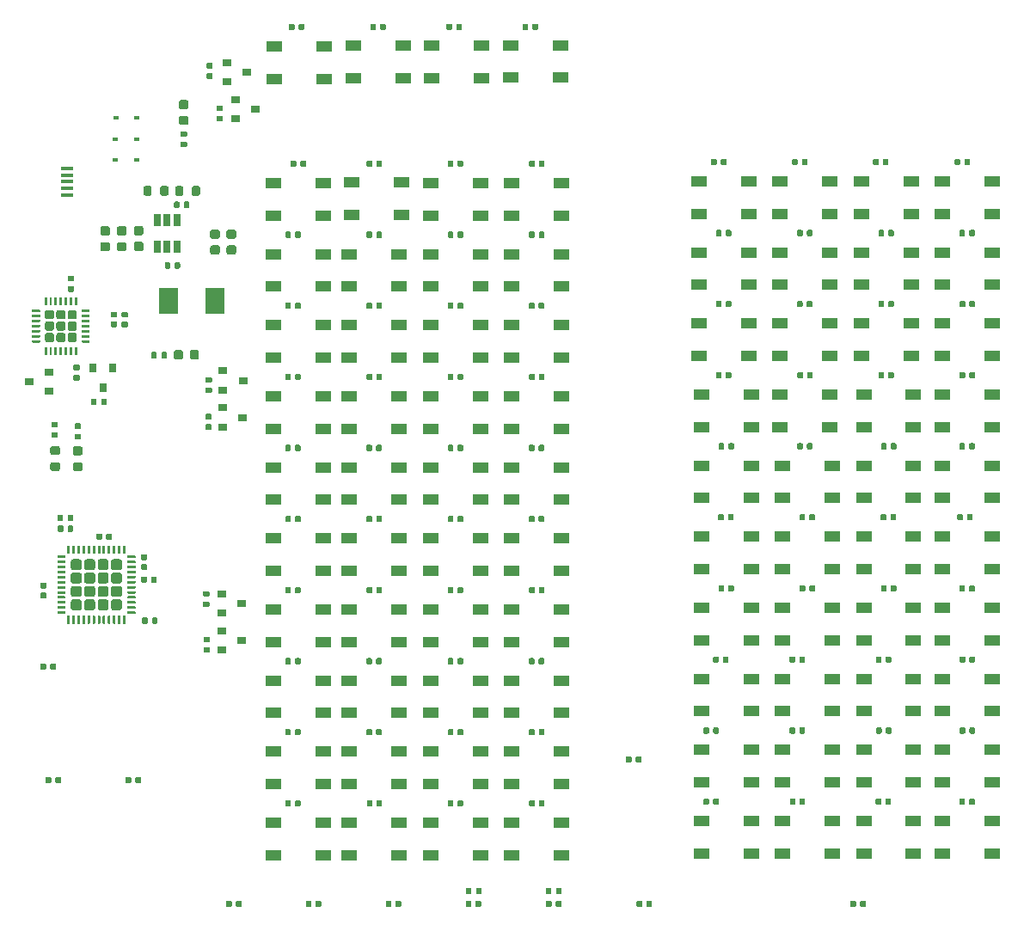
<source format=gbr>
G04 #@! TF.GenerationSoftware,KiCad,Pcbnew,5.1.5+dfsg1-2build2*
G04 #@! TF.CreationDate,2020-11-23T21:05:58+01:00*
G04 #@! TF.ProjectId,Logic_panel_v1,4c6f6769-635f-4706-916e-656c5f76312e,rev?*
G04 #@! TF.SameCoordinates,Original*
G04 #@! TF.FileFunction,Paste,Top*
G04 #@! TF.FilePolarity,Positive*
%FSLAX46Y46*%
G04 Gerber Fmt 4.6, Leading zero omitted, Abs format (unit mm)*
G04 Created by KiCad (PCBNEW 5.1.5+dfsg1-2build2) date 2020-11-23 21:05:58*
%MOMM*%
%LPD*%
G04 APERTURE LIST*
%ADD10C,0.350000*%
%ADD11R,1.500000X1.000000*%
%ADD12R,0.600000X0.450000*%
%ADD13R,1.900000X2.500000*%
%ADD14R,0.900000X0.800000*%
%ADD15R,0.800000X0.900000*%
%ADD16R,0.650000X1.220000*%
%ADD17R,1.300000X0.450000*%
G04 APERTURE END LIST*
D10*
G04 #@! TO.C,C1*
G36*
X55691723Y-101686675D02*
G01*
X55705314Y-101688691D01*
X55718641Y-101692029D01*
X55731577Y-101696658D01*
X55743997Y-101702532D01*
X55755781Y-101709595D01*
X55766816Y-101717780D01*
X55776996Y-101727006D01*
X55786222Y-101737186D01*
X55794407Y-101748221D01*
X55801470Y-101760005D01*
X55807344Y-101772425D01*
X55811973Y-101785361D01*
X55815311Y-101798688D01*
X55817327Y-101812279D01*
X55818001Y-101826001D01*
X55818001Y-102166001D01*
X55817327Y-102179723D01*
X55815311Y-102193314D01*
X55811973Y-102206641D01*
X55807344Y-102219577D01*
X55801470Y-102231997D01*
X55794407Y-102243781D01*
X55786222Y-102254816D01*
X55776996Y-102264996D01*
X55766816Y-102274222D01*
X55755781Y-102282407D01*
X55743997Y-102289470D01*
X55731577Y-102295344D01*
X55718641Y-102299973D01*
X55705314Y-102303311D01*
X55691723Y-102305327D01*
X55678001Y-102306001D01*
X55398001Y-102306001D01*
X55384279Y-102305327D01*
X55370688Y-102303311D01*
X55357361Y-102299973D01*
X55344425Y-102295344D01*
X55332005Y-102289470D01*
X55320221Y-102282407D01*
X55309186Y-102274222D01*
X55299006Y-102264996D01*
X55289780Y-102254816D01*
X55281595Y-102243781D01*
X55274532Y-102231997D01*
X55268658Y-102219577D01*
X55264029Y-102206641D01*
X55260691Y-102193314D01*
X55258675Y-102179723D01*
X55258001Y-102166001D01*
X55258001Y-101826001D01*
X55258675Y-101812279D01*
X55260691Y-101798688D01*
X55264029Y-101785361D01*
X55268658Y-101772425D01*
X55274532Y-101760005D01*
X55281595Y-101748221D01*
X55289780Y-101737186D01*
X55299006Y-101727006D01*
X55309186Y-101717780D01*
X55320221Y-101709595D01*
X55332005Y-101702532D01*
X55344425Y-101696658D01*
X55357361Y-101692029D01*
X55370688Y-101688691D01*
X55384279Y-101686675D01*
X55398001Y-101686001D01*
X55678001Y-101686001D01*
X55691723Y-101686675D01*
G37*
G36*
X56651723Y-101686675D02*
G01*
X56665314Y-101688691D01*
X56678641Y-101692029D01*
X56691577Y-101696658D01*
X56703997Y-101702532D01*
X56715781Y-101709595D01*
X56726816Y-101717780D01*
X56736996Y-101727006D01*
X56746222Y-101737186D01*
X56754407Y-101748221D01*
X56761470Y-101760005D01*
X56767344Y-101772425D01*
X56771973Y-101785361D01*
X56775311Y-101798688D01*
X56777327Y-101812279D01*
X56778001Y-101826001D01*
X56778001Y-102166001D01*
X56777327Y-102179723D01*
X56775311Y-102193314D01*
X56771973Y-102206641D01*
X56767344Y-102219577D01*
X56761470Y-102231997D01*
X56754407Y-102243781D01*
X56746222Y-102254816D01*
X56736996Y-102264996D01*
X56726816Y-102274222D01*
X56715781Y-102282407D01*
X56703997Y-102289470D01*
X56691577Y-102295344D01*
X56678641Y-102299973D01*
X56665314Y-102303311D01*
X56651723Y-102305327D01*
X56638001Y-102306001D01*
X56358001Y-102306001D01*
X56344279Y-102305327D01*
X56330688Y-102303311D01*
X56317361Y-102299973D01*
X56304425Y-102295344D01*
X56292005Y-102289470D01*
X56280221Y-102282407D01*
X56269186Y-102274222D01*
X56259006Y-102264996D01*
X56249780Y-102254816D01*
X56241595Y-102243781D01*
X56234532Y-102231997D01*
X56228658Y-102219577D01*
X56224029Y-102206641D01*
X56220691Y-102193314D01*
X56218675Y-102179723D01*
X56218001Y-102166001D01*
X56218001Y-101826001D01*
X56218675Y-101812279D01*
X56220691Y-101798688D01*
X56224029Y-101785361D01*
X56228658Y-101772425D01*
X56234532Y-101760005D01*
X56241595Y-101748221D01*
X56249780Y-101737186D01*
X56259006Y-101727006D01*
X56269186Y-101717780D01*
X56280221Y-101709595D01*
X56292005Y-101702532D01*
X56304425Y-101696658D01*
X56317361Y-101692029D01*
X56330688Y-101688691D01*
X56344279Y-101686675D01*
X56358001Y-101686001D01*
X56638001Y-101686001D01*
X56651723Y-101686675D01*
G37*
G04 #@! TD*
G04 #@! TO.C,C2*
G36*
X63943723Y-105490675D02*
G01*
X63957314Y-105492691D01*
X63970641Y-105496029D01*
X63983577Y-105500658D01*
X63995997Y-105506532D01*
X64007781Y-105513595D01*
X64018816Y-105521780D01*
X64028996Y-105531006D01*
X64038222Y-105541186D01*
X64046407Y-105552221D01*
X64053470Y-105564005D01*
X64059344Y-105576425D01*
X64063973Y-105589361D01*
X64067311Y-105602688D01*
X64069327Y-105616279D01*
X64070001Y-105630001D01*
X64070001Y-105910001D01*
X64069327Y-105923723D01*
X64067311Y-105937314D01*
X64063973Y-105950641D01*
X64059344Y-105963577D01*
X64053470Y-105975997D01*
X64046407Y-105987781D01*
X64038222Y-105998816D01*
X64028996Y-106008996D01*
X64018816Y-106018222D01*
X64007781Y-106026407D01*
X63995997Y-106033470D01*
X63983577Y-106039344D01*
X63970641Y-106043973D01*
X63957314Y-106047311D01*
X63943723Y-106049327D01*
X63930001Y-106050001D01*
X63590001Y-106050001D01*
X63576279Y-106049327D01*
X63562688Y-106047311D01*
X63549361Y-106043973D01*
X63536425Y-106039344D01*
X63524005Y-106033470D01*
X63512221Y-106026407D01*
X63501186Y-106018222D01*
X63491006Y-106008996D01*
X63481780Y-105998816D01*
X63473595Y-105987781D01*
X63466532Y-105975997D01*
X63460658Y-105963577D01*
X63456029Y-105950641D01*
X63452691Y-105937314D01*
X63450675Y-105923723D01*
X63450001Y-105910001D01*
X63450001Y-105630001D01*
X63450675Y-105616279D01*
X63452691Y-105602688D01*
X63456029Y-105589361D01*
X63460658Y-105576425D01*
X63466532Y-105564005D01*
X63473595Y-105552221D01*
X63481780Y-105541186D01*
X63491006Y-105531006D01*
X63501186Y-105521780D01*
X63512221Y-105513595D01*
X63524005Y-105506532D01*
X63536425Y-105500658D01*
X63549361Y-105496029D01*
X63562688Y-105492691D01*
X63576279Y-105490675D01*
X63590001Y-105490001D01*
X63930001Y-105490001D01*
X63943723Y-105490675D01*
G37*
G36*
X63943723Y-104530675D02*
G01*
X63957314Y-104532691D01*
X63970641Y-104536029D01*
X63983577Y-104540658D01*
X63995997Y-104546532D01*
X64007781Y-104553595D01*
X64018816Y-104561780D01*
X64028996Y-104571006D01*
X64038222Y-104581186D01*
X64046407Y-104592221D01*
X64053470Y-104604005D01*
X64059344Y-104616425D01*
X64063973Y-104629361D01*
X64067311Y-104642688D01*
X64069327Y-104656279D01*
X64070001Y-104670001D01*
X64070001Y-104950001D01*
X64069327Y-104963723D01*
X64067311Y-104977314D01*
X64063973Y-104990641D01*
X64059344Y-105003577D01*
X64053470Y-105015997D01*
X64046407Y-105027781D01*
X64038222Y-105038816D01*
X64028996Y-105048996D01*
X64018816Y-105058222D01*
X64007781Y-105066407D01*
X63995997Y-105073470D01*
X63983577Y-105079344D01*
X63970641Y-105083973D01*
X63957314Y-105087311D01*
X63943723Y-105089327D01*
X63930001Y-105090001D01*
X63590001Y-105090001D01*
X63576279Y-105089327D01*
X63562688Y-105087311D01*
X63549361Y-105083973D01*
X63536425Y-105079344D01*
X63524005Y-105073470D01*
X63512221Y-105066407D01*
X63501186Y-105058222D01*
X63491006Y-105048996D01*
X63481780Y-105038816D01*
X63473595Y-105027781D01*
X63466532Y-105015997D01*
X63460658Y-105003577D01*
X63456029Y-104990641D01*
X63452691Y-104977314D01*
X63450675Y-104963723D01*
X63450001Y-104950001D01*
X63450001Y-104670001D01*
X63450675Y-104656279D01*
X63452691Y-104642688D01*
X63456029Y-104629361D01*
X63460658Y-104616425D01*
X63466532Y-104604005D01*
X63473595Y-104592221D01*
X63481780Y-104581186D01*
X63491006Y-104571006D01*
X63501186Y-104561780D01*
X63512221Y-104553595D01*
X63524005Y-104546532D01*
X63536425Y-104540658D01*
X63549361Y-104536029D01*
X63562688Y-104532691D01*
X63576279Y-104530675D01*
X63590001Y-104530001D01*
X63930001Y-104530001D01*
X63943723Y-104530675D01*
G37*
G04 #@! TD*
G04 #@! TO.C,C3*
G36*
X63903723Y-106700675D02*
G01*
X63917314Y-106702691D01*
X63930641Y-106706029D01*
X63943577Y-106710658D01*
X63955997Y-106716532D01*
X63967781Y-106723595D01*
X63978816Y-106731780D01*
X63988996Y-106741006D01*
X63998222Y-106751186D01*
X64006407Y-106762221D01*
X64013470Y-106774005D01*
X64019344Y-106786425D01*
X64023973Y-106799361D01*
X64027311Y-106812688D01*
X64029327Y-106826279D01*
X64030001Y-106840001D01*
X64030001Y-107180001D01*
X64029327Y-107193723D01*
X64027311Y-107207314D01*
X64023973Y-107220641D01*
X64019344Y-107233577D01*
X64013470Y-107245997D01*
X64006407Y-107257781D01*
X63998222Y-107268816D01*
X63988996Y-107278996D01*
X63978816Y-107288222D01*
X63967781Y-107296407D01*
X63955997Y-107303470D01*
X63943577Y-107309344D01*
X63930641Y-107313973D01*
X63917314Y-107317311D01*
X63903723Y-107319327D01*
X63890001Y-107320001D01*
X63610001Y-107320001D01*
X63596279Y-107319327D01*
X63582688Y-107317311D01*
X63569361Y-107313973D01*
X63556425Y-107309344D01*
X63544005Y-107303470D01*
X63532221Y-107296407D01*
X63521186Y-107288222D01*
X63511006Y-107278996D01*
X63501780Y-107268816D01*
X63493595Y-107257781D01*
X63486532Y-107245997D01*
X63480658Y-107233577D01*
X63476029Y-107220641D01*
X63472691Y-107207314D01*
X63470675Y-107193723D01*
X63470001Y-107180001D01*
X63470001Y-106840001D01*
X63470675Y-106826279D01*
X63472691Y-106812688D01*
X63476029Y-106799361D01*
X63480658Y-106786425D01*
X63486532Y-106774005D01*
X63493595Y-106762221D01*
X63501780Y-106751186D01*
X63511006Y-106741006D01*
X63521186Y-106731780D01*
X63532221Y-106723595D01*
X63544005Y-106716532D01*
X63556425Y-106710658D01*
X63569361Y-106706029D01*
X63582688Y-106702691D01*
X63596279Y-106700675D01*
X63610001Y-106700001D01*
X63890001Y-106700001D01*
X63903723Y-106700675D01*
G37*
G36*
X64863723Y-106700675D02*
G01*
X64877314Y-106702691D01*
X64890641Y-106706029D01*
X64903577Y-106710658D01*
X64915997Y-106716532D01*
X64927781Y-106723595D01*
X64938816Y-106731780D01*
X64948996Y-106741006D01*
X64958222Y-106751186D01*
X64966407Y-106762221D01*
X64973470Y-106774005D01*
X64979344Y-106786425D01*
X64983973Y-106799361D01*
X64987311Y-106812688D01*
X64989327Y-106826279D01*
X64990001Y-106840001D01*
X64990001Y-107180001D01*
X64989327Y-107193723D01*
X64987311Y-107207314D01*
X64983973Y-107220641D01*
X64979344Y-107233577D01*
X64973470Y-107245997D01*
X64966407Y-107257781D01*
X64958222Y-107268816D01*
X64948996Y-107278996D01*
X64938816Y-107288222D01*
X64927781Y-107296407D01*
X64915997Y-107303470D01*
X64903577Y-107309344D01*
X64890641Y-107313973D01*
X64877314Y-107317311D01*
X64863723Y-107319327D01*
X64850001Y-107320001D01*
X64570001Y-107320001D01*
X64556279Y-107319327D01*
X64542688Y-107317311D01*
X64529361Y-107313973D01*
X64516425Y-107309344D01*
X64504005Y-107303470D01*
X64492221Y-107296407D01*
X64481186Y-107288222D01*
X64471006Y-107278996D01*
X64461780Y-107268816D01*
X64453595Y-107257781D01*
X64446532Y-107245997D01*
X64440658Y-107233577D01*
X64436029Y-107220641D01*
X64432691Y-107207314D01*
X64430675Y-107193723D01*
X64430001Y-107180001D01*
X64430001Y-106840001D01*
X64430675Y-106826279D01*
X64432691Y-106812688D01*
X64436029Y-106799361D01*
X64440658Y-106786425D01*
X64446532Y-106774005D01*
X64453595Y-106762221D01*
X64461780Y-106751186D01*
X64471006Y-106741006D01*
X64481186Y-106731780D01*
X64492221Y-106723595D01*
X64504005Y-106716532D01*
X64516425Y-106710658D01*
X64529361Y-106706029D01*
X64542688Y-106702691D01*
X64556279Y-106700675D01*
X64570001Y-106700001D01*
X64850001Y-106700001D01*
X64863723Y-106700675D01*
G37*
G04 #@! TD*
G04 #@! TO.C,C4*
G36*
X59493723Y-102470675D02*
G01*
X59507314Y-102472691D01*
X59520641Y-102476029D01*
X59533577Y-102480658D01*
X59545997Y-102486532D01*
X59557781Y-102493595D01*
X59568816Y-102501780D01*
X59578996Y-102511006D01*
X59588222Y-102521186D01*
X59596407Y-102532221D01*
X59603470Y-102544005D01*
X59609344Y-102556425D01*
X59613973Y-102569361D01*
X59617311Y-102582688D01*
X59619327Y-102596279D01*
X59620001Y-102610001D01*
X59620001Y-102950001D01*
X59619327Y-102963723D01*
X59617311Y-102977314D01*
X59613973Y-102990641D01*
X59609344Y-103003577D01*
X59603470Y-103015997D01*
X59596407Y-103027781D01*
X59588222Y-103038816D01*
X59578996Y-103048996D01*
X59568816Y-103058222D01*
X59557781Y-103066407D01*
X59545997Y-103073470D01*
X59533577Y-103079344D01*
X59520641Y-103083973D01*
X59507314Y-103087311D01*
X59493723Y-103089327D01*
X59480001Y-103090001D01*
X59200001Y-103090001D01*
X59186279Y-103089327D01*
X59172688Y-103087311D01*
X59159361Y-103083973D01*
X59146425Y-103079344D01*
X59134005Y-103073470D01*
X59122221Y-103066407D01*
X59111186Y-103058222D01*
X59101006Y-103048996D01*
X59091780Y-103038816D01*
X59083595Y-103027781D01*
X59076532Y-103015997D01*
X59070658Y-103003577D01*
X59066029Y-102990641D01*
X59062691Y-102977314D01*
X59060675Y-102963723D01*
X59060001Y-102950001D01*
X59060001Y-102610001D01*
X59060675Y-102596279D01*
X59062691Y-102582688D01*
X59066029Y-102569361D01*
X59070658Y-102556425D01*
X59076532Y-102544005D01*
X59083595Y-102532221D01*
X59091780Y-102521186D01*
X59101006Y-102511006D01*
X59111186Y-102501780D01*
X59122221Y-102493595D01*
X59134005Y-102486532D01*
X59146425Y-102480658D01*
X59159361Y-102476029D01*
X59172688Y-102472691D01*
X59186279Y-102470675D01*
X59200001Y-102470001D01*
X59480001Y-102470001D01*
X59493723Y-102470675D01*
G37*
G36*
X60453723Y-102470675D02*
G01*
X60467314Y-102472691D01*
X60480641Y-102476029D01*
X60493577Y-102480658D01*
X60505997Y-102486532D01*
X60517781Y-102493595D01*
X60528816Y-102501780D01*
X60538996Y-102511006D01*
X60548222Y-102521186D01*
X60556407Y-102532221D01*
X60563470Y-102544005D01*
X60569344Y-102556425D01*
X60573973Y-102569361D01*
X60577311Y-102582688D01*
X60579327Y-102596279D01*
X60580001Y-102610001D01*
X60580001Y-102950001D01*
X60579327Y-102963723D01*
X60577311Y-102977314D01*
X60573973Y-102990641D01*
X60569344Y-103003577D01*
X60563470Y-103015997D01*
X60556407Y-103027781D01*
X60548222Y-103038816D01*
X60538996Y-103048996D01*
X60528816Y-103058222D01*
X60517781Y-103066407D01*
X60505997Y-103073470D01*
X60493577Y-103079344D01*
X60480641Y-103083973D01*
X60467314Y-103087311D01*
X60453723Y-103089327D01*
X60440001Y-103090001D01*
X60160001Y-103090001D01*
X60146279Y-103089327D01*
X60132688Y-103087311D01*
X60119361Y-103083973D01*
X60106425Y-103079344D01*
X60094005Y-103073470D01*
X60082221Y-103066407D01*
X60071186Y-103058222D01*
X60061006Y-103048996D01*
X60051780Y-103038816D01*
X60043595Y-103027781D01*
X60036532Y-103015997D01*
X60030658Y-103003577D01*
X60026029Y-102990641D01*
X60022691Y-102977314D01*
X60020675Y-102963723D01*
X60020001Y-102950001D01*
X60020001Y-102610001D01*
X60020675Y-102596279D01*
X60022691Y-102582688D01*
X60026029Y-102569361D01*
X60030658Y-102556425D01*
X60036532Y-102544005D01*
X60043595Y-102532221D01*
X60051780Y-102521186D01*
X60061006Y-102511006D01*
X60071186Y-102501780D01*
X60082221Y-102493595D01*
X60094005Y-102486532D01*
X60106425Y-102480658D01*
X60119361Y-102476029D01*
X60132688Y-102472691D01*
X60146279Y-102470675D01*
X60160001Y-102470001D01*
X60440001Y-102470001D01*
X60453723Y-102470675D01*
G37*
G04 #@! TD*
G04 #@! TO.C,C5*
G36*
X64963723Y-110740675D02*
G01*
X64977314Y-110742691D01*
X64990641Y-110746029D01*
X65003577Y-110750658D01*
X65015997Y-110756532D01*
X65027781Y-110763595D01*
X65038816Y-110771780D01*
X65048996Y-110781006D01*
X65058222Y-110791186D01*
X65066407Y-110802221D01*
X65073470Y-110814005D01*
X65079344Y-110826425D01*
X65083973Y-110839361D01*
X65087311Y-110852688D01*
X65089327Y-110866279D01*
X65090001Y-110880001D01*
X65090001Y-111220001D01*
X65089327Y-111233723D01*
X65087311Y-111247314D01*
X65083973Y-111260641D01*
X65079344Y-111273577D01*
X65073470Y-111285997D01*
X65066407Y-111297781D01*
X65058222Y-111308816D01*
X65048996Y-111318996D01*
X65038816Y-111328222D01*
X65027781Y-111336407D01*
X65015997Y-111343470D01*
X65003577Y-111349344D01*
X64990641Y-111353973D01*
X64977314Y-111357311D01*
X64963723Y-111359327D01*
X64950001Y-111360001D01*
X64670001Y-111360001D01*
X64656279Y-111359327D01*
X64642688Y-111357311D01*
X64629361Y-111353973D01*
X64616425Y-111349344D01*
X64604005Y-111343470D01*
X64592221Y-111336407D01*
X64581186Y-111328222D01*
X64571006Y-111318996D01*
X64561780Y-111308816D01*
X64553595Y-111297781D01*
X64546532Y-111285997D01*
X64540658Y-111273577D01*
X64536029Y-111260641D01*
X64532691Y-111247314D01*
X64530675Y-111233723D01*
X64530001Y-111220001D01*
X64530001Y-110880001D01*
X64530675Y-110866279D01*
X64532691Y-110852688D01*
X64536029Y-110839361D01*
X64540658Y-110826425D01*
X64546532Y-110814005D01*
X64553595Y-110802221D01*
X64561780Y-110791186D01*
X64571006Y-110781006D01*
X64581186Y-110771780D01*
X64592221Y-110763595D01*
X64604005Y-110756532D01*
X64616425Y-110750658D01*
X64629361Y-110746029D01*
X64642688Y-110742691D01*
X64656279Y-110740675D01*
X64670001Y-110740001D01*
X64950001Y-110740001D01*
X64963723Y-110740675D01*
G37*
G36*
X64003723Y-110740675D02*
G01*
X64017314Y-110742691D01*
X64030641Y-110746029D01*
X64043577Y-110750658D01*
X64055997Y-110756532D01*
X64067781Y-110763595D01*
X64078816Y-110771780D01*
X64088996Y-110781006D01*
X64098222Y-110791186D01*
X64106407Y-110802221D01*
X64113470Y-110814005D01*
X64119344Y-110826425D01*
X64123973Y-110839361D01*
X64127311Y-110852688D01*
X64129327Y-110866279D01*
X64130001Y-110880001D01*
X64130001Y-111220001D01*
X64129327Y-111233723D01*
X64127311Y-111247314D01*
X64123973Y-111260641D01*
X64119344Y-111273577D01*
X64113470Y-111285997D01*
X64106407Y-111297781D01*
X64098222Y-111308816D01*
X64088996Y-111318996D01*
X64078816Y-111328222D01*
X64067781Y-111336407D01*
X64055997Y-111343470D01*
X64043577Y-111349344D01*
X64030641Y-111353973D01*
X64017314Y-111357311D01*
X64003723Y-111359327D01*
X63990001Y-111360001D01*
X63710001Y-111360001D01*
X63696279Y-111359327D01*
X63682688Y-111357311D01*
X63669361Y-111353973D01*
X63656425Y-111349344D01*
X63644005Y-111343470D01*
X63632221Y-111336407D01*
X63621186Y-111328222D01*
X63611006Y-111318996D01*
X63601780Y-111308816D01*
X63593595Y-111297781D01*
X63586532Y-111285997D01*
X63580658Y-111273577D01*
X63576029Y-111260641D01*
X63572691Y-111247314D01*
X63570675Y-111233723D01*
X63570001Y-111220001D01*
X63570001Y-110880001D01*
X63570675Y-110866279D01*
X63572691Y-110852688D01*
X63576029Y-110839361D01*
X63580658Y-110826425D01*
X63586532Y-110814005D01*
X63593595Y-110802221D01*
X63601780Y-110791186D01*
X63611006Y-110781006D01*
X63621186Y-110771780D01*
X63632221Y-110763595D01*
X63644005Y-110756532D01*
X63656425Y-110750658D01*
X63669361Y-110746029D01*
X63682688Y-110742691D01*
X63696279Y-110740675D01*
X63710001Y-110740001D01*
X63990001Y-110740001D01*
X64003723Y-110740675D01*
G37*
G04 #@! TD*
G04 #@! TO.C,C6*
G36*
X54023723Y-108290675D02*
G01*
X54037314Y-108292691D01*
X54050641Y-108296029D01*
X54063577Y-108300658D01*
X54075997Y-108306532D01*
X54087781Y-108313595D01*
X54098816Y-108321780D01*
X54108996Y-108331006D01*
X54118222Y-108341186D01*
X54126407Y-108352221D01*
X54133470Y-108364005D01*
X54139344Y-108376425D01*
X54143973Y-108389361D01*
X54147311Y-108402688D01*
X54149327Y-108416279D01*
X54150001Y-108430001D01*
X54150001Y-108710001D01*
X54149327Y-108723723D01*
X54147311Y-108737314D01*
X54143973Y-108750641D01*
X54139344Y-108763577D01*
X54133470Y-108775997D01*
X54126407Y-108787781D01*
X54118222Y-108798816D01*
X54108996Y-108808996D01*
X54098816Y-108818222D01*
X54087781Y-108826407D01*
X54075997Y-108833470D01*
X54063577Y-108839344D01*
X54050641Y-108843973D01*
X54037314Y-108847311D01*
X54023723Y-108849327D01*
X54010001Y-108850001D01*
X53670001Y-108850001D01*
X53656279Y-108849327D01*
X53642688Y-108847311D01*
X53629361Y-108843973D01*
X53616425Y-108839344D01*
X53604005Y-108833470D01*
X53592221Y-108826407D01*
X53581186Y-108818222D01*
X53571006Y-108808996D01*
X53561780Y-108798816D01*
X53553595Y-108787781D01*
X53546532Y-108775997D01*
X53540658Y-108763577D01*
X53536029Y-108750641D01*
X53532691Y-108737314D01*
X53530675Y-108723723D01*
X53530001Y-108710001D01*
X53530001Y-108430001D01*
X53530675Y-108416279D01*
X53532691Y-108402688D01*
X53536029Y-108389361D01*
X53540658Y-108376425D01*
X53546532Y-108364005D01*
X53553595Y-108352221D01*
X53561780Y-108341186D01*
X53571006Y-108331006D01*
X53581186Y-108321780D01*
X53592221Y-108313595D01*
X53604005Y-108306532D01*
X53616425Y-108300658D01*
X53629361Y-108296029D01*
X53642688Y-108292691D01*
X53656279Y-108290675D01*
X53670001Y-108290001D01*
X54010001Y-108290001D01*
X54023723Y-108290675D01*
G37*
G36*
X54023723Y-107330675D02*
G01*
X54037314Y-107332691D01*
X54050641Y-107336029D01*
X54063577Y-107340658D01*
X54075997Y-107346532D01*
X54087781Y-107353595D01*
X54098816Y-107361780D01*
X54108996Y-107371006D01*
X54118222Y-107381186D01*
X54126407Y-107392221D01*
X54133470Y-107404005D01*
X54139344Y-107416425D01*
X54143973Y-107429361D01*
X54147311Y-107442688D01*
X54149327Y-107456279D01*
X54150001Y-107470001D01*
X54150001Y-107750001D01*
X54149327Y-107763723D01*
X54147311Y-107777314D01*
X54143973Y-107790641D01*
X54139344Y-107803577D01*
X54133470Y-107815997D01*
X54126407Y-107827781D01*
X54118222Y-107838816D01*
X54108996Y-107848996D01*
X54098816Y-107858222D01*
X54087781Y-107866407D01*
X54075997Y-107873470D01*
X54063577Y-107879344D01*
X54050641Y-107883973D01*
X54037314Y-107887311D01*
X54023723Y-107889327D01*
X54010001Y-107890001D01*
X53670001Y-107890001D01*
X53656279Y-107889327D01*
X53642688Y-107887311D01*
X53629361Y-107883973D01*
X53616425Y-107879344D01*
X53604005Y-107873470D01*
X53592221Y-107866407D01*
X53581186Y-107858222D01*
X53571006Y-107848996D01*
X53561780Y-107838816D01*
X53553595Y-107827781D01*
X53546532Y-107815997D01*
X53540658Y-107803577D01*
X53536029Y-107790641D01*
X53532691Y-107777314D01*
X53530675Y-107763723D01*
X53530001Y-107750001D01*
X53530001Y-107470001D01*
X53530675Y-107456279D01*
X53532691Y-107442688D01*
X53536029Y-107429361D01*
X53540658Y-107416425D01*
X53546532Y-107404005D01*
X53553595Y-107392221D01*
X53561780Y-107381186D01*
X53571006Y-107371006D01*
X53581186Y-107361780D01*
X53592221Y-107353595D01*
X53604005Y-107346532D01*
X53616425Y-107340658D01*
X53629361Y-107336029D01*
X53642688Y-107332691D01*
X53656279Y-107330675D01*
X53670001Y-107330001D01*
X54010001Y-107330001D01*
X54023723Y-107330675D01*
G37*
G04 #@! TD*
G04 #@! TO.C,C7*
G36*
X79407723Y-52266675D02*
G01*
X79421314Y-52268691D01*
X79434641Y-52272029D01*
X79447577Y-52276658D01*
X79459997Y-52282532D01*
X79471781Y-52289595D01*
X79482816Y-52297780D01*
X79492996Y-52307006D01*
X79502222Y-52317186D01*
X79510407Y-52328221D01*
X79517470Y-52340005D01*
X79523344Y-52352425D01*
X79527973Y-52365361D01*
X79531311Y-52378688D01*
X79533327Y-52392279D01*
X79534001Y-52406001D01*
X79534001Y-52746001D01*
X79533327Y-52759723D01*
X79531311Y-52773314D01*
X79527973Y-52786641D01*
X79523344Y-52799577D01*
X79517470Y-52811997D01*
X79510407Y-52823781D01*
X79502222Y-52834816D01*
X79492996Y-52844996D01*
X79482816Y-52854222D01*
X79471781Y-52862407D01*
X79459997Y-52869470D01*
X79447577Y-52875344D01*
X79434641Y-52879973D01*
X79421314Y-52883311D01*
X79407723Y-52885327D01*
X79394001Y-52886001D01*
X79114001Y-52886001D01*
X79100279Y-52885327D01*
X79086688Y-52883311D01*
X79073361Y-52879973D01*
X79060425Y-52875344D01*
X79048005Y-52869470D01*
X79036221Y-52862407D01*
X79025186Y-52854222D01*
X79015006Y-52844996D01*
X79005780Y-52834816D01*
X78997595Y-52823781D01*
X78990532Y-52811997D01*
X78984658Y-52799577D01*
X78980029Y-52786641D01*
X78976691Y-52773314D01*
X78974675Y-52759723D01*
X78974001Y-52746001D01*
X78974001Y-52406001D01*
X78974675Y-52392279D01*
X78976691Y-52378688D01*
X78980029Y-52365361D01*
X78984658Y-52352425D01*
X78990532Y-52340005D01*
X78997595Y-52328221D01*
X79005780Y-52317186D01*
X79015006Y-52307006D01*
X79025186Y-52297780D01*
X79036221Y-52289595D01*
X79048005Y-52282532D01*
X79060425Y-52276658D01*
X79073361Y-52272029D01*
X79086688Y-52268691D01*
X79100279Y-52266675D01*
X79114001Y-52266001D01*
X79394001Y-52266001D01*
X79407723Y-52266675D01*
G37*
G36*
X78447723Y-52266675D02*
G01*
X78461314Y-52268691D01*
X78474641Y-52272029D01*
X78487577Y-52276658D01*
X78499997Y-52282532D01*
X78511781Y-52289595D01*
X78522816Y-52297780D01*
X78532996Y-52307006D01*
X78542222Y-52317186D01*
X78550407Y-52328221D01*
X78557470Y-52340005D01*
X78563344Y-52352425D01*
X78567973Y-52365361D01*
X78571311Y-52378688D01*
X78573327Y-52392279D01*
X78574001Y-52406001D01*
X78574001Y-52746001D01*
X78573327Y-52759723D01*
X78571311Y-52773314D01*
X78567973Y-52786641D01*
X78563344Y-52799577D01*
X78557470Y-52811997D01*
X78550407Y-52823781D01*
X78542222Y-52834816D01*
X78532996Y-52844996D01*
X78522816Y-52854222D01*
X78511781Y-52862407D01*
X78499997Y-52869470D01*
X78487577Y-52875344D01*
X78474641Y-52879973D01*
X78461314Y-52883311D01*
X78447723Y-52885327D01*
X78434001Y-52886001D01*
X78154001Y-52886001D01*
X78140279Y-52885327D01*
X78126688Y-52883311D01*
X78113361Y-52879973D01*
X78100425Y-52875344D01*
X78088005Y-52869470D01*
X78076221Y-52862407D01*
X78065186Y-52854222D01*
X78055006Y-52844996D01*
X78045780Y-52834816D01*
X78037595Y-52823781D01*
X78030532Y-52811997D01*
X78024658Y-52799577D01*
X78020029Y-52786641D01*
X78016691Y-52773314D01*
X78014675Y-52759723D01*
X78014001Y-52746001D01*
X78014001Y-52406001D01*
X78014675Y-52392279D01*
X78016691Y-52378688D01*
X78020029Y-52365361D01*
X78024658Y-52352425D01*
X78030532Y-52340005D01*
X78037595Y-52328221D01*
X78045780Y-52317186D01*
X78055006Y-52307006D01*
X78065186Y-52297780D01*
X78076221Y-52289595D01*
X78088005Y-52282532D01*
X78100425Y-52276658D01*
X78113361Y-52272029D01*
X78126688Y-52268691D01*
X78140279Y-52266675D01*
X78154001Y-52266001D01*
X78434001Y-52266001D01*
X78447723Y-52266675D01*
G37*
G04 #@! TD*
G04 #@! TO.C,C8*
G36*
X87427723Y-52266675D02*
G01*
X87441314Y-52268691D01*
X87454641Y-52272029D01*
X87467577Y-52276658D01*
X87479997Y-52282532D01*
X87491781Y-52289595D01*
X87502816Y-52297780D01*
X87512996Y-52307006D01*
X87522222Y-52317186D01*
X87530407Y-52328221D01*
X87537470Y-52340005D01*
X87543344Y-52352425D01*
X87547973Y-52365361D01*
X87551311Y-52378688D01*
X87553327Y-52392279D01*
X87554001Y-52406001D01*
X87554001Y-52746001D01*
X87553327Y-52759723D01*
X87551311Y-52773314D01*
X87547973Y-52786641D01*
X87543344Y-52799577D01*
X87537470Y-52811997D01*
X87530407Y-52823781D01*
X87522222Y-52834816D01*
X87512996Y-52844996D01*
X87502816Y-52854222D01*
X87491781Y-52862407D01*
X87479997Y-52869470D01*
X87467577Y-52875344D01*
X87454641Y-52879973D01*
X87441314Y-52883311D01*
X87427723Y-52885327D01*
X87414001Y-52886001D01*
X87134001Y-52886001D01*
X87120279Y-52885327D01*
X87106688Y-52883311D01*
X87093361Y-52879973D01*
X87080425Y-52875344D01*
X87068005Y-52869470D01*
X87056221Y-52862407D01*
X87045186Y-52854222D01*
X87035006Y-52844996D01*
X87025780Y-52834816D01*
X87017595Y-52823781D01*
X87010532Y-52811997D01*
X87004658Y-52799577D01*
X87000029Y-52786641D01*
X86996691Y-52773314D01*
X86994675Y-52759723D01*
X86994001Y-52746001D01*
X86994001Y-52406001D01*
X86994675Y-52392279D01*
X86996691Y-52378688D01*
X87000029Y-52365361D01*
X87004658Y-52352425D01*
X87010532Y-52340005D01*
X87017595Y-52328221D01*
X87025780Y-52317186D01*
X87035006Y-52307006D01*
X87045186Y-52297780D01*
X87056221Y-52289595D01*
X87068005Y-52282532D01*
X87080425Y-52276658D01*
X87093361Y-52272029D01*
X87106688Y-52268691D01*
X87120279Y-52266675D01*
X87134001Y-52266001D01*
X87414001Y-52266001D01*
X87427723Y-52266675D01*
G37*
G36*
X86467723Y-52266675D02*
G01*
X86481314Y-52268691D01*
X86494641Y-52272029D01*
X86507577Y-52276658D01*
X86519997Y-52282532D01*
X86531781Y-52289595D01*
X86542816Y-52297780D01*
X86552996Y-52307006D01*
X86562222Y-52317186D01*
X86570407Y-52328221D01*
X86577470Y-52340005D01*
X86583344Y-52352425D01*
X86587973Y-52365361D01*
X86591311Y-52378688D01*
X86593327Y-52392279D01*
X86594001Y-52406001D01*
X86594001Y-52746001D01*
X86593327Y-52759723D01*
X86591311Y-52773314D01*
X86587973Y-52786641D01*
X86583344Y-52799577D01*
X86577470Y-52811997D01*
X86570407Y-52823781D01*
X86562222Y-52834816D01*
X86552996Y-52844996D01*
X86542816Y-52854222D01*
X86531781Y-52862407D01*
X86519997Y-52869470D01*
X86507577Y-52875344D01*
X86494641Y-52879973D01*
X86481314Y-52883311D01*
X86467723Y-52885327D01*
X86454001Y-52886001D01*
X86174001Y-52886001D01*
X86160279Y-52885327D01*
X86146688Y-52883311D01*
X86133361Y-52879973D01*
X86120425Y-52875344D01*
X86108005Y-52869470D01*
X86096221Y-52862407D01*
X86085186Y-52854222D01*
X86075006Y-52844996D01*
X86065780Y-52834816D01*
X86057595Y-52823781D01*
X86050532Y-52811997D01*
X86044658Y-52799577D01*
X86040029Y-52786641D01*
X86036691Y-52773314D01*
X86034675Y-52759723D01*
X86034001Y-52746001D01*
X86034001Y-52406001D01*
X86034675Y-52392279D01*
X86036691Y-52378688D01*
X86040029Y-52365361D01*
X86044658Y-52352425D01*
X86050532Y-52340005D01*
X86057595Y-52328221D01*
X86065780Y-52317186D01*
X86075006Y-52307006D01*
X86085186Y-52297780D01*
X86096221Y-52289595D01*
X86108005Y-52282532D01*
X86120425Y-52276658D01*
X86133361Y-52272029D01*
X86146688Y-52268691D01*
X86160279Y-52266675D01*
X86174001Y-52266001D01*
X86454001Y-52266001D01*
X86467723Y-52266675D01*
G37*
G04 #@! TD*
G04 #@! TO.C,C9*
G36*
X94927723Y-52266675D02*
G01*
X94941314Y-52268691D01*
X94954641Y-52272029D01*
X94967577Y-52276658D01*
X94979997Y-52282532D01*
X94991781Y-52289595D01*
X95002816Y-52297780D01*
X95012996Y-52307006D01*
X95022222Y-52317186D01*
X95030407Y-52328221D01*
X95037470Y-52340005D01*
X95043344Y-52352425D01*
X95047973Y-52365361D01*
X95051311Y-52378688D01*
X95053327Y-52392279D01*
X95054001Y-52406001D01*
X95054001Y-52746001D01*
X95053327Y-52759723D01*
X95051311Y-52773314D01*
X95047973Y-52786641D01*
X95043344Y-52799577D01*
X95037470Y-52811997D01*
X95030407Y-52823781D01*
X95022222Y-52834816D01*
X95012996Y-52844996D01*
X95002816Y-52854222D01*
X94991781Y-52862407D01*
X94979997Y-52869470D01*
X94967577Y-52875344D01*
X94954641Y-52879973D01*
X94941314Y-52883311D01*
X94927723Y-52885327D01*
X94914001Y-52886001D01*
X94634001Y-52886001D01*
X94620279Y-52885327D01*
X94606688Y-52883311D01*
X94593361Y-52879973D01*
X94580425Y-52875344D01*
X94568005Y-52869470D01*
X94556221Y-52862407D01*
X94545186Y-52854222D01*
X94535006Y-52844996D01*
X94525780Y-52834816D01*
X94517595Y-52823781D01*
X94510532Y-52811997D01*
X94504658Y-52799577D01*
X94500029Y-52786641D01*
X94496691Y-52773314D01*
X94494675Y-52759723D01*
X94494001Y-52746001D01*
X94494001Y-52406001D01*
X94494675Y-52392279D01*
X94496691Y-52378688D01*
X94500029Y-52365361D01*
X94504658Y-52352425D01*
X94510532Y-52340005D01*
X94517595Y-52328221D01*
X94525780Y-52317186D01*
X94535006Y-52307006D01*
X94545186Y-52297780D01*
X94556221Y-52289595D01*
X94568005Y-52282532D01*
X94580425Y-52276658D01*
X94593361Y-52272029D01*
X94606688Y-52268691D01*
X94620279Y-52266675D01*
X94634001Y-52266001D01*
X94914001Y-52266001D01*
X94927723Y-52266675D01*
G37*
G36*
X93967723Y-52266675D02*
G01*
X93981314Y-52268691D01*
X93994641Y-52272029D01*
X94007577Y-52276658D01*
X94019997Y-52282532D01*
X94031781Y-52289595D01*
X94042816Y-52297780D01*
X94052996Y-52307006D01*
X94062222Y-52317186D01*
X94070407Y-52328221D01*
X94077470Y-52340005D01*
X94083344Y-52352425D01*
X94087973Y-52365361D01*
X94091311Y-52378688D01*
X94093327Y-52392279D01*
X94094001Y-52406001D01*
X94094001Y-52746001D01*
X94093327Y-52759723D01*
X94091311Y-52773314D01*
X94087973Y-52786641D01*
X94083344Y-52799577D01*
X94077470Y-52811997D01*
X94070407Y-52823781D01*
X94062222Y-52834816D01*
X94052996Y-52844996D01*
X94042816Y-52854222D01*
X94031781Y-52862407D01*
X94019997Y-52869470D01*
X94007577Y-52875344D01*
X93994641Y-52879973D01*
X93981314Y-52883311D01*
X93967723Y-52885327D01*
X93954001Y-52886001D01*
X93674001Y-52886001D01*
X93660279Y-52885327D01*
X93646688Y-52883311D01*
X93633361Y-52879973D01*
X93620425Y-52875344D01*
X93608005Y-52869470D01*
X93596221Y-52862407D01*
X93585186Y-52854222D01*
X93575006Y-52844996D01*
X93565780Y-52834816D01*
X93557595Y-52823781D01*
X93550532Y-52811997D01*
X93544658Y-52799577D01*
X93540029Y-52786641D01*
X93536691Y-52773314D01*
X93534675Y-52759723D01*
X93534001Y-52746001D01*
X93534001Y-52406001D01*
X93534675Y-52392279D01*
X93536691Y-52378688D01*
X93540029Y-52365361D01*
X93544658Y-52352425D01*
X93550532Y-52340005D01*
X93557595Y-52328221D01*
X93565780Y-52317186D01*
X93575006Y-52307006D01*
X93585186Y-52297780D01*
X93596221Y-52289595D01*
X93608005Y-52282532D01*
X93620425Y-52276658D01*
X93633361Y-52272029D01*
X93646688Y-52268691D01*
X93660279Y-52266675D01*
X93674001Y-52266001D01*
X93954001Y-52266001D01*
X93967723Y-52266675D01*
G37*
G04 #@! TD*
G04 #@! TO.C,C10*
G36*
X102427723Y-52266675D02*
G01*
X102441314Y-52268691D01*
X102454641Y-52272029D01*
X102467577Y-52276658D01*
X102479997Y-52282532D01*
X102491781Y-52289595D01*
X102502816Y-52297780D01*
X102512996Y-52307006D01*
X102522222Y-52317186D01*
X102530407Y-52328221D01*
X102537470Y-52340005D01*
X102543344Y-52352425D01*
X102547973Y-52365361D01*
X102551311Y-52378688D01*
X102553327Y-52392279D01*
X102554001Y-52406001D01*
X102554001Y-52746001D01*
X102553327Y-52759723D01*
X102551311Y-52773314D01*
X102547973Y-52786641D01*
X102543344Y-52799577D01*
X102537470Y-52811997D01*
X102530407Y-52823781D01*
X102522222Y-52834816D01*
X102512996Y-52844996D01*
X102502816Y-52854222D01*
X102491781Y-52862407D01*
X102479997Y-52869470D01*
X102467577Y-52875344D01*
X102454641Y-52879973D01*
X102441314Y-52883311D01*
X102427723Y-52885327D01*
X102414001Y-52886001D01*
X102134001Y-52886001D01*
X102120279Y-52885327D01*
X102106688Y-52883311D01*
X102093361Y-52879973D01*
X102080425Y-52875344D01*
X102068005Y-52869470D01*
X102056221Y-52862407D01*
X102045186Y-52854222D01*
X102035006Y-52844996D01*
X102025780Y-52834816D01*
X102017595Y-52823781D01*
X102010532Y-52811997D01*
X102004658Y-52799577D01*
X102000029Y-52786641D01*
X101996691Y-52773314D01*
X101994675Y-52759723D01*
X101994001Y-52746001D01*
X101994001Y-52406001D01*
X101994675Y-52392279D01*
X101996691Y-52378688D01*
X102000029Y-52365361D01*
X102004658Y-52352425D01*
X102010532Y-52340005D01*
X102017595Y-52328221D01*
X102025780Y-52317186D01*
X102035006Y-52307006D01*
X102045186Y-52297780D01*
X102056221Y-52289595D01*
X102068005Y-52282532D01*
X102080425Y-52276658D01*
X102093361Y-52272029D01*
X102106688Y-52268691D01*
X102120279Y-52266675D01*
X102134001Y-52266001D01*
X102414001Y-52266001D01*
X102427723Y-52266675D01*
G37*
G36*
X101467723Y-52266675D02*
G01*
X101481314Y-52268691D01*
X101494641Y-52272029D01*
X101507577Y-52276658D01*
X101519997Y-52282532D01*
X101531781Y-52289595D01*
X101542816Y-52297780D01*
X101552996Y-52307006D01*
X101562222Y-52317186D01*
X101570407Y-52328221D01*
X101577470Y-52340005D01*
X101583344Y-52352425D01*
X101587973Y-52365361D01*
X101591311Y-52378688D01*
X101593327Y-52392279D01*
X101594001Y-52406001D01*
X101594001Y-52746001D01*
X101593327Y-52759723D01*
X101591311Y-52773314D01*
X101587973Y-52786641D01*
X101583344Y-52799577D01*
X101577470Y-52811997D01*
X101570407Y-52823781D01*
X101562222Y-52834816D01*
X101552996Y-52844996D01*
X101542816Y-52854222D01*
X101531781Y-52862407D01*
X101519997Y-52869470D01*
X101507577Y-52875344D01*
X101494641Y-52879973D01*
X101481314Y-52883311D01*
X101467723Y-52885327D01*
X101454001Y-52886001D01*
X101174001Y-52886001D01*
X101160279Y-52885327D01*
X101146688Y-52883311D01*
X101133361Y-52879973D01*
X101120425Y-52875344D01*
X101108005Y-52869470D01*
X101096221Y-52862407D01*
X101085186Y-52854222D01*
X101075006Y-52844996D01*
X101065780Y-52834816D01*
X101057595Y-52823781D01*
X101050532Y-52811997D01*
X101044658Y-52799577D01*
X101040029Y-52786641D01*
X101036691Y-52773314D01*
X101034675Y-52759723D01*
X101034001Y-52746001D01*
X101034001Y-52406001D01*
X101034675Y-52392279D01*
X101036691Y-52378688D01*
X101040029Y-52365361D01*
X101044658Y-52352425D01*
X101050532Y-52340005D01*
X101057595Y-52328221D01*
X101065780Y-52317186D01*
X101075006Y-52307006D01*
X101085186Y-52297780D01*
X101096221Y-52289595D01*
X101108005Y-52282532D01*
X101120425Y-52276658D01*
X101133361Y-52272029D01*
X101146688Y-52268691D01*
X101160279Y-52266675D01*
X101174001Y-52266001D01*
X101454001Y-52266001D01*
X101467723Y-52266675D01*
G37*
G04 #@! TD*
G04 #@! TO.C,C11*
G36*
X73235723Y-138642675D02*
G01*
X73249314Y-138644691D01*
X73262641Y-138648029D01*
X73275577Y-138652658D01*
X73287997Y-138658532D01*
X73299781Y-138665595D01*
X73310816Y-138673780D01*
X73320996Y-138683006D01*
X73330222Y-138693186D01*
X73338407Y-138704221D01*
X73345470Y-138716005D01*
X73351344Y-138728425D01*
X73355973Y-138741361D01*
X73359311Y-138754688D01*
X73361327Y-138768279D01*
X73362001Y-138782001D01*
X73362001Y-139122001D01*
X73361327Y-139135723D01*
X73359311Y-139149314D01*
X73355973Y-139162641D01*
X73351344Y-139175577D01*
X73345470Y-139187997D01*
X73338407Y-139199781D01*
X73330222Y-139210816D01*
X73320996Y-139220996D01*
X73310816Y-139230222D01*
X73299781Y-139238407D01*
X73287997Y-139245470D01*
X73275577Y-139251344D01*
X73262641Y-139255973D01*
X73249314Y-139259311D01*
X73235723Y-139261327D01*
X73222001Y-139262001D01*
X72942001Y-139262001D01*
X72928279Y-139261327D01*
X72914688Y-139259311D01*
X72901361Y-139255973D01*
X72888425Y-139251344D01*
X72876005Y-139245470D01*
X72864221Y-139238407D01*
X72853186Y-139230222D01*
X72843006Y-139220996D01*
X72833780Y-139210816D01*
X72825595Y-139199781D01*
X72818532Y-139187997D01*
X72812658Y-139175577D01*
X72808029Y-139162641D01*
X72804691Y-139149314D01*
X72802675Y-139135723D01*
X72802001Y-139122001D01*
X72802001Y-138782001D01*
X72802675Y-138768279D01*
X72804691Y-138754688D01*
X72808029Y-138741361D01*
X72812658Y-138728425D01*
X72818532Y-138716005D01*
X72825595Y-138704221D01*
X72833780Y-138693186D01*
X72843006Y-138683006D01*
X72853186Y-138673780D01*
X72864221Y-138665595D01*
X72876005Y-138658532D01*
X72888425Y-138652658D01*
X72901361Y-138648029D01*
X72914688Y-138644691D01*
X72928279Y-138642675D01*
X72942001Y-138642001D01*
X73222001Y-138642001D01*
X73235723Y-138642675D01*
G37*
G36*
X72275723Y-138642675D02*
G01*
X72289314Y-138644691D01*
X72302641Y-138648029D01*
X72315577Y-138652658D01*
X72327997Y-138658532D01*
X72339781Y-138665595D01*
X72350816Y-138673780D01*
X72360996Y-138683006D01*
X72370222Y-138693186D01*
X72378407Y-138704221D01*
X72385470Y-138716005D01*
X72391344Y-138728425D01*
X72395973Y-138741361D01*
X72399311Y-138754688D01*
X72401327Y-138768279D01*
X72402001Y-138782001D01*
X72402001Y-139122001D01*
X72401327Y-139135723D01*
X72399311Y-139149314D01*
X72395973Y-139162641D01*
X72391344Y-139175577D01*
X72385470Y-139187997D01*
X72378407Y-139199781D01*
X72370222Y-139210816D01*
X72360996Y-139220996D01*
X72350816Y-139230222D01*
X72339781Y-139238407D01*
X72327997Y-139245470D01*
X72315577Y-139251344D01*
X72302641Y-139255973D01*
X72289314Y-139259311D01*
X72275723Y-139261327D01*
X72262001Y-139262001D01*
X71982001Y-139262001D01*
X71968279Y-139261327D01*
X71954688Y-139259311D01*
X71941361Y-139255973D01*
X71928425Y-139251344D01*
X71916005Y-139245470D01*
X71904221Y-139238407D01*
X71893186Y-139230222D01*
X71883006Y-139220996D01*
X71873780Y-139210816D01*
X71865595Y-139199781D01*
X71858532Y-139187997D01*
X71852658Y-139175577D01*
X71848029Y-139162641D01*
X71844691Y-139149314D01*
X71842675Y-139135723D01*
X71842001Y-139122001D01*
X71842001Y-138782001D01*
X71842675Y-138768279D01*
X71844691Y-138754688D01*
X71848029Y-138741361D01*
X71852658Y-138728425D01*
X71858532Y-138716005D01*
X71865595Y-138704221D01*
X71873780Y-138693186D01*
X71883006Y-138683006D01*
X71893186Y-138673780D01*
X71904221Y-138665595D01*
X71916005Y-138658532D01*
X71928425Y-138652658D01*
X71941361Y-138648029D01*
X71954688Y-138644691D01*
X71968279Y-138642675D01*
X71982001Y-138642001D01*
X72262001Y-138642001D01*
X72275723Y-138642675D01*
G37*
G04 #@! TD*
G04 #@! TO.C,C12*
G36*
X81081723Y-138642675D02*
G01*
X81095314Y-138644691D01*
X81108641Y-138648029D01*
X81121577Y-138652658D01*
X81133997Y-138658532D01*
X81145781Y-138665595D01*
X81156816Y-138673780D01*
X81166996Y-138683006D01*
X81176222Y-138693186D01*
X81184407Y-138704221D01*
X81191470Y-138716005D01*
X81197344Y-138728425D01*
X81201973Y-138741361D01*
X81205311Y-138754688D01*
X81207327Y-138768279D01*
X81208001Y-138782001D01*
X81208001Y-139122001D01*
X81207327Y-139135723D01*
X81205311Y-139149314D01*
X81201973Y-139162641D01*
X81197344Y-139175577D01*
X81191470Y-139187997D01*
X81184407Y-139199781D01*
X81176222Y-139210816D01*
X81166996Y-139220996D01*
X81156816Y-139230222D01*
X81145781Y-139238407D01*
X81133997Y-139245470D01*
X81121577Y-139251344D01*
X81108641Y-139255973D01*
X81095314Y-139259311D01*
X81081723Y-139261327D01*
X81068001Y-139262001D01*
X80788001Y-139262001D01*
X80774279Y-139261327D01*
X80760688Y-139259311D01*
X80747361Y-139255973D01*
X80734425Y-139251344D01*
X80722005Y-139245470D01*
X80710221Y-139238407D01*
X80699186Y-139230222D01*
X80689006Y-139220996D01*
X80679780Y-139210816D01*
X80671595Y-139199781D01*
X80664532Y-139187997D01*
X80658658Y-139175577D01*
X80654029Y-139162641D01*
X80650691Y-139149314D01*
X80648675Y-139135723D01*
X80648001Y-139122001D01*
X80648001Y-138782001D01*
X80648675Y-138768279D01*
X80650691Y-138754688D01*
X80654029Y-138741361D01*
X80658658Y-138728425D01*
X80664532Y-138716005D01*
X80671595Y-138704221D01*
X80679780Y-138693186D01*
X80689006Y-138683006D01*
X80699186Y-138673780D01*
X80710221Y-138665595D01*
X80722005Y-138658532D01*
X80734425Y-138652658D01*
X80747361Y-138648029D01*
X80760688Y-138644691D01*
X80774279Y-138642675D01*
X80788001Y-138642001D01*
X81068001Y-138642001D01*
X81081723Y-138642675D01*
G37*
G36*
X80121723Y-138642675D02*
G01*
X80135314Y-138644691D01*
X80148641Y-138648029D01*
X80161577Y-138652658D01*
X80173997Y-138658532D01*
X80185781Y-138665595D01*
X80196816Y-138673780D01*
X80206996Y-138683006D01*
X80216222Y-138693186D01*
X80224407Y-138704221D01*
X80231470Y-138716005D01*
X80237344Y-138728425D01*
X80241973Y-138741361D01*
X80245311Y-138754688D01*
X80247327Y-138768279D01*
X80248001Y-138782001D01*
X80248001Y-139122001D01*
X80247327Y-139135723D01*
X80245311Y-139149314D01*
X80241973Y-139162641D01*
X80237344Y-139175577D01*
X80231470Y-139187997D01*
X80224407Y-139199781D01*
X80216222Y-139210816D01*
X80206996Y-139220996D01*
X80196816Y-139230222D01*
X80185781Y-139238407D01*
X80173997Y-139245470D01*
X80161577Y-139251344D01*
X80148641Y-139255973D01*
X80135314Y-139259311D01*
X80121723Y-139261327D01*
X80108001Y-139262001D01*
X79828001Y-139262001D01*
X79814279Y-139261327D01*
X79800688Y-139259311D01*
X79787361Y-139255973D01*
X79774425Y-139251344D01*
X79762005Y-139245470D01*
X79750221Y-139238407D01*
X79739186Y-139230222D01*
X79729006Y-139220996D01*
X79719780Y-139210816D01*
X79711595Y-139199781D01*
X79704532Y-139187997D01*
X79698658Y-139175577D01*
X79694029Y-139162641D01*
X79690691Y-139149314D01*
X79688675Y-139135723D01*
X79688001Y-139122001D01*
X79688001Y-138782001D01*
X79688675Y-138768279D01*
X79690691Y-138754688D01*
X79694029Y-138741361D01*
X79698658Y-138728425D01*
X79704532Y-138716005D01*
X79711595Y-138704221D01*
X79719780Y-138693186D01*
X79729006Y-138683006D01*
X79739186Y-138673780D01*
X79750221Y-138665595D01*
X79762005Y-138658532D01*
X79774425Y-138652658D01*
X79787361Y-138648029D01*
X79800688Y-138644691D01*
X79814279Y-138642675D01*
X79828001Y-138642001D01*
X80108001Y-138642001D01*
X80121723Y-138642675D01*
G37*
G04 #@! TD*
G04 #@! TO.C,C13*
G36*
X63329723Y-126450675D02*
G01*
X63343314Y-126452691D01*
X63356641Y-126456029D01*
X63369577Y-126460658D01*
X63381997Y-126466532D01*
X63393781Y-126473595D01*
X63404816Y-126481780D01*
X63414996Y-126491006D01*
X63424222Y-126501186D01*
X63432407Y-126512221D01*
X63439470Y-126524005D01*
X63445344Y-126536425D01*
X63449973Y-126549361D01*
X63453311Y-126562688D01*
X63455327Y-126576279D01*
X63456001Y-126590001D01*
X63456001Y-126930001D01*
X63455327Y-126943723D01*
X63453311Y-126957314D01*
X63449973Y-126970641D01*
X63445344Y-126983577D01*
X63439470Y-126995997D01*
X63432407Y-127007781D01*
X63424222Y-127018816D01*
X63414996Y-127028996D01*
X63404816Y-127038222D01*
X63393781Y-127046407D01*
X63381997Y-127053470D01*
X63369577Y-127059344D01*
X63356641Y-127063973D01*
X63343314Y-127067311D01*
X63329723Y-127069327D01*
X63316001Y-127070001D01*
X63036001Y-127070001D01*
X63022279Y-127069327D01*
X63008688Y-127067311D01*
X62995361Y-127063973D01*
X62982425Y-127059344D01*
X62970005Y-127053470D01*
X62958221Y-127046407D01*
X62947186Y-127038222D01*
X62937006Y-127028996D01*
X62927780Y-127018816D01*
X62919595Y-127007781D01*
X62912532Y-126995997D01*
X62906658Y-126983577D01*
X62902029Y-126970641D01*
X62898691Y-126957314D01*
X62896675Y-126943723D01*
X62896001Y-126930001D01*
X62896001Y-126590001D01*
X62896675Y-126576279D01*
X62898691Y-126562688D01*
X62902029Y-126549361D01*
X62906658Y-126536425D01*
X62912532Y-126524005D01*
X62919595Y-126512221D01*
X62927780Y-126501186D01*
X62937006Y-126491006D01*
X62947186Y-126481780D01*
X62958221Y-126473595D01*
X62970005Y-126466532D01*
X62982425Y-126460658D01*
X62995361Y-126456029D01*
X63008688Y-126452691D01*
X63022279Y-126450675D01*
X63036001Y-126450001D01*
X63316001Y-126450001D01*
X63329723Y-126450675D01*
G37*
G36*
X62369723Y-126450675D02*
G01*
X62383314Y-126452691D01*
X62396641Y-126456029D01*
X62409577Y-126460658D01*
X62421997Y-126466532D01*
X62433781Y-126473595D01*
X62444816Y-126481780D01*
X62454996Y-126491006D01*
X62464222Y-126501186D01*
X62472407Y-126512221D01*
X62479470Y-126524005D01*
X62485344Y-126536425D01*
X62489973Y-126549361D01*
X62493311Y-126562688D01*
X62495327Y-126576279D01*
X62496001Y-126590001D01*
X62496001Y-126930001D01*
X62495327Y-126943723D01*
X62493311Y-126957314D01*
X62489973Y-126970641D01*
X62485344Y-126983577D01*
X62479470Y-126995997D01*
X62472407Y-127007781D01*
X62464222Y-127018816D01*
X62454996Y-127028996D01*
X62444816Y-127038222D01*
X62433781Y-127046407D01*
X62421997Y-127053470D01*
X62409577Y-127059344D01*
X62396641Y-127063973D01*
X62383314Y-127067311D01*
X62369723Y-127069327D01*
X62356001Y-127070001D01*
X62076001Y-127070001D01*
X62062279Y-127069327D01*
X62048688Y-127067311D01*
X62035361Y-127063973D01*
X62022425Y-127059344D01*
X62010005Y-127053470D01*
X61998221Y-127046407D01*
X61987186Y-127038222D01*
X61977006Y-127028996D01*
X61967780Y-127018816D01*
X61959595Y-127007781D01*
X61952532Y-126995997D01*
X61946658Y-126983577D01*
X61942029Y-126970641D01*
X61938691Y-126957314D01*
X61936675Y-126943723D01*
X61936001Y-126930001D01*
X61936001Y-126590001D01*
X61936675Y-126576279D01*
X61938691Y-126562688D01*
X61942029Y-126549361D01*
X61946658Y-126536425D01*
X61952532Y-126524005D01*
X61959595Y-126512221D01*
X61967780Y-126501186D01*
X61977006Y-126491006D01*
X61987186Y-126481780D01*
X61998221Y-126473595D01*
X62010005Y-126466532D01*
X62022425Y-126460658D01*
X62035361Y-126456029D01*
X62048688Y-126452691D01*
X62062279Y-126450675D01*
X62076001Y-126450001D01*
X62356001Y-126450001D01*
X62369723Y-126450675D01*
G37*
G04 #@! TD*
G04 #@! TO.C,C14*
G36*
X88955723Y-138642675D02*
G01*
X88969314Y-138644691D01*
X88982641Y-138648029D01*
X88995577Y-138652658D01*
X89007997Y-138658532D01*
X89019781Y-138665595D01*
X89030816Y-138673780D01*
X89040996Y-138683006D01*
X89050222Y-138693186D01*
X89058407Y-138704221D01*
X89065470Y-138716005D01*
X89071344Y-138728425D01*
X89075973Y-138741361D01*
X89079311Y-138754688D01*
X89081327Y-138768279D01*
X89082001Y-138782001D01*
X89082001Y-139122001D01*
X89081327Y-139135723D01*
X89079311Y-139149314D01*
X89075973Y-139162641D01*
X89071344Y-139175577D01*
X89065470Y-139187997D01*
X89058407Y-139199781D01*
X89050222Y-139210816D01*
X89040996Y-139220996D01*
X89030816Y-139230222D01*
X89019781Y-139238407D01*
X89007997Y-139245470D01*
X88995577Y-139251344D01*
X88982641Y-139255973D01*
X88969314Y-139259311D01*
X88955723Y-139261327D01*
X88942001Y-139262001D01*
X88662001Y-139262001D01*
X88648279Y-139261327D01*
X88634688Y-139259311D01*
X88621361Y-139255973D01*
X88608425Y-139251344D01*
X88596005Y-139245470D01*
X88584221Y-139238407D01*
X88573186Y-139230222D01*
X88563006Y-139220996D01*
X88553780Y-139210816D01*
X88545595Y-139199781D01*
X88538532Y-139187997D01*
X88532658Y-139175577D01*
X88528029Y-139162641D01*
X88524691Y-139149314D01*
X88522675Y-139135723D01*
X88522001Y-139122001D01*
X88522001Y-138782001D01*
X88522675Y-138768279D01*
X88524691Y-138754688D01*
X88528029Y-138741361D01*
X88532658Y-138728425D01*
X88538532Y-138716005D01*
X88545595Y-138704221D01*
X88553780Y-138693186D01*
X88563006Y-138683006D01*
X88573186Y-138673780D01*
X88584221Y-138665595D01*
X88596005Y-138658532D01*
X88608425Y-138652658D01*
X88621361Y-138648029D01*
X88634688Y-138644691D01*
X88648279Y-138642675D01*
X88662001Y-138642001D01*
X88942001Y-138642001D01*
X88955723Y-138642675D01*
G37*
G36*
X87995723Y-138642675D02*
G01*
X88009314Y-138644691D01*
X88022641Y-138648029D01*
X88035577Y-138652658D01*
X88047997Y-138658532D01*
X88059781Y-138665595D01*
X88070816Y-138673780D01*
X88080996Y-138683006D01*
X88090222Y-138693186D01*
X88098407Y-138704221D01*
X88105470Y-138716005D01*
X88111344Y-138728425D01*
X88115973Y-138741361D01*
X88119311Y-138754688D01*
X88121327Y-138768279D01*
X88122001Y-138782001D01*
X88122001Y-139122001D01*
X88121327Y-139135723D01*
X88119311Y-139149314D01*
X88115973Y-139162641D01*
X88111344Y-139175577D01*
X88105470Y-139187997D01*
X88098407Y-139199781D01*
X88090222Y-139210816D01*
X88080996Y-139220996D01*
X88070816Y-139230222D01*
X88059781Y-139238407D01*
X88047997Y-139245470D01*
X88035577Y-139251344D01*
X88022641Y-139255973D01*
X88009314Y-139259311D01*
X87995723Y-139261327D01*
X87982001Y-139262001D01*
X87702001Y-139262001D01*
X87688279Y-139261327D01*
X87674688Y-139259311D01*
X87661361Y-139255973D01*
X87648425Y-139251344D01*
X87636005Y-139245470D01*
X87624221Y-139238407D01*
X87613186Y-139230222D01*
X87603006Y-139220996D01*
X87593780Y-139210816D01*
X87585595Y-139199781D01*
X87578532Y-139187997D01*
X87572658Y-139175577D01*
X87568029Y-139162641D01*
X87564691Y-139149314D01*
X87562675Y-139135723D01*
X87562001Y-139122001D01*
X87562001Y-138782001D01*
X87562675Y-138768279D01*
X87564691Y-138754688D01*
X87568029Y-138741361D01*
X87572658Y-138728425D01*
X87578532Y-138716005D01*
X87585595Y-138704221D01*
X87593780Y-138693186D01*
X87603006Y-138683006D01*
X87613186Y-138673780D01*
X87624221Y-138665595D01*
X87636005Y-138658532D01*
X87648425Y-138652658D01*
X87661361Y-138648029D01*
X87674688Y-138644691D01*
X87688279Y-138642675D01*
X87702001Y-138642001D01*
X87982001Y-138642001D01*
X87995723Y-138642675D01*
G37*
G04 #@! TD*
G04 #@! TO.C,C15*
G36*
X55455723Y-126450675D02*
G01*
X55469314Y-126452691D01*
X55482641Y-126456029D01*
X55495577Y-126460658D01*
X55507997Y-126466532D01*
X55519781Y-126473595D01*
X55530816Y-126481780D01*
X55540996Y-126491006D01*
X55550222Y-126501186D01*
X55558407Y-126512221D01*
X55565470Y-126524005D01*
X55571344Y-126536425D01*
X55575973Y-126549361D01*
X55579311Y-126562688D01*
X55581327Y-126576279D01*
X55582001Y-126590001D01*
X55582001Y-126930001D01*
X55581327Y-126943723D01*
X55579311Y-126957314D01*
X55575973Y-126970641D01*
X55571344Y-126983577D01*
X55565470Y-126995997D01*
X55558407Y-127007781D01*
X55550222Y-127018816D01*
X55540996Y-127028996D01*
X55530816Y-127038222D01*
X55519781Y-127046407D01*
X55507997Y-127053470D01*
X55495577Y-127059344D01*
X55482641Y-127063973D01*
X55469314Y-127067311D01*
X55455723Y-127069327D01*
X55442001Y-127070001D01*
X55162001Y-127070001D01*
X55148279Y-127069327D01*
X55134688Y-127067311D01*
X55121361Y-127063973D01*
X55108425Y-127059344D01*
X55096005Y-127053470D01*
X55084221Y-127046407D01*
X55073186Y-127038222D01*
X55063006Y-127028996D01*
X55053780Y-127018816D01*
X55045595Y-127007781D01*
X55038532Y-126995997D01*
X55032658Y-126983577D01*
X55028029Y-126970641D01*
X55024691Y-126957314D01*
X55022675Y-126943723D01*
X55022001Y-126930001D01*
X55022001Y-126590001D01*
X55022675Y-126576279D01*
X55024691Y-126562688D01*
X55028029Y-126549361D01*
X55032658Y-126536425D01*
X55038532Y-126524005D01*
X55045595Y-126512221D01*
X55053780Y-126501186D01*
X55063006Y-126491006D01*
X55073186Y-126481780D01*
X55084221Y-126473595D01*
X55096005Y-126466532D01*
X55108425Y-126460658D01*
X55121361Y-126456029D01*
X55134688Y-126452691D01*
X55148279Y-126450675D01*
X55162001Y-126450001D01*
X55442001Y-126450001D01*
X55455723Y-126450675D01*
G37*
G36*
X54495723Y-126450675D02*
G01*
X54509314Y-126452691D01*
X54522641Y-126456029D01*
X54535577Y-126460658D01*
X54547997Y-126466532D01*
X54559781Y-126473595D01*
X54570816Y-126481780D01*
X54580996Y-126491006D01*
X54590222Y-126501186D01*
X54598407Y-126512221D01*
X54605470Y-126524005D01*
X54611344Y-126536425D01*
X54615973Y-126549361D01*
X54619311Y-126562688D01*
X54621327Y-126576279D01*
X54622001Y-126590001D01*
X54622001Y-126930001D01*
X54621327Y-126943723D01*
X54619311Y-126957314D01*
X54615973Y-126970641D01*
X54611344Y-126983577D01*
X54605470Y-126995997D01*
X54598407Y-127007781D01*
X54590222Y-127018816D01*
X54580996Y-127028996D01*
X54570816Y-127038222D01*
X54559781Y-127046407D01*
X54547997Y-127053470D01*
X54535577Y-127059344D01*
X54522641Y-127063973D01*
X54509314Y-127067311D01*
X54495723Y-127069327D01*
X54482001Y-127070001D01*
X54202001Y-127070001D01*
X54188279Y-127069327D01*
X54174688Y-127067311D01*
X54161361Y-127063973D01*
X54148425Y-127059344D01*
X54136005Y-127053470D01*
X54124221Y-127046407D01*
X54113186Y-127038222D01*
X54103006Y-127028996D01*
X54093780Y-127018816D01*
X54085595Y-127007781D01*
X54078532Y-126995997D01*
X54072658Y-126983577D01*
X54068029Y-126970641D01*
X54064691Y-126957314D01*
X54062675Y-126943723D01*
X54062001Y-126930001D01*
X54062001Y-126590001D01*
X54062675Y-126576279D01*
X54064691Y-126562688D01*
X54068029Y-126549361D01*
X54072658Y-126536425D01*
X54078532Y-126524005D01*
X54085595Y-126512221D01*
X54093780Y-126501186D01*
X54103006Y-126491006D01*
X54113186Y-126481780D01*
X54124221Y-126473595D01*
X54136005Y-126466532D01*
X54148425Y-126460658D01*
X54161361Y-126456029D01*
X54174688Y-126452691D01*
X54188279Y-126450675D01*
X54202001Y-126450001D01*
X54482001Y-126450001D01*
X54495723Y-126450675D01*
G37*
G04 #@! TD*
G04 #@! TO.C,C16*
G36*
X54947723Y-115274675D02*
G01*
X54961314Y-115276691D01*
X54974641Y-115280029D01*
X54987577Y-115284658D01*
X54999997Y-115290532D01*
X55011781Y-115297595D01*
X55022816Y-115305780D01*
X55032996Y-115315006D01*
X55042222Y-115325186D01*
X55050407Y-115336221D01*
X55057470Y-115348005D01*
X55063344Y-115360425D01*
X55067973Y-115373361D01*
X55071311Y-115386688D01*
X55073327Y-115400279D01*
X55074001Y-115414001D01*
X55074001Y-115754001D01*
X55073327Y-115767723D01*
X55071311Y-115781314D01*
X55067973Y-115794641D01*
X55063344Y-115807577D01*
X55057470Y-115819997D01*
X55050407Y-115831781D01*
X55042222Y-115842816D01*
X55032996Y-115852996D01*
X55022816Y-115862222D01*
X55011781Y-115870407D01*
X54999997Y-115877470D01*
X54987577Y-115883344D01*
X54974641Y-115887973D01*
X54961314Y-115891311D01*
X54947723Y-115893327D01*
X54934001Y-115894001D01*
X54654001Y-115894001D01*
X54640279Y-115893327D01*
X54626688Y-115891311D01*
X54613361Y-115887973D01*
X54600425Y-115883344D01*
X54588005Y-115877470D01*
X54576221Y-115870407D01*
X54565186Y-115862222D01*
X54555006Y-115852996D01*
X54545780Y-115842816D01*
X54537595Y-115831781D01*
X54530532Y-115819997D01*
X54524658Y-115807577D01*
X54520029Y-115794641D01*
X54516691Y-115781314D01*
X54514675Y-115767723D01*
X54514001Y-115754001D01*
X54514001Y-115414001D01*
X54514675Y-115400279D01*
X54516691Y-115386688D01*
X54520029Y-115373361D01*
X54524658Y-115360425D01*
X54530532Y-115348005D01*
X54537595Y-115336221D01*
X54545780Y-115325186D01*
X54555006Y-115315006D01*
X54565186Y-115305780D01*
X54576221Y-115297595D01*
X54588005Y-115290532D01*
X54600425Y-115284658D01*
X54613361Y-115280029D01*
X54626688Y-115276691D01*
X54640279Y-115274675D01*
X54654001Y-115274001D01*
X54934001Y-115274001D01*
X54947723Y-115274675D01*
G37*
G36*
X53987723Y-115274675D02*
G01*
X54001314Y-115276691D01*
X54014641Y-115280029D01*
X54027577Y-115284658D01*
X54039997Y-115290532D01*
X54051781Y-115297595D01*
X54062816Y-115305780D01*
X54072996Y-115315006D01*
X54082222Y-115325186D01*
X54090407Y-115336221D01*
X54097470Y-115348005D01*
X54103344Y-115360425D01*
X54107973Y-115373361D01*
X54111311Y-115386688D01*
X54113327Y-115400279D01*
X54114001Y-115414001D01*
X54114001Y-115754001D01*
X54113327Y-115767723D01*
X54111311Y-115781314D01*
X54107973Y-115794641D01*
X54103344Y-115807577D01*
X54097470Y-115819997D01*
X54090407Y-115831781D01*
X54082222Y-115842816D01*
X54072996Y-115852996D01*
X54062816Y-115862222D01*
X54051781Y-115870407D01*
X54039997Y-115877470D01*
X54027577Y-115883344D01*
X54014641Y-115887973D01*
X54001314Y-115891311D01*
X53987723Y-115893327D01*
X53974001Y-115894001D01*
X53694001Y-115894001D01*
X53680279Y-115893327D01*
X53666688Y-115891311D01*
X53653361Y-115887973D01*
X53640425Y-115883344D01*
X53628005Y-115877470D01*
X53616221Y-115870407D01*
X53605186Y-115862222D01*
X53595006Y-115852996D01*
X53585780Y-115842816D01*
X53577595Y-115831781D01*
X53570532Y-115819997D01*
X53564658Y-115807577D01*
X53560029Y-115794641D01*
X53556691Y-115781314D01*
X53554675Y-115767723D01*
X53554001Y-115754001D01*
X53554001Y-115414001D01*
X53554675Y-115400279D01*
X53556691Y-115386688D01*
X53560029Y-115373361D01*
X53564658Y-115360425D01*
X53570532Y-115348005D01*
X53577595Y-115336221D01*
X53585780Y-115325186D01*
X53595006Y-115315006D01*
X53605186Y-115305780D01*
X53616221Y-115297595D01*
X53628005Y-115290532D01*
X53640425Y-115284658D01*
X53653361Y-115280029D01*
X53666688Y-115276691D01*
X53680279Y-115274675D01*
X53694001Y-115274001D01*
X53974001Y-115274001D01*
X53987723Y-115274675D01*
G37*
G04 #@! TD*
G04 #@! TO.C,C17*
G36*
X96829723Y-138642675D02*
G01*
X96843314Y-138644691D01*
X96856641Y-138648029D01*
X96869577Y-138652658D01*
X96881997Y-138658532D01*
X96893781Y-138665595D01*
X96904816Y-138673780D01*
X96914996Y-138683006D01*
X96924222Y-138693186D01*
X96932407Y-138704221D01*
X96939470Y-138716005D01*
X96945344Y-138728425D01*
X96949973Y-138741361D01*
X96953311Y-138754688D01*
X96955327Y-138768279D01*
X96956001Y-138782001D01*
X96956001Y-139122001D01*
X96955327Y-139135723D01*
X96953311Y-139149314D01*
X96949973Y-139162641D01*
X96945344Y-139175577D01*
X96939470Y-139187997D01*
X96932407Y-139199781D01*
X96924222Y-139210816D01*
X96914996Y-139220996D01*
X96904816Y-139230222D01*
X96893781Y-139238407D01*
X96881997Y-139245470D01*
X96869577Y-139251344D01*
X96856641Y-139255973D01*
X96843314Y-139259311D01*
X96829723Y-139261327D01*
X96816001Y-139262001D01*
X96536001Y-139262001D01*
X96522279Y-139261327D01*
X96508688Y-139259311D01*
X96495361Y-139255973D01*
X96482425Y-139251344D01*
X96470005Y-139245470D01*
X96458221Y-139238407D01*
X96447186Y-139230222D01*
X96437006Y-139220996D01*
X96427780Y-139210816D01*
X96419595Y-139199781D01*
X96412532Y-139187997D01*
X96406658Y-139175577D01*
X96402029Y-139162641D01*
X96398691Y-139149314D01*
X96396675Y-139135723D01*
X96396001Y-139122001D01*
X96396001Y-138782001D01*
X96396675Y-138768279D01*
X96398691Y-138754688D01*
X96402029Y-138741361D01*
X96406658Y-138728425D01*
X96412532Y-138716005D01*
X96419595Y-138704221D01*
X96427780Y-138693186D01*
X96437006Y-138683006D01*
X96447186Y-138673780D01*
X96458221Y-138665595D01*
X96470005Y-138658532D01*
X96482425Y-138652658D01*
X96495361Y-138648029D01*
X96508688Y-138644691D01*
X96522279Y-138642675D01*
X96536001Y-138642001D01*
X96816001Y-138642001D01*
X96829723Y-138642675D01*
G37*
G36*
X95869723Y-138642675D02*
G01*
X95883314Y-138644691D01*
X95896641Y-138648029D01*
X95909577Y-138652658D01*
X95921997Y-138658532D01*
X95933781Y-138665595D01*
X95944816Y-138673780D01*
X95954996Y-138683006D01*
X95964222Y-138693186D01*
X95972407Y-138704221D01*
X95979470Y-138716005D01*
X95985344Y-138728425D01*
X95989973Y-138741361D01*
X95993311Y-138754688D01*
X95995327Y-138768279D01*
X95996001Y-138782001D01*
X95996001Y-139122001D01*
X95995327Y-139135723D01*
X95993311Y-139149314D01*
X95989973Y-139162641D01*
X95985344Y-139175577D01*
X95979470Y-139187997D01*
X95972407Y-139199781D01*
X95964222Y-139210816D01*
X95954996Y-139220996D01*
X95944816Y-139230222D01*
X95933781Y-139238407D01*
X95921997Y-139245470D01*
X95909577Y-139251344D01*
X95896641Y-139255973D01*
X95883314Y-139259311D01*
X95869723Y-139261327D01*
X95856001Y-139262001D01*
X95576001Y-139262001D01*
X95562279Y-139261327D01*
X95548688Y-139259311D01*
X95535361Y-139255973D01*
X95522425Y-139251344D01*
X95510005Y-139245470D01*
X95498221Y-139238407D01*
X95487186Y-139230222D01*
X95477006Y-139220996D01*
X95467780Y-139210816D01*
X95459595Y-139199781D01*
X95452532Y-139187997D01*
X95446658Y-139175577D01*
X95442029Y-139162641D01*
X95438691Y-139149314D01*
X95436675Y-139135723D01*
X95436001Y-139122001D01*
X95436001Y-138782001D01*
X95436675Y-138768279D01*
X95438691Y-138754688D01*
X95442029Y-138741361D01*
X95446658Y-138728425D01*
X95452532Y-138716005D01*
X95459595Y-138704221D01*
X95467780Y-138693186D01*
X95477006Y-138683006D01*
X95487186Y-138673780D01*
X95498221Y-138665595D01*
X95510005Y-138658532D01*
X95522425Y-138652658D01*
X95535361Y-138648029D01*
X95548688Y-138644691D01*
X95562279Y-138642675D01*
X95576001Y-138642001D01*
X95856001Y-138642001D01*
X95869723Y-138642675D01*
G37*
G04 #@! TD*
G04 #@! TO.C,C18*
G36*
X104731723Y-138642675D02*
G01*
X104745314Y-138644691D01*
X104758641Y-138648029D01*
X104771577Y-138652658D01*
X104783997Y-138658532D01*
X104795781Y-138665595D01*
X104806816Y-138673780D01*
X104816996Y-138683006D01*
X104826222Y-138693186D01*
X104834407Y-138704221D01*
X104841470Y-138716005D01*
X104847344Y-138728425D01*
X104851973Y-138741361D01*
X104855311Y-138754688D01*
X104857327Y-138768279D01*
X104858001Y-138782001D01*
X104858001Y-139122001D01*
X104857327Y-139135723D01*
X104855311Y-139149314D01*
X104851973Y-139162641D01*
X104847344Y-139175577D01*
X104841470Y-139187997D01*
X104834407Y-139199781D01*
X104826222Y-139210816D01*
X104816996Y-139220996D01*
X104806816Y-139230222D01*
X104795781Y-139238407D01*
X104783997Y-139245470D01*
X104771577Y-139251344D01*
X104758641Y-139255973D01*
X104745314Y-139259311D01*
X104731723Y-139261327D01*
X104718001Y-139262001D01*
X104438001Y-139262001D01*
X104424279Y-139261327D01*
X104410688Y-139259311D01*
X104397361Y-139255973D01*
X104384425Y-139251344D01*
X104372005Y-139245470D01*
X104360221Y-139238407D01*
X104349186Y-139230222D01*
X104339006Y-139220996D01*
X104329780Y-139210816D01*
X104321595Y-139199781D01*
X104314532Y-139187997D01*
X104308658Y-139175577D01*
X104304029Y-139162641D01*
X104300691Y-139149314D01*
X104298675Y-139135723D01*
X104298001Y-139122001D01*
X104298001Y-138782001D01*
X104298675Y-138768279D01*
X104300691Y-138754688D01*
X104304029Y-138741361D01*
X104308658Y-138728425D01*
X104314532Y-138716005D01*
X104321595Y-138704221D01*
X104329780Y-138693186D01*
X104339006Y-138683006D01*
X104349186Y-138673780D01*
X104360221Y-138665595D01*
X104372005Y-138658532D01*
X104384425Y-138652658D01*
X104397361Y-138648029D01*
X104410688Y-138644691D01*
X104424279Y-138642675D01*
X104438001Y-138642001D01*
X104718001Y-138642001D01*
X104731723Y-138642675D01*
G37*
G36*
X103771723Y-138642675D02*
G01*
X103785314Y-138644691D01*
X103798641Y-138648029D01*
X103811577Y-138652658D01*
X103823997Y-138658532D01*
X103835781Y-138665595D01*
X103846816Y-138673780D01*
X103856996Y-138683006D01*
X103866222Y-138693186D01*
X103874407Y-138704221D01*
X103881470Y-138716005D01*
X103887344Y-138728425D01*
X103891973Y-138741361D01*
X103895311Y-138754688D01*
X103897327Y-138768279D01*
X103898001Y-138782001D01*
X103898001Y-139122001D01*
X103897327Y-139135723D01*
X103895311Y-139149314D01*
X103891973Y-139162641D01*
X103887344Y-139175577D01*
X103881470Y-139187997D01*
X103874407Y-139199781D01*
X103866222Y-139210816D01*
X103856996Y-139220996D01*
X103846816Y-139230222D01*
X103835781Y-139238407D01*
X103823997Y-139245470D01*
X103811577Y-139251344D01*
X103798641Y-139255973D01*
X103785314Y-139259311D01*
X103771723Y-139261327D01*
X103758001Y-139262001D01*
X103478001Y-139262001D01*
X103464279Y-139261327D01*
X103450688Y-139259311D01*
X103437361Y-139255973D01*
X103424425Y-139251344D01*
X103412005Y-139245470D01*
X103400221Y-139238407D01*
X103389186Y-139230222D01*
X103379006Y-139220996D01*
X103369780Y-139210816D01*
X103361595Y-139199781D01*
X103354532Y-139187997D01*
X103348658Y-139175577D01*
X103344029Y-139162641D01*
X103340691Y-139149314D01*
X103338675Y-139135723D01*
X103338001Y-139122001D01*
X103338001Y-138782001D01*
X103338675Y-138768279D01*
X103340691Y-138754688D01*
X103344029Y-138741361D01*
X103348658Y-138728425D01*
X103354532Y-138716005D01*
X103361595Y-138704221D01*
X103369780Y-138693186D01*
X103379006Y-138683006D01*
X103389186Y-138673780D01*
X103400221Y-138665595D01*
X103412005Y-138658532D01*
X103424425Y-138652658D01*
X103437361Y-138648029D01*
X103450688Y-138644691D01*
X103464279Y-138642675D01*
X103478001Y-138642001D01*
X103758001Y-138642001D01*
X103771723Y-138642675D01*
G37*
G04 #@! TD*
G04 #@! TO.C,C19*
G36*
X113649723Y-138642675D02*
G01*
X113663314Y-138644691D01*
X113676641Y-138648029D01*
X113689577Y-138652658D01*
X113701997Y-138658532D01*
X113713781Y-138665595D01*
X113724816Y-138673780D01*
X113734996Y-138683006D01*
X113744222Y-138693186D01*
X113752407Y-138704221D01*
X113759470Y-138716005D01*
X113765344Y-138728425D01*
X113769973Y-138741361D01*
X113773311Y-138754688D01*
X113775327Y-138768279D01*
X113776001Y-138782001D01*
X113776001Y-139122001D01*
X113775327Y-139135723D01*
X113773311Y-139149314D01*
X113769973Y-139162641D01*
X113765344Y-139175577D01*
X113759470Y-139187997D01*
X113752407Y-139199781D01*
X113744222Y-139210816D01*
X113734996Y-139220996D01*
X113724816Y-139230222D01*
X113713781Y-139238407D01*
X113701997Y-139245470D01*
X113689577Y-139251344D01*
X113676641Y-139255973D01*
X113663314Y-139259311D01*
X113649723Y-139261327D01*
X113636001Y-139262001D01*
X113356001Y-139262001D01*
X113342279Y-139261327D01*
X113328688Y-139259311D01*
X113315361Y-139255973D01*
X113302425Y-139251344D01*
X113290005Y-139245470D01*
X113278221Y-139238407D01*
X113267186Y-139230222D01*
X113257006Y-139220996D01*
X113247780Y-139210816D01*
X113239595Y-139199781D01*
X113232532Y-139187997D01*
X113226658Y-139175577D01*
X113222029Y-139162641D01*
X113218691Y-139149314D01*
X113216675Y-139135723D01*
X113216001Y-139122001D01*
X113216001Y-138782001D01*
X113216675Y-138768279D01*
X113218691Y-138754688D01*
X113222029Y-138741361D01*
X113226658Y-138728425D01*
X113232532Y-138716005D01*
X113239595Y-138704221D01*
X113247780Y-138693186D01*
X113257006Y-138683006D01*
X113267186Y-138673780D01*
X113278221Y-138665595D01*
X113290005Y-138658532D01*
X113302425Y-138652658D01*
X113315361Y-138648029D01*
X113328688Y-138644691D01*
X113342279Y-138642675D01*
X113356001Y-138642001D01*
X113636001Y-138642001D01*
X113649723Y-138642675D01*
G37*
G36*
X112689723Y-138642675D02*
G01*
X112703314Y-138644691D01*
X112716641Y-138648029D01*
X112729577Y-138652658D01*
X112741997Y-138658532D01*
X112753781Y-138665595D01*
X112764816Y-138673780D01*
X112774996Y-138683006D01*
X112784222Y-138693186D01*
X112792407Y-138704221D01*
X112799470Y-138716005D01*
X112805344Y-138728425D01*
X112809973Y-138741361D01*
X112813311Y-138754688D01*
X112815327Y-138768279D01*
X112816001Y-138782001D01*
X112816001Y-139122001D01*
X112815327Y-139135723D01*
X112813311Y-139149314D01*
X112809973Y-139162641D01*
X112805344Y-139175577D01*
X112799470Y-139187997D01*
X112792407Y-139199781D01*
X112784222Y-139210816D01*
X112774996Y-139220996D01*
X112764816Y-139230222D01*
X112753781Y-139238407D01*
X112741997Y-139245470D01*
X112729577Y-139251344D01*
X112716641Y-139255973D01*
X112703314Y-139259311D01*
X112689723Y-139261327D01*
X112676001Y-139262001D01*
X112396001Y-139262001D01*
X112382279Y-139261327D01*
X112368688Y-139259311D01*
X112355361Y-139255973D01*
X112342425Y-139251344D01*
X112330005Y-139245470D01*
X112318221Y-139238407D01*
X112307186Y-139230222D01*
X112297006Y-139220996D01*
X112287780Y-139210816D01*
X112279595Y-139199781D01*
X112272532Y-139187997D01*
X112266658Y-139175577D01*
X112262029Y-139162641D01*
X112258691Y-139149314D01*
X112256675Y-139135723D01*
X112256001Y-139122001D01*
X112256001Y-138782001D01*
X112256675Y-138768279D01*
X112258691Y-138754688D01*
X112262029Y-138741361D01*
X112266658Y-138728425D01*
X112272532Y-138716005D01*
X112279595Y-138704221D01*
X112287780Y-138693186D01*
X112297006Y-138683006D01*
X112307186Y-138673780D01*
X112318221Y-138665595D01*
X112330005Y-138658532D01*
X112342425Y-138652658D01*
X112355361Y-138648029D01*
X112368688Y-138644691D01*
X112382279Y-138642675D01*
X112396001Y-138642001D01*
X112676001Y-138642001D01*
X112689723Y-138642675D01*
G37*
G04 #@! TD*
G04 #@! TO.C,C20*
G36*
X134703723Y-138642675D02*
G01*
X134717314Y-138644691D01*
X134730641Y-138648029D01*
X134743577Y-138652658D01*
X134755997Y-138658532D01*
X134767781Y-138665595D01*
X134778816Y-138673780D01*
X134788996Y-138683006D01*
X134798222Y-138693186D01*
X134806407Y-138704221D01*
X134813470Y-138716005D01*
X134819344Y-138728425D01*
X134823973Y-138741361D01*
X134827311Y-138754688D01*
X134829327Y-138768279D01*
X134830001Y-138782001D01*
X134830001Y-139122001D01*
X134829327Y-139135723D01*
X134827311Y-139149314D01*
X134823973Y-139162641D01*
X134819344Y-139175577D01*
X134813470Y-139187997D01*
X134806407Y-139199781D01*
X134798222Y-139210816D01*
X134788996Y-139220996D01*
X134778816Y-139230222D01*
X134767781Y-139238407D01*
X134755997Y-139245470D01*
X134743577Y-139251344D01*
X134730641Y-139255973D01*
X134717314Y-139259311D01*
X134703723Y-139261327D01*
X134690001Y-139262001D01*
X134410001Y-139262001D01*
X134396279Y-139261327D01*
X134382688Y-139259311D01*
X134369361Y-139255973D01*
X134356425Y-139251344D01*
X134344005Y-139245470D01*
X134332221Y-139238407D01*
X134321186Y-139230222D01*
X134311006Y-139220996D01*
X134301780Y-139210816D01*
X134293595Y-139199781D01*
X134286532Y-139187997D01*
X134280658Y-139175577D01*
X134276029Y-139162641D01*
X134272691Y-139149314D01*
X134270675Y-139135723D01*
X134270001Y-139122001D01*
X134270001Y-138782001D01*
X134270675Y-138768279D01*
X134272691Y-138754688D01*
X134276029Y-138741361D01*
X134280658Y-138728425D01*
X134286532Y-138716005D01*
X134293595Y-138704221D01*
X134301780Y-138693186D01*
X134311006Y-138683006D01*
X134321186Y-138673780D01*
X134332221Y-138665595D01*
X134344005Y-138658532D01*
X134356425Y-138652658D01*
X134369361Y-138648029D01*
X134382688Y-138644691D01*
X134396279Y-138642675D01*
X134410001Y-138642001D01*
X134690001Y-138642001D01*
X134703723Y-138642675D01*
G37*
G36*
X133743723Y-138642675D02*
G01*
X133757314Y-138644691D01*
X133770641Y-138648029D01*
X133783577Y-138652658D01*
X133795997Y-138658532D01*
X133807781Y-138665595D01*
X133818816Y-138673780D01*
X133828996Y-138683006D01*
X133838222Y-138693186D01*
X133846407Y-138704221D01*
X133853470Y-138716005D01*
X133859344Y-138728425D01*
X133863973Y-138741361D01*
X133867311Y-138754688D01*
X133869327Y-138768279D01*
X133870001Y-138782001D01*
X133870001Y-139122001D01*
X133869327Y-139135723D01*
X133867311Y-139149314D01*
X133863973Y-139162641D01*
X133859344Y-139175577D01*
X133853470Y-139187997D01*
X133846407Y-139199781D01*
X133838222Y-139210816D01*
X133828996Y-139220996D01*
X133818816Y-139230222D01*
X133807781Y-139238407D01*
X133795997Y-139245470D01*
X133783577Y-139251344D01*
X133770641Y-139255973D01*
X133757314Y-139259311D01*
X133743723Y-139261327D01*
X133730001Y-139262001D01*
X133450001Y-139262001D01*
X133436279Y-139261327D01*
X133422688Y-139259311D01*
X133409361Y-139255973D01*
X133396425Y-139251344D01*
X133384005Y-139245470D01*
X133372221Y-139238407D01*
X133361186Y-139230222D01*
X133351006Y-139220996D01*
X133341780Y-139210816D01*
X133333595Y-139199781D01*
X133326532Y-139187997D01*
X133320658Y-139175577D01*
X133316029Y-139162641D01*
X133312691Y-139149314D01*
X133310675Y-139135723D01*
X133310001Y-139122001D01*
X133310001Y-138782001D01*
X133310675Y-138768279D01*
X133312691Y-138754688D01*
X133316029Y-138741361D01*
X133320658Y-138728425D01*
X133326532Y-138716005D01*
X133333595Y-138704221D01*
X133341780Y-138693186D01*
X133351006Y-138683006D01*
X133361186Y-138673780D01*
X133372221Y-138665595D01*
X133384005Y-138658532D01*
X133396425Y-138652658D01*
X133409361Y-138648029D01*
X133422688Y-138644691D01*
X133436279Y-138642675D01*
X133450001Y-138642001D01*
X133730001Y-138642001D01*
X133743723Y-138642675D01*
G37*
G04 #@! TD*
G04 #@! TO.C,C21*
G36*
X112605723Y-124418675D02*
G01*
X112619314Y-124420691D01*
X112632641Y-124424029D01*
X112645577Y-124428658D01*
X112657997Y-124434532D01*
X112669781Y-124441595D01*
X112680816Y-124449780D01*
X112690996Y-124459006D01*
X112700222Y-124469186D01*
X112708407Y-124480221D01*
X112715470Y-124492005D01*
X112721344Y-124504425D01*
X112725973Y-124517361D01*
X112729311Y-124530688D01*
X112731327Y-124544279D01*
X112732001Y-124558001D01*
X112732001Y-124898001D01*
X112731327Y-124911723D01*
X112729311Y-124925314D01*
X112725973Y-124938641D01*
X112721344Y-124951577D01*
X112715470Y-124963997D01*
X112708407Y-124975781D01*
X112700222Y-124986816D01*
X112690996Y-124996996D01*
X112680816Y-125006222D01*
X112669781Y-125014407D01*
X112657997Y-125021470D01*
X112645577Y-125027344D01*
X112632641Y-125031973D01*
X112619314Y-125035311D01*
X112605723Y-125037327D01*
X112592001Y-125038001D01*
X112312001Y-125038001D01*
X112298279Y-125037327D01*
X112284688Y-125035311D01*
X112271361Y-125031973D01*
X112258425Y-125027344D01*
X112246005Y-125021470D01*
X112234221Y-125014407D01*
X112223186Y-125006222D01*
X112213006Y-124996996D01*
X112203780Y-124986816D01*
X112195595Y-124975781D01*
X112188532Y-124963997D01*
X112182658Y-124951577D01*
X112178029Y-124938641D01*
X112174691Y-124925314D01*
X112172675Y-124911723D01*
X112172001Y-124898001D01*
X112172001Y-124558001D01*
X112172675Y-124544279D01*
X112174691Y-124530688D01*
X112178029Y-124517361D01*
X112182658Y-124504425D01*
X112188532Y-124492005D01*
X112195595Y-124480221D01*
X112203780Y-124469186D01*
X112213006Y-124459006D01*
X112223186Y-124449780D01*
X112234221Y-124441595D01*
X112246005Y-124434532D01*
X112258425Y-124428658D01*
X112271361Y-124424029D01*
X112284688Y-124420691D01*
X112298279Y-124418675D01*
X112312001Y-124418001D01*
X112592001Y-124418001D01*
X112605723Y-124418675D01*
G37*
G36*
X111645723Y-124418675D02*
G01*
X111659314Y-124420691D01*
X111672641Y-124424029D01*
X111685577Y-124428658D01*
X111697997Y-124434532D01*
X111709781Y-124441595D01*
X111720816Y-124449780D01*
X111730996Y-124459006D01*
X111740222Y-124469186D01*
X111748407Y-124480221D01*
X111755470Y-124492005D01*
X111761344Y-124504425D01*
X111765973Y-124517361D01*
X111769311Y-124530688D01*
X111771327Y-124544279D01*
X111772001Y-124558001D01*
X111772001Y-124898001D01*
X111771327Y-124911723D01*
X111769311Y-124925314D01*
X111765973Y-124938641D01*
X111761344Y-124951577D01*
X111755470Y-124963997D01*
X111748407Y-124975781D01*
X111740222Y-124986816D01*
X111730996Y-124996996D01*
X111720816Y-125006222D01*
X111709781Y-125014407D01*
X111697997Y-125021470D01*
X111685577Y-125027344D01*
X111672641Y-125031973D01*
X111659314Y-125035311D01*
X111645723Y-125037327D01*
X111632001Y-125038001D01*
X111352001Y-125038001D01*
X111338279Y-125037327D01*
X111324688Y-125035311D01*
X111311361Y-125031973D01*
X111298425Y-125027344D01*
X111286005Y-125021470D01*
X111274221Y-125014407D01*
X111263186Y-125006222D01*
X111253006Y-124996996D01*
X111243780Y-124986816D01*
X111235595Y-124975781D01*
X111228532Y-124963997D01*
X111222658Y-124951577D01*
X111218029Y-124938641D01*
X111214691Y-124925314D01*
X111212675Y-124911723D01*
X111212001Y-124898001D01*
X111212001Y-124558001D01*
X111212675Y-124544279D01*
X111214691Y-124530688D01*
X111218029Y-124517361D01*
X111222658Y-124504425D01*
X111228532Y-124492005D01*
X111235595Y-124480221D01*
X111243780Y-124469186D01*
X111253006Y-124459006D01*
X111263186Y-124449780D01*
X111274221Y-124441595D01*
X111286005Y-124434532D01*
X111298425Y-124428658D01*
X111311361Y-124424029D01*
X111324688Y-124420691D01*
X111338279Y-124418675D01*
X111352001Y-124418001D01*
X111632001Y-124418001D01*
X111645723Y-124418675D01*
G37*
G04 #@! TD*
G04 #@! TO.C,C23*
G36*
X60963723Y-81590675D02*
G01*
X60977314Y-81592691D01*
X60990641Y-81596029D01*
X61003577Y-81600658D01*
X61015997Y-81606532D01*
X61027781Y-81613595D01*
X61038816Y-81621780D01*
X61048996Y-81631006D01*
X61058222Y-81641186D01*
X61066407Y-81652221D01*
X61073470Y-81664005D01*
X61079344Y-81676425D01*
X61083973Y-81689361D01*
X61087311Y-81702688D01*
X61089327Y-81716279D01*
X61090001Y-81730001D01*
X61090001Y-82010001D01*
X61089327Y-82023723D01*
X61087311Y-82037314D01*
X61083973Y-82050641D01*
X61079344Y-82063577D01*
X61073470Y-82075997D01*
X61066407Y-82087781D01*
X61058222Y-82098816D01*
X61048996Y-82108996D01*
X61038816Y-82118222D01*
X61027781Y-82126407D01*
X61015997Y-82133470D01*
X61003577Y-82139344D01*
X60990641Y-82143973D01*
X60977314Y-82147311D01*
X60963723Y-82149327D01*
X60950001Y-82150001D01*
X60610001Y-82150001D01*
X60596279Y-82149327D01*
X60582688Y-82147311D01*
X60569361Y-82143973D01*
X60556425Y-82139344D01*
X60544005Y-82133470D01*
X60532221Y-82126407D01*
X60521186Y-82118222D01*
X60511006Y-82108996D01*
X60501780Y-82098816D01*
X60493595Y-82087781D01*
X60486532Y-82075997D01*
X60480658Y-82063577D01*
X60476029Y-82050641D01*
X60472691Y-82037314D01*
X60470675Y-82023723D01*
X60470001Y-82010001D01*
X60470001Y-81730001D01*
X60470675Y-81716279D01*
X60472691Y-81702688D01*
X60476029Y-81689361D01*
X60480658Y-81676425D01*
X60486532Y-81664005D01*
X60493595Y-81652221D01*
X60501780Y-81641186D01*
X60511006Y-81631006D01*
X60521186Y-81621780D01*
X60532221Y-81613595D01*
X60544005Y-81606532D01*
X60556425Y-81600658D01*
X60569361Y-81596029D01*
X60582688Y-81592691D01*
X60596279Y-81590675D01*
X60610001Y-81590001D01*
X60950001Y-81590001D01*
X60963723Y-81590675D01*
G37*
G36*
X60963723Y-80630675D02*
G01*
X60977314Y-80632691D01*
X60990641Y-80636029D01*
X61003577Y-80640658D01*
X61015997Y-80646532D01*
X61027781Y-80653595D01*
X61038816Y-80661780D01*
X61048996Y-80671006D01*
X61058222Y-80681186D01*
X61066407Y-80692221D01*
X61073470Y-80704005D01*
X61079344Y-80716425D01*
X61083973Y-80729361D01*
X61087311Y-80742688D01*
X61089327Y-80756279D01*
X61090001Y-80770001D01*
X61090001Y-81050001D01*
X61089327Y-81063723D01*
X61087311Y-81077314D01*
X61083973Y-81090641D01*
X61079344Y-81103577D01*
X61073470Y-81115997D01*
X61066407Y-81127781D01*
X61058222Y-81138816D01*
X61048996Y-81148996D01*
X61038816Y-81158222D01*
X61027781Y-81166407D01*
X61015997Y-81173470D01*
X61003577Y-81179344D01*
X60990641Y-81183973D01*
X60977314Y-81187311D01*
X60963723Y-81189327D01*
X60950001Y-81190001D01*
X60610001Y-81190001D01*
X60596279Y-81189327D01*
X60582688Y-81187311D01*
X60569361Y-81183973D01*
X60556425Y-81179344D01*
X60544005Y-81173470D01*
X60532221Y-81166407D01*
X60521186Y-81158222D01*
X60511006Y-81148996D01*
X60501780Y-81138816D01*
X60493595Y-81127781D01*
X60486532Y-81115997D01*
X60480658Y-81103577D01*
X60476029Y-81090641D01*
X60472691Y-81077314D01*
X60470675Y-81063723D01*
X60470001Y-81050001D01*
X60470001Y-80770001D01*
X60470675Y-80756279D01*
X60472691Y-80742688D01*
X60476029Y-80729361D01*
X60480658Y-80716425D01*
X60486532Y-80704005D01*
X60493595Y-80692221D01*
X60501780Y-80681186D01*
X60511006Y-80671006D01*
X60521186Y-80661780D01*
X60532221Y-80653595D01*
X60544005Y-80646532D01*
X60556425Y-80640658D01*
X60569361Y-80636029D01*
X60582688Y-80632691D01*
X60596279Y-80630675D01*
X60610001Y-80630001D01*
X60950001Y-80630001D01*
X60963723Y-80630675D01*
G37*
G04 #@! TD*
G04 #@! TO.C,C24*
G36*
X60192055Y-73766084D02*
G01*
X60213896Y-73769324D01*
X60235315Y-73774689D01*
X60256105Y-73782128D01*
X60276065Y-73791569D01*
X60295004Y-73802920D01*
X60312739Y-73816074D01*
X60329100Y-73830902D01*
X60343928Y-73847263D01*
X60357082Y-73864998D01*
X60368433Y-73883937D01*
X60377874Y-73903897D01*
X60385313Y-73924687D01*
X60390678Y-73946106D01*
X60393918Y-73967947D01*
X60395001Y-73990001D01*
X60395001Y-74440001D01*
X60393918Y-74462055D01*
X60390678Y-74483896D01*
X60385313Y-74505315D01*
X60377874Y-74526105D01*
X60368433Y-74546065D01*
X60357082Y-74565004D01*
X60343928Y-74582739D01*
X60329100Y-74599100D01*
X60312739Y-74613928D01*
X60295004Y-74627082D01*
X60276065Y-74638433D01*
X60256105Y-74647874D01*
X60235315Y-74655313D01*
X60213896Y-74660678D01*
X60192055Y-74663918D01*
X60170001Y-74665001D01*
X59670001Y-74665001D01*
X59647947Y-74663918D01*
X59626106Y-74660678D01*
X59604687Y-74655313D01*
X59583897Y-74647874D01*
X59563937Y-74638433D01*
X59544998Y-74627082D01*
X59527263Y-74613928D01*
X59510902Y-74599100D01*
X59496074Y-74582739D01*
X59482920Y-74565004D01*
X59471569Y-74546065D01*
X59462128Y-74526105D01*
X59454689Y-74505315D01*
X59449324Y-74483896D01*
X59446084Y-74462055D01*
X59445001Y-74440001D01*
X59445001Y-73990001D01*
X59446084Y-73967947D01*
X59449324Y-73946106D01*
X59454689Y-73924687D01*
X59462128Y-73903897D01*
X59471569Y-73883937D01*
X59482920Y-73864998D01*
X59496074Y-73847263D01*
X59510902Y-73830902D01*
X59527263Y-73816074D01*
X59544998Y-73802920D01*
X59563937Y-73791569D01*
X59583897Y-73782128D01*
X59604687Y-73774689D01*
X59626106Y-73769324D01*
X59647947Y-73766084D01*
X59670001Y-73765001D01*
X60170001Y-73765001D01*
X60192055Y-73766084D01*
G37*
G36*
X60192055Y-72216084D02*
G01*
X60213896Y-72219324D01*
X60235315Y-72224689D01*
X60256105Y-72232128D01*
X60276065Y-72241569D01*
X60295004Y-72252920D01*
X60312739Y-72266074D01*
X60329100Y-72280902D01*
X60343928Y-72297263D01*
X60357082Y-72314998D01*
X60368433Y-72333937D01*
X60377874Y-72353897D01*
X60385313Y-72374687D01*
X60390678Y-72396106D01*
X60393918Y-72417947D01*
X60395001Y-72440001D01*
X60395001Y-72890001D01*
X60393918Y-72912055D01*
X60390678Y-72933896D01*
X60385313Y-72955315D01*
X60377874Y-72976105D01*
X60368433Y-72996065D01*
X60357082Y-73015004D01*
X60343928Y-73032739D01*
X60329100Y-73049100D01*
X60312739Y-73063928D01*
X60295004Y-73077082D01*
X60276065Y-73088433D01*
X60256105Y-73097874D01*
X60235315Y-73105313D01*
X60213896Y-73110678D01*
X60192055Y-73113918D01*
X60170001Y-73115001D01*
X59670001Y-73115001D01*
X59647947Y-73113918D01*
X59626106Y-73110678D01*
X59604687Y-73105313D01*
X59583897Y-73097874D01*
X59563937Y-73088433D01*
X59544998Y-73077082D01*
X59527263Y-73063928D01*
X59510902Y-73049100D01*
X59496074Y-73032739D01*
X59482920Y-73015004D01*
X59471569Y-72996065D01*
X59462128Y-72976105D01*
X59454689Y-72955315D01*
X59449324Y-72933896D01*
X59446084Y-72912055D01*
X59445001Y-72890001D01*
X59445001Y-72440001D01*
X59446084Y-72417947D01*
X59449324Y-72396106D01*
X59454689Y-72374687D01*
X59462128Y-72353897D01*
X59471569Y-72333937D01*
X59482920Y-72314998D01*
X59496074Y-72297263D01*
X59510902Y-72280902D01*
X59527263Y-72266074D01*
X59544998Y-72252920D01*
X59563937Y-72241569D01*
X59583897Y-72232128D01*
X59604687Y-72224689D01*
X59626106Y-72219324D01*
X59647947Y-72216084D01*
X59670001Y-72215001D01*
X60170001Y-72215001D01*
X60192055Y-72216084D01*
G37*
G04 #@! TD*
G04 #@! TO.C,C25*
G36*
X61832055Y-73766084D02*
G01*
X61853896Y-73769324D01*
X61875315Y-73774689D01*
X61896105Y-73782128D01*
X61916065Y-73791569D01*
X61935004Y-73802920D01*
X61952739Y-73816074D01*
X61969100Y-73830902D01*
X61983928Y-73847263D01*
X61997082Y-73864998D01*
X62008433Y-73883937D01*
X62017874Y-73903897D01*
X62025313Y-73924687D01*
X62030678Y-73946106D01*
X62033918Y-73967947D01*
X62035001Y-73990001D01*
X62035001Y-74440001D01*
X62033918Y-74462055D01*
X62030678Y-74483896D01*
X62025313Y-74505315D01*
X62017874Y-74526105D01*
X62008433Y-74546065D01*
X61997082Y-74565004D01*
X61983928Y-74582739D01*
X61969100Y-74599100D01*
X61952739Y-74613928D01*
X61935004Y-74627082D01*
X61916065Y-74638433D01*
X61896105Y-74647874D01*
X61875315Y-74655313D01*
X61853896Y-74660678D01*
X61832055Y-74663918D01*
X61810001Y-74665001D01*
X61310001Y-74665001D01*
X61287947Y-74663918D01*
X61266106Y-74660678D01*
X61244687Y-74655313D01*
X61223897Y-74647874D01*
X61203937Y-74638433D01*
X61184998Y-74627082D01*
X61167263Y-74613928D01*
X61150902Y-74599100D01*
X61136074Y-74582739D01*
X61122920Y-74565004D01*
X61111569Y-74546065D01*
X61102128Y-74526105D01*
X61094689Y-74505315D01*
X61089324Y-74483896D01*
X61086084Y-74462055D01*
X61085001Y-74440001D01*
X61085001Y-73990001D01*
X61086084Y-73967947D01*
X61089324Y-73946106D01*
X61094689Y-73924687D01*
X61102128Y-73903897D01*
X61111569Y-73883937D01*
X61122920Y-73864998D01*
X61136074Y-73847263D01*
X61150902Y-73830902D01*
X61167263Y-73816074D01*
X61184998Y-73802920D01*
X61203937Y-73791569D01*
X61223897Y-73782128D01*
X61244687Y-73774689D01*
X61266106Y-73769324D01*
X61287947Y-73766084D01*
X61310001Y-73765001D01*
X61810001Y-73765001D01*
X61832055Y-73766084D01*
G37*
G36*
X61832055Y-72216084D02*
G01*
X61853896Y-72219324D01*
X61875315Y-72224689D01*
X61896105Y-72232128D01*
X61916065Y-72241569D01*
X61935004Y-72252920D01*
X61952739Y-72266074D01*
X61969100Y-72280902D01*
X61983928Y-72297263D01*
X61997082Y-72314998D01*
X62008433Y-72333937D01*
X62017874Y-72353897D01*
X62025313Y-72374687D01*
X62030678Y-72396106D01*
X62033918Y-72417947D01*
X62035001Y-72440001D01*
X62035001Y-72890001D01*
X62033918Y-72912055D01*
X62030678Y-72933896D01*
X62025313Y-72955315D01*
X62017874Y-72976105D01*
X62008433Y-72996065D01*
X61997082Y-73015004D01*
X61983928Y-73032739D01*
X61969100Y-73049100D01*
X61952739Y-73063928D01*
X61935004Y-73077082D01*
X61916065Y-73088433D01*
X61896105Y-73097874D01*
X61875315Y-73105313D01*
X61853896Y-73110678D01*
X61832055Y-73113918D01*
X61810001Y-73115001D01*
X61310001Y-73115001D01*
X61287947Y-73113918D01*
X61266106Y-73110678D01*
X61244687Y-73105313D01*
X61223897Y-73097874D01*
X61203937Y-73088433D01*
X61184998Y-73077082D01*
X61167263Y-73063928D01*
X61150902Y-73049100D01*
X61136074Y-73032739D01*
X61122920Y-73015004D01*
X61111569Y-72996065D01*
X61102128Y-72976105D01*
X61094689Y-72955315D01*
X61089324Y-72933896D01*
X61086084Y-72912055D01*
X61085001Y-72890001D01*
X61085001Y-72440001D01*
X61086084Y-72417947D01*
X61089324Y-72396106D01*
X61094689Y-72374687D01*
X61102128Y-72353897D01*
X61111569Y-72333937D01*
X61122920Y-72314998D01*
X61136074Y-72297263D01*
X61150902Y-72280902D01*
X61167263Y-72266074D01*
X61184998Y-72252920D01*
X61203937Y-72241569D01*
X61223897Y-72232128D01*
X61244687Y-72224689D01*
X61266106Y-72219324D01*
X61287947Y-72216084D01*
X61310001Y-72215001D01*
X61810001Y-72215001D01*
X61832055Y-72216084D01*
G37*
G04 #@! TD*
G04 #@! TO.C,C26*
G36*
X63482055Y-73746084D02*
G01*
X63503896Y-73749324D01*
X63525315Y-73754689D01*
X63546105Y-73762128D01*
X63566065Y-73771569D01*
X63585004Y-73782920D01*
X63602739Y-73796074D01*
X63619100Y-73810902D01*
X63633928Y-73827263D01*
X63647082Y-73844998D01*
X63658433Y-73863937D01*
X63667874Y-73883897D01*
X63675313Y-73904687D01*
X63680678Y-73926106D01*
X63683918Y-73947947D01*
X63685001Y-73970001D01*
X63685001Y-74420001D01*
X63683918Y-74442055D01*
X63680678Y-74463896D01*
X63675313Y-74485315D01*
X63667874Y-74506105D01*
X63658433Y-74526065D01*
X63647082Y-74545004D01*
X63633928Y-74562739D01*
X63619100Y-74579100D01*
X63602739Y-74593928D01*
X63585004Y-74607082D01*
X63566065Y-74618433D01*
X63546105Y-74627874D01*
X63525315Y-74635313D01*
X63503896Y-74640678D01*
X63482055Y-74643918D01*
X63460001Y-74645001D01*
X62960001Y-74645001D01*
X62937947Y-74643918D01*
X62916106Y-74640678D01*
X62894687Y-74635313D01*
X62873897Y-74627874D01*
X62853937Y-74618433D01*
X62834998Y-74607082D01*
X62817263Y-74593928D01*
X62800902Y-74579100D01*
X62786074Y-74562739D01*
X62772920Y-74545004D01*
X62761569Y-74526065D01*
X62752128Y-74506105D01*
X62744689Y-74485315D01*
X62739324Y-74463896D01*
X62736084Y-74442055D01*
X62735001Y-74420001D01*
X62735001Y-73970001D01*
X62736084Y-73947947D01*
X62739324Y-73926106D01*
X62744689Y-73904687D01*
X62752128Y-73883897D01*
X62761569Y-73863937D01*
X62772920Y-73844998D01*
X62786074Y-73827263D01*
X62800902Y-73810902D01*
X62817263Y-73796074D01*
X62834998Y-73782920D01*
X62853937Y-73771569D01*
X62873897Y-73762128D01*
X62894687Y-73754689D01*
X62916106Y-73749324D01*
X62937947Y-73746084D01*
X62960001Y-73745001D01*
X63460001Y-73745001D01*
X63482055Y-73746084D01*
G37*
G36*
X63482055Y-72196084D02*
G01*
X63503896Y-72199324D01*
X63525315Y-72204689D01*
X63546105Y-72212128D01*
X63566065Y-72221569D01*
X63585004Y-72232920D01*
X63602739Y-72246074D01*
X63619100Y-72260902D01*
X63633928Y-72277263D01*
X63647082Y-72294998D01*
X63658433Y-72313937D01*
X63667874Y-72333897D01*
X63675313Y-72354687D01*
X63680678Y-72376106D01*
X63683918Y-72397947D01*
X63685001Y-72420001D01*
X63685001Y-72870001D01*
X63683918Y-72892055D01*
X63680678Y-72913896D01*
X63675313Y-72935315D01*
X63667874Y-72956105D01*
X63658433Y-72976065D01*
X63647082Y-72995004D01*
X63633928Y-73012739D01*
X63619100Y-73029100D01*
X63602739Y-73043928D01*
X63585004Y-73057082D01*
X63566065Y-73068433D01*
X63546105Y-73077874D01*
X63525315Y-73085313D01*
X63503896Y-73090678D01*
X63482055Y-73093918D01*
X63460001Y-73095001D01*
X62960001Y-73095001D01*
X62937947Y-73093918D01*
X62916106Y-73090678D01*
X62894687Y-73085313D01*
X62873897Y-73077874D01*
X62853937Y-73068433D01*
X62834998Y-73057082D01*
X62817263Y-73043928D01*
X62800902Y-73029100D01*
X62786074Y-73012739D01*
X62772920Y-72995004D01*
X62761569Y-72976065D01*
X62752128Y-72956105D01*
X62744689Y-72935315D01*
X62739324Y-72913896D01*
X62736084Y-72892055D01*
X62735001Y-72870001D01*
X62735001Y-72420001D01*
X62736084Y-72397947D01*
X62739324Y-72376106D01*
X62744689Y-72354687D01*
X62752128Y-72333897D01*
X62761569Y-72313937D01*
X62772920Y-72294998D01*
X62786074Y-72277263D01*
X62800902Y-72260902D01*
X62817263Y-72246074D01*
X62834998Y-72232920D01*
X62853937Y-72221569D01*
X62873897Y-72212128D01*
X62894687Y-72204689D01*
X62916106Y-72199324D01*
X62937947Y-72196084D01*
X62960001Y-72195001D01*
X63460001Y-72195001D01*
X63482055Y-72196084D01*
G37*
G04 #@! TD*
G04 #@! TO.C,C27*
G36*
X66223723Y-75770675D02*
G01*
X66237314Y-75772691D01*
X66250641Y-75776029D01*
X66263577Y-75780658D01*
X66275997Y-75786532D01*
X66287781Y-75793595D01*
X66298816Y-75801780D01*
X66308996Y-75811006D01*
X66318222Y-75821186D01*
X66326407Y-75832221D01*
X66333470Y-75844005D01*
X66339344Y-75856425D01*
X66343973Y-75869361D01*
X66347311Y-75882688D01*
X66349327Y-75896279D01*
X66350001Y-75910001D01*
X66350001Y-76250001D01*
X66349327Y-76263723D01*
X66347311Y-76277314D01*
X66343973Y-76290641D01*
X66339344Y-76303577D01*
X66333470Y-76315997D01*
X66326407Y-76327781D01*
X66318222Y-76338816D01*
X66308996Y-76348996D01*
X66298816Y-76358222D01*
X66287781Y-76366407D01*
X66275997Y-76373470D01*
X66263577Y-76379344D01*
X66250641Y-76383973D01*
X66237314Y-76387311D01*
X66223723Y-76389327D01*
X66210001Y-76390001D01*
X65930001Y-76390001D01*
X65916279Y-76389327D01*
X65902688Y-76387311D01*
X65889361Y-76383973D01*
X65876425Y-76379344D01*
X65864005Y-76373470D01*
X65852221Y-76366407D01*
X65841186Y-76358222D01*
X65831006Y-76348996D01*
X65821780Y-76338816D01*
X65813595Y-76327781D01*
X65806532Y-76315997D01*
X65800658Y-76303577D01*
X65796029Y-76290641D01*
X65792691Y-76277314D01*
X65790675Y-76263723D01*
X65790001Y-76250001D01*
X65790001Y-75910001D01*
X65790675Y-75896279D01*
X65792691Y-75882688D01*
X65796029Y-75869361D01*
X65800658Y-75856425D01*
X65806532Y-75844005D01*
X65813595Y-75832221D01*
X65821780Y-75821186D01*
X65831006Y-75811006D01*
X65841186Y-75801780D01*
X65852221Y-75793595D01*
X65864005Y-75786532D01*
X65876425Y-75780658D01*
X65889361Y-75776029D01*
X65902688Y-75772691D01*
X65916279Y-75770675D01*
X65930001Y-75770001D01*
X66210001Y-75770001D01*
X66223723Y-75770675D01*
G37*
G36*
X67183723Y-75770675D02*
G01*
X67197314Y-75772691D01*
X67210641Y-75776029D01*
X67223577Y-75780658D01*
X67235997Y-75786532D01*
X67247781Y-75793595D01*
X67258816Y-75801780D01*
X67268996Y-75811006D01*
X67278222Y-75821186D01*
X67286407Y-75832221D01*
X67293470Y-75844005D01*
X67299344Y-75856425D01*
X67303973Y-75869361D01*
X67307311Y-75882688D01*
X67309327Y-75896279D01*
X67310001Y-75910001D01*
X67310001Y-76250001D01*
X67309327Y-76263723D01*
X67307311Y-76277314D01*
X67303973Y-76290641D01*
X67299344Y-76303577D01*
X67293470Y-76315997D01*
X67286407Y-76327781D01*
X67278222Y-76338816D01*
X67268996Y-76348996D01*
X67258816Y-76358222D01*
X67247781Y-76366407D01*
X67235997Y-76373470D01*
X67223577Y-76379344D01*
X67210641Y-76383973D01*
X67197314Y-76387311D01*
X67183723Y-76389327D01*
X67170001Y-76390001D01*
X66890001Y-76390001D01*
X66876279Y-76389327D01*
X66862688Y-76387311D01*
X66849361Y-76383973D01*
X66836425Y-76379344D01*
X66824005Y-76373470D01*
X66812221Y-76366407D01*
X66801186Y-76358222D01*
X66791006Y-76348996D01*
X66781780Y-76338816D01*
X66773595Y-76327781D01*
X66766532Y-76315997D01*
X66760658Y-76303577D01*
X66756029Y-76290641D01*
X66752691Y-76277314D01*
X66750675Y-76263723D01*
X66750001Y-76250001D01*
X66750001Y-75910001D01*
X66750675Y-75896279D01*
X66752691Y-75882688D01*
X66756029Y-75869361D01*
X66760658Y-75856425D01*
X66766532Y-75844005D01*
X66773595Y-75832221D01*
X66781780Y-75821186D01*
X66791006Y-75811006D01*
X66801186Y-75801780D01*
X66812221Y-75793595D01*
X66824005Y-75786532D01*
X66836425Y-75780658D01*
X66849361Y-75776029D01*
X66862688Y-75772691D01*
X66876279Y-75770675D01*
X66890001Y-75770001D01*
X67170001Y-75770001D01*
X67183723Y-75770675D01*
G37*
G04 #@! TD*
G04 #@! TO.C,C28*
G36*
X67133723Y-69780675D02*
G01*
X67147314Y-69782691D01*
X67160641Y-69786029D01*
X67173577Y-69790658D01*
X67185997Y-69796532D01*
X67197781Y-69803595D01*
X67208816Y-69811780D01*
X67218996Y-69821006D01*
X67228222Y-69831186D01*
X67236407Y-69842221D01*
X67243470Y-69854005D01*
X67249344Y-69866425D01*
X67253973Y-69879361D01*
X67257311Y-69892688D01*
X67259327Y-69906279D01*
X67260001Y-69920001D01*
X67260001Y-70260001D01*
X67259327Y-70273723D01*
X67257311Y-70287314D01*
X67253973Y-70300641D01*
X67249344Y-70313577D01*
X67243470Y-70325997D01*
X67236407Y-70337781D01*
X67228222Y-70348816D01*
X67218996Y-70358996D01*
X67208816Y-70368222D01*
X67197781Y-70376407D01*
X67185997Y-70383470D01*
X67173577Y-70389344D01*
X67160641Y-70393973D01*
X67147314Y-70397311D01*
X67133723Y-70399327D01*
X67120001Y-70400001D01*
X66840001Y-70400001D01*
X66826279Y-70399327D01*
X66812688Y-70397311D01*
X66799361Y-70393973D01*
X66786425Y-70389344D01*
X66774005Y-70383470D01*
X66762221Y-70376407D01*
X66751186Y-70368222D01*
X66741006Y-70358996D01*
X66731780Y-70348816D01*
X66723595Y-70337781D01*
X66716532Y-70325997D01*
X66710658Y-70313577D01*
X66706029Y-70300641D01*
X66702691Y-70287314D01*
X66700675Y-70273723D01*
X66700001Y-70260001D01*
X66700001Y-69920001D01*
X66700675Y-69906279D01*
X66702691Y-69892688D01*
X66706029Y-69879361D01*
X66710658Y-69866425D01*
X66716532Y-69854005D01*
X66723595Y-69842221D01*
X66731780Y-69831186D01*
X66741006Y-69821006D01*
X66751186Y-69811780D01*
X66762221Y-69803595D01*
X66774005Y-69796532D01*
X66786425Y-69790658D01*
X66799361Y-69786029D01*
X66812688Y-69782691D01*
X66826279Y-69780675D01*
X66840001Y-69780001D01*
X67120001Y-69780001D01*
X67133723Y-69780675D01*
G37*
G36*
X68093723Y-69780675D02*
G01*
X68107314Y-69782691D01*
X68120641Y-69786029D01*
X68133577Y-69790658D01*
X68145997Y-69796532D01*
X68157781Y-69803595D01*
X68168816Y-69811780D01*
X68178996Y-69821006D01*
X68188222Y-69831186D01*
X68196407Y-69842221D01*
X68203470Y-69854005D01*
X68209344Y-69866425D01*
X68213973Y-69879361D01*
X68217311Y-69892688D01*
X68219327Y-69906279D01*
X68220001Y-69920001D01*
X68220001Y-70260001D01*
X68219327Y-70273723D01*
X68217311Y-70287314D01*
X68213973Y-70300641D01*
X68209344Y-70313577D01*
X68203470Y-70325997D01*
X68196407Y-70337781D01*
X68188222Y-70348816D01*
X68178996Y-70358996D01*
X68168816Y-70368222D01*
X68157781Y-70376407D01*
X68145997Y-70383470D01*
X68133577Y-70389344D01*
X68120641Y-70393973D01*
X68107314Y-70397311D01*
X68093723Y-70399327D01*
X68080001Y-70400001D01*
X67800001Y-70400001D01*
X67786279Y-70399327D01*
X67772688Y-70397311D01*
X67759361Y-70393973D01*
X67746425Y-70389344D01*
X67734005Y-70383470D01*
X67722221Y-70376407D01*
X67711186Y-70368222D01*
X67701006Y-70358996D01*
X67691780Y-70348816D01*
X67683595Y-70337781D01*
X67676532Y-70325997D01*
X67670658Y-70313577D01*
X67666029Y-70300641D01*
X67662691Y-70287314D01*
X67660675Y-70273723D01*
X67660001Y-70260001D01*
X67660001Y-69920001D01*
X67660675Y-69906279D01*
X67662691Y-69892688D01*
X67666029Y-69879361D01*
X67670658Y-69866425D01*
X67676532Y-69854005D01*
X67683595Y-69842221D01*
X67691780Y-69831186D01*
X67701006Y-69821006D01*
X67711186Y-69811780D01*
X67722221Y-69803595D01*
X67734005Y-69796532D01*
X67746425Y-69790658D01*
X67759361Y-69786029D01*
X67772688Y-69782691D01*
X67786279Y-69780675D01*
X67800001Y-69780001D01*
X68080001Y-69780001D01*
X68093723Y-69780675D01*
G37*
G04 #@! TD*
G04 #@! TO.C,C29*
G36*
X71012055Y-72541084D02*
G01*
X71033896Y-72544324D01*
X71055315Y-72549689D01*
X71076105Y-72557128D01*
X71096065Y-72566569D01*
X71115004Y-72577920D01*
X71132739Y-72591074D01*
X71149100Y-72605902D01*
X71163928Y-72622263D01*
X71177082Y-72639998D01*
X71188433Y-72658937D01*
X71197874Y-72678897D01*
X71205313Y-72699687D01*
X71210678Y-72721106D01*
X71213918Y-72742947D01*
X71215001Y-72765001D01*
X71215001Y-73215001D01*
X71213918Y-73237055D01*
X71210678Y-73258896D01*
X71205313Y-73280315D01*
X71197874Y-73301105D01*
X71188433Y-73321065D01*
X71177082Y-73340004D01*
X71163928Y-73357739D01*
X71149100Y-73374100D01*
X71132739Y-73388928D01*
X71115004Y-73402082D01*
X71096065Y-73413433D01*
X71076105Y-73422874D01*
X71055315Y-73430313D01*
X71033896Y-73435678D01*
X71012055Y-73438918D01*
X70990001Y-73440001D01*
X70490001Y-73440001D01*
X70467947Y-73438918D01*
X70446106Y-73435678D01*
X70424687Y-73430313D01*
X70403897Y-73422874D01*
X70383937Y-73413433D01*
X70364998Y-73402082D01*
X70347263Y-73388928D01*
X70330902Y-73374100D01*
X70316074Y-73357739D01*
X70302920Y-73340004D01*
X70291569Y-73321065D01*
X70282128Y-73301105D01*
X70274689Y-73280315D01*
X70269324Y-73258896D01*
X70266084Y-73237055D01*
X70265001Y-73215001D01*
X70265001Y-72765001D01*
X70266084Y-72742947D01*
X70269324Y-72721106D01*
X70274689Y-72699687D01*
X70282128Y-72678897D01*
X70291569Y-72658937D01*
X70302920Y-72639998D01*
X70316074Y-72622263D01*
X70330902Y-72605902D01*
X70347263Y-72591074D01*
X70364998Y-72577920D01*
X70383937Y-72566569D01*
X70403897Y-72557128D01*
X70424687Y-72549689D01*
X70446106Y-72544324D01*
X70467947Y-72541084D01*
X70490001Y-72540001D01*
X70990001Y-72540001D01*
X71012055Y-72541084D01*
G37*
G36*
X71012055Y-74091084D02*
G01*
X71033896Y-74094324D01*
X71055315Y-74099689D01*
X71076105Y-74107128D01*
X71096065Y-74116569D01*
X71115004Y-74127920D01*
X71132739Y-74141074D01*
X71149100Y-74155902D01*
X71163928Y-74172263D01*
X71177082Y-74189998D01*
X71188433Y-74208937D01*
X71197874Y-74228897D01*
X71205313Y-74249687D01*
X71210678Y-74271106D01*
X71213918Y-74292947D01*
X71215001Y-74315001D01*
X71215001Y-74765001D01*
X71213918Y-74787055D01*
X71210678Y-74808896D01*
X71205313Y-74830315D01*
X71197874Y-74851105D01*
X71188433Y-74871065D01*
X71177082Y-74890004D01*
X71163928Y-74907739D01*
X71149100Y-74924100D01*
X71132739Y-74938928D01*
X71115004Y-74952082D01*
X71096065Y-74963433D01*
X71076105Y-74972874D01*
X71055315Y-74980313D01*
X71033896Y-74985678D01*
X71012055Y-74988918D01*
X70990001Y-74990001D01*
X70490001Y-74990001D01*
X70467947Y-74988918D01*
X70446106Y-74985678D01*
X70424687Y-74980313D01*
X70403897Y-74972874D01*
X70383937Y-74963433D01*
X70364998Y-74952082D01*
X70347263Y-74938928D01*
X70330902Y-74924100D01*
X70316074Y-74907739D01*
X70302920Y-74890004D01*
X70291569Y-74871065D01*
X70282128Y-74851105D01*
X70274689Y-74830315D01*
X70269324Y-74808896D01*
X70266084Y-74787055D01*
X70265001Y-74765001D01*
X70265001Y-74315001D01*
X70266084Y-74292947D01*
X70269324Y-74271106D01*
X70274689Y-74249687D01*
X70282128Y-74228897D01*
X70291569Y-74208937D01*
X70302920Y-74189998D01*
X70316074Y-74172263D01*
X70330902Y-74155902D01*
X70347263Y-74141074D01*
X70364998Y-74127920D01*
X70383937Y-74116569D01*
X70403897Y-74107128D01*
X70424687Y-74099689D01*
X70446106Y-74094324D01*
X70467947Y-74091084D01*
X70490001Y-74090001D01*
X70990001Y-74090001D01*
X71012055Y-74091084D01*
G37*
G04 #@! TD*
G04 #@! TO.C,C30*
G36*
X72622055Y-72541084D02*
G01*
X72643896Y-72544324D01*
X72665315Y-72549689D01*
X72686105Y-72557128D01*
X72706065Y-72566569D01*
X72725004Y-72577920D01*
X72742739Y-72591074D01*
X72759100Y-72605902D01*
X72773928Y-72622263D01*
X72787082Y-72639998D01*
X72798433Y-72658937D01*
X72807874Y-72678897D01*
X72815313Y-72699687D01*
X72820678Y-72721106D01*
X72823918Y-72742947D01*
X72825001Y-72765001D01*
X72825001Y-73215001D01*
X72823918Y-73237055D01*
X72820678Y-73258896D01*
X72815313Y-73280315D01*
X72807874Y-73301105D01*
X72798433Y-73321065D01*
X72787082Y-73340004D01*
X72773928Y-73357739D01*
X72759100Y-73374100D01*
X72742739Y-73388928D01*
X72725004Y-73402082D01*
X72706065Y-73413433D01*
X72686105Y-73422874D01*
X72665315Y-73430313D01*
X72643896Y-73435678D01*
X72622055Y-73438918D01*
X72600001Y-73440001D01*
X72100001Y-73440001D01*
X72077947Y-73438918D01*
X72056106Y-73435678D01*
X72034687Y-73430313D01*
X72013897Y-73422874D01*
X71993937Y-73413433D01*
X71974998Y-73402082D01*
X71957263Y-73388928D01*
X71940902Y-73374100D01*
X71926074Y-73357739D01*
X71912920Y-73340004D01*
X71901569Y-73321065D01*
X71892128Y-73301105D01*
X71884689Y-73280315D01*
X71879324Y-73258896D01*
X71876084Y-73237055D01*
X71875001Y-73215001D01*
X71875001Y-72765001D01*
X71876084Y-72742947D01*
X71879324Y-72721106D01*
X71884689Y-72699687D01*
X71892128Y-72678897D01*
X71901569Y-72658937D01*
X71912920Y-72639998D01*
X71926074Y-72622263D01*
X71940902Y-72605902D01*
X71957263Y-72591074D01*
X71974998Y-72577920D01*
X71993937Y-72566569D01*
X72013897Y-72557128D01*
X72034687Y-72549689D01*
X72056106Y-72544324D01*
X72077947Y-72541084D01*
X72100001Y-72540001D01*
X72600001Y-72540001D01*
X72622055Y-72541084D01*
G37*
G36*
X72622055Y-74091084D02*
G01*
X72643896Y-74094324D01*
X72665315Y-74099689D01*
X72686105Y-74107128D01*
X72706065Y-74116569D01*
X72725004Y-74127920D01*
X72742739Y-74141074D01*
X72759100Y-74155902D01*
X72773928Y-74172263D01*
X72787082Y-74189998D01*
X72798433Y-74208937D01*
X72807874Y-74228897D01*
X72815313Y-74249687D01*
X72820678Y-74271106D01*
X72823918Y-74292947D01*
X72825001Y-74315001D01*
X72825001Y-74765001D01*
X72823918Y-74787055D01*
X72820678Y-74808896D01*
X72815313Y-74830315D01*
X72807874Y-74851105D01*
X72798433Y-74871065D01*
X72787082Y-74890004D01*
X72773928Y-74907739D01*
X72759100Y-74924100D01*
X72742739Y-74938928D01*
X72725004Y-74952082D01*
X72706065Y-74963433D01*
X72686105Y-74972874D01*
X72665315Y-74980313D01*
X72643896Y-74985678D01*
X72622055Y-74988918D01*
X72600001Y-74990001D01*
X72100001Y-74990001D01*
X72077947Y-74988918D01*
X72056106Y-74985678D01*
X72034687Y-74980313D01*
X72013897Y-74972874D01*
X71993937Y-74963433D01*
X71974998Y-74952082D01*
X71957263Y-74938928D01*
X71940902Y-74924100D01*
X71926074Y-74907739D01*
X71912920Y-74890004D01*
X71901569Y-74871065D01*
X71892128Y-74851105D01*
X71884689Y-74830315D01*
X71879324Y-74808896D01*
X71876084Y-74787055D01*
X71875001Y-74765001D01*
X71875001Y-74315001D01*
X71876084Y-74292947D01*
X71879324Y-74271106D01*
X71884689Y-74249687D01*
X71892128Y-74228897D01*
X71901569Y-74208937D01*
X71912920Y-74189998D01*
X71926074Y-74172263D01*
X71940902Y-74155902D01*
X71957263Y-74141074D01*
X71974998Y-74127920D01*
X71993937Y-74116569D01*
X72013897Y-74107128D01*
X72034687Y-74099689D01*
X72056106Y-74094324D01*
X72077947Y-74091084D01*
X72100001Y-74090001D01*
X72600001Y-74090001D01*
X72622055Y-74091084D01*
G37*
G04 #@! TD*
G04 #@! TO.C,C31*
G36*
X79575723Y-65738675D02*
G01*
X79589314Y-65740691D01*
X79602641Y-65744029D01*
X79615577Y-65748658D01*
X79627997Y-65754532D01*
X79639781Y-65761595D01*
X79650816Y-65769780D01*
X79660996Y-65779006D01*
X79670222Y-65789186D01*
X79678407Y-65800221D01*
X79685470Y-65812005D01*
X79691344Y-65824425D01*
X79695973Y-65837361D01*
X79699311Y-65850688D01*
X79701327Y-65864279D01*
X79702001Y-65878001D01*
X79702001Y-66218001D01*
X79701327Y-66231723D01*
X79699311Y-66245314D01*
X79695973Y-66258641D01*
X79691344Y-66271577D01*
X79685470Y-66283997D01*
X79678407Y-66295781D01*
X79670222Y-66306816D01*
X79660996Y-66316996D01*
X79650816Y-66326222D01*
X79639781Y-66334407D01*
X79627997Y-66341470D01*
X79615577Y-66347344D01*
X79602641Y-66351973D01*
X79589314Y-66355311D01*
X79575723Y-66357327D01*
X79562001Y-66358001D01*
X79282001Y-66358001D01*
X79268279Y-66357327D01*
X79254688Y-66355311D01*
X79241361Y-66351973D01*
X79228425Y-66347344D01*
X79216005Y-66341470D01*
X79204221Y-66334407D01*
X79193186Y-66326222D01*
X79183006Y-66316996D01*
X79173780Y-66306816D01*
X79165595Y-66295781D01*
X79158532Y-66283997D01*
X79152658Y-66271577D01*
X79148029Y-66258641D01*
X79144691Y-66245314D01*
X79142675Y-66231723D01*
X79142001Y-66218001D01*
X79142001Y-65878001D01*
X79142675Y-65864279D01*
X79144691Y-65850688D01*
X79148029Y-65837361D01*
X79152658Y-65824425D01*
X79158532Y-65812005D01*
X79165595Y-65800221D01*
X79173780Y-65789186D01*
X79183006Y-65779006D01*
X79193186Y-65769780D01*
X79204221Y-65761595D01*
X79216005Y-65754532D01*
X79228425Y-65748658D01*
X79241361Y-65744029D01*
X79254688Y-65740691D01*
X79268279Y-65738675D01*
X79282001Y-65738001D01*
X79562001Y-65738001D01*
X79575723Y-65738675D01*
G37*
G36*
X78615723Y-65738675D02*
G01*
X78629314Y-65740691D01*
X78642641Y-65744029D01*
X78655577Y-65748658D01*
X78667997Y-65754532D01*
X78679781Y-65761595D01*
X78690816Y-65769780D01*
X78700996Y-65779006D01*
X78710222Y-65789186D01*
X78718407Y-65800221D01*
X78725470Y-65812005D01*
X78731344Y-65824425D01*
X78735973Y-65837361D01*
X78739311Y-65850688D01*
X78741327Y-65864279D01*
X78742001Y-65878001D01*
X78742001Y-66218001D01*
X78741327Y-66231723D01*
X78739311Y-66245314D01*
X78735973Y-66258641D01*
X78731344Y-66271577D01*
X78725470Y-66283997D01*
X78718407Y-66295781D01*
X78710222Y-66306816D01*
X78700996Y-66316996D01*
X78690816Y-66326222D01*
X78679781Y-66334407D01*
X78667997Y-66341470D01*
X78655577Y-66347344D01*
X78642641Y-66351973D01*
X78629314Y-66355311D01*
X78615723Y-66357327D01*
X78602001Y-66358001D01*
X78322001Y-66358001D01*
X78308279Y-66357327D01*
X78294688Y-66355311D01*
X78281361Y-66351973D01*
X78268425Y-66347344D01*
X78256005Y-66341470D01*
X78244221Y-66334407D01*
X78233186Y-66326222D01*
X78223006Y-66316996D01*
X78213780Y-66306816D01*
X78205595Y-66295781D01*
X78198532Y-66283997D01*
X78192658Y-66271577D01*
X78188029Y-66258641D01*
X78184691Y-66245314D01*
X78182675Y-66231723D01*
X78182001Y-66218001D01*
X78182001Y-65878001D01*
X78182675Y-65864279D01*
X78184691Y-65850688D01*
X78188029Y-65837361D01*
X78192658Y-65824425D01*
X78198532Y-65812005D01*
X78205595Y-65800221D01*
X78213780Y-65789186D01*
X78223006Y-65779006D01*
X78233186Y-65769780D01*
X78244221Y-65761595D01*
X78256005Y-65754532D01*
X78268425Y-65748658D01*
X78281361Y-65744029D01*
X78294688Y-65740691D01*
X78308279Y-65738675D01*
X78322001Y-65738001D01*
X78602001Y-65738001D01*
X78615723Y-65738675D01*
G37*
G04 #@! TD*
G04 #@! TO.C,C32*
G36*
X87055723Y-65738675D02*
G01*
X87069314Y-65740691D01*
X87082641Y-65744029D01*
X87095577Y-65748658D01*
X87107997Y-65754532D01*
X87119781Y-65761595D01*
X87130816Y-65769780D01*
X87140996Y-65779006D01*
X87150222Y-65789186D01*
X87158407Y-65800221D01*
X87165470Y-65812005D01*
X87171344Y-65824425D01*
X87175973Y-65837361D01*
X87179311Y-65850688D01*
X87181327Y-65864279D01*
X87182001Y-65878001D01*
X87182001Y-66218001D01*
X87181327Y-66231723D01*
X87179311Y-66245314D01*
X87175973Y-66258641D01*
X87171344Y-66271577D01*
X87165470Y-66283997D01*
X87158407Y-66295781D01*
X87150222Y-66306816D01*
X87140996Y-66316996D01*
X87130816Y-66326222D01*
X87119781Y-66334407D01*
X87107997Y-66341470D01*
X87095577Y-66347344D01*
X87082641Y-66351973D01*
X87069314Y-66355311D01*
X87055723Y-66357327D01*
X87042001Y-66358001D01*
X86762001Y-66358001D01*
X86748279Y-66357327D01*
X86734688Y-66355311D01*
X86721361Y-66351973D01*
X86708425Y-66347344D01*
X86696005Y-66341470D01*
X86684221Y-66334407D01*
X86673186Y-66326222D01*
X86663006Y-66316996D01*
X86653780Y-66306816D01*
X86645595Y-66295781D01*
X86638532Y-66283997D01*
X86632658Y-66271577D01*
X86628029Y-66258641D01*
X86624691Y-66245314D01*
X86622675Y-66231723D01*
X86622001Y-66218001D01*
X86622001Y-65878001D01*
X86622675Y-65864279D01*
X86624691Y-65850688D01*
X86628029Y-65837361D01*
X86632658Y-65824425D01*
X86638532Y-65812005D01*
X86645595Y-65800221D01*
X86653780Y-65789186D01*
X86663006Y-65779006D01*
X86673186Y-65769780D01*
X86684221Y-65761595D01*
X86696005Y-65754532D01*
X86708425Y-65748658D01*
X86721361Y-65744029D01*
X86734688Y-65740691D01*
X86748279Y-65738675D01*
X86762001Y-65738001D01*
X87042001Y-65738001D01*
X87055723Y-65738675D01*
G37*
G36*
X86095723Y-65738675D02*
G01*
X86109314Y-65740691D01*
X86122641Y-65744029D01*
X86135577Y-65748658D01*
X86147997Y-65754532D01*
X86159781Y-65761595D01*
X86170816Y-65769780D01*
X86180996Y-65779006D01*
X86190222Y-65789186D01*
X86198407Y-65800221D01*
X86205470Y-65812005D01*
X86211344Y-65824425D01*
X86215973Y-65837361D01*
X86219311Y-65850688D01*
X86221327Y-65864279D01*
X86222001Y-65878001D01*
X86222001Y-66218001D01*
X86221327Y-66231723D01*
X86219311Y-66245314D01*
X86215973Y-66258641D01*
X86211344Y-66271577D01*
X86205470Y-66283997D01*
X86198407Y-66295781D01*
X86190222Y-66306816D01*
X86180996Y-66316996D01*
X86170816Y-66326222D01*
X86159781Y-66334407D01*
X86147997Y-66341470D01*
X86135577Y-66347344D01*
X86122641Y-66351973D01*
X86109314Y-66355311D01*
X86095723Y-66357327D01*
X86082001Y-66358001D01*
X85802001Y-66358001D01*
X85788279Y-66357327D01*
X85774688Y-66355311D01*
X85761361Y-66351973D01*
X85748425Y-66347344D01*
X85736005Y-66341470D01*
X85724221Y-66334407D01*
X85713186Y-66326222D01*
X85703006Y-66316996D01*
X85693780Y-66306816D01*
X85685595Y-66295781D01*
X85678532Y-66283997D01*
X85672658Y-66271577D01*
X85668029Y-66258641D01*
X85664691Y-66245314D01*
X85662675Y-66231723D01*
X85662001Y-66218001D01*
X85662001Y-65878001D01*
X85662675Y-65864279D01*
X85664691Y-65850688D01*
X85668029Y-65837361D01*
X85672658Y-65824425D01*
X85678532Y-65812005D01*
X85685595Y-65800221D01*
X85693780Y-65789186D01*
X85703006Y-65779006D01*
X85713186Y-65769780D01*
X85724221Y-65761595D01*
X85736005Y-65754532D01*
X85748425Y-65748658D01*
X85761361Y-65744029D01*
X85774688Y-65740691D01*
X85788279Y-65738675D01*
X85802001Y-65738001D01*
X86082001Y-65738001D01*
X86095723Y-65738675D01*
G37*
G04 #@! TD*
G04 #@! TO.C,C33*
G36*
X95055723Y-65738675D02*
G01*
X95069314Y-65740691D01*
X95082641Y-65744029D01*
X95095577Y-65748658D01*
X95107997Y-65754532D01*
X95119781Y-65761595D01*
X95130816Y-65769780D01*
X95140996Y-65779006D01*
X95150222Y-65789186D01*
X95158407Y-65800221D01*
X95165470Y-65812005D01*
X95171344Y-65824425D01*
X95175973Y-65837361D01*
X95179311Y-65850688D01*
X95181327Y-65864279D01*
X95182001Y-65878001D01*
X95182001Y-66218001D01*
X95181327Y-66231723D01*
X95179311Y-66245314D01*
X95175973Y-66258641D01*
X95171344Y-66271577D01*
X95165470Y-66283997D01*
X95158407Y-66295781D01*
X95150222Y-66306816D01*
X95140996Y-66316996D01*
X95130816Y-66326222D01*
X95119781Y-66334407D01*
X95107997Y-66341470D01*
X95095577Y-66347344D01*
X95082641Y-66351973D01*
X95069314Y-66355311D01*
X95055723Y-66357327D01*
X95042001Y-66358001D01*
X94762001Y-66358001D01*
X94748279Y-66357327D01*
X94734688Y-66355311D01*
X94721361Y-66351973D01*
X94708425Y-66347344D01*
X94696005Y-66341470D01*
X94684221Y-66334407D01*
X94673186Y-66326222D01*
X94663006Y-66316996D01*
X94653780Y-66306816D01*
X94645595Y-66295781D01*
X94638532Y-66283997D01*
X94632658Y-66271577D01*
X94628029Y-66258641D01*
X94624691Y-66245314D01*
X94622675Y-66231723D01*
X94622001Y-66218001D01*
X94622001Y-65878001D01*
X94622675Y-65864279D01*
X94624691Y-65850688D01*
X94628029Y-65837361D01*
X94632658Y-65824425D01*
X94638532Y-65812005D01*
X94645595Y-65800221D01*
X94653780Y-65789186D01*
X94663006Y-65779006D01*
X94673186Y-65769780D01*
X94684221Y-65761595D01*
X94696005Y-65754532D01*
X94708425Y-65748658D01*
X94721361Y-65744029D01*
X94734688Y-65740691D01*
X94748279Y-65738675D01*
X94762001Y-65738001D01*
X95042001Y-65738001D01*
X95055723Y-65738675D01*
G37*
G36*
X94095723Y-65738675D02*
G01*
X94109314Y-65740691D01*
X94122641Y-65744029D01*
X94135577Y-65748658D01*
X94147997Y-65754532D01*
X94159781Y-65761595D01*
X94170816Y-65769780D01*
X94180996Y-65779006D01*
X94190222Y-65789186D01*
X94198407Y-65800221D01*
X94205470Y-65812005D01*
X94211344Y-65824425D01*
X94215973Y-65837361D01*
X94219311Y-65850688D01*
X94221327Y-65864279D01*
X94222001Y-65878001D01*
X94222001Y-66218001D01*
X94221327Y-66231723D01*
X94219311Y-66245314D01*
X94215973Y-66258641D01*
X94211344Y-66271577D01*
X94205470Y-66283997D01*
X94198407Y-66295781D01*
X94190222Y-66306816D01*
X94180996Y-66316996D01*
X94170816Y-66326222D01*
X94159781Y-66334407D01*
X94147997Y-66341470D01*
X94135577Y-66347344D01*
X94122641Y-66351973D01*
X94109314Y-66355311D01*
X94095723Y-66357327D01*
X94082001Y-66358001D01*
X93802001Y-66358001D01*
X93788279Y-66357327D01*
X93774688Y-66355311D01*
X93761361Y-66351973D01*
X93748425Y-66347344D01*
X93736005Y-66341470D01*
X93724221Y-66334407D01*
X93713186Y-66326222D01*
X93703006Y-66316996D01*
X93693780Y-66306816D01*
X93685595Y-66295781D01*
X93678532Y-66283997D01*
X93672658Y-66271577D01*
X93668029Y-66258641D01*
X93664691Y-66245314D01*
X93662675Y-66231723D01*
X93662001Y-66218001D01*
X93662001Y-65878001D01*
X93662675Y-65864279D01*
X93664691Y-65850688D01*
X93668029Y-65837361D01*
X93672658Y-65824425D01*
X93678532Y-65812005D01*
X93685595Y-65800221D01*
X93693780Y-65789186D01*
X93703006Y-65779006D01*
X93713186Y-65769780D01*
X93724221Y-65761595D01*
X93736005Y-65754532D01*
X93748425Y-65748658D01*
X93761361Y-65744029D01*
X93774688Y-65740691D01*
X93788279Y-65738675D01*
X93802001Y-65738001D01*
X94082001Y-65738001D01*
X94095723Y-65738675D01*
G37*
G04 #@! TD*
G04 #@! TO.C,C34*
G36*
X103055723Y-65738675D02*
G01*
X103069314Y-65740691D01*
X103082641Y-65744029D01*
X103095577Y-65748658D01*
X103107997Y-65754532D01*
X103119781Y-65761595D01*
X103130816Y-65769780D01*
X103140996Y-65779006D01*
X103150222Y-65789186D01*
X103158407Y-65800221D01*
X103165470Y-65812005D01*
X103171344Y-65824425D01*
X103175973Y-65837361D01*
X103179311Y-65850688D01*
X103181327Y-65864279D01*
X103182001Y-65878001D01*
X103182001Y-66218001D01*
X103181327Y-66231723D01*
X103179311Y-66245314D01*
X103175973Y-66258641D01*
X103171344Y-66271577D01*
X103165470Y-66283997D01*
X103158407Y-66295781D01*
X103150222Y-66306816D01*
X103140996Y-66316996D01*
X103130816Y-66326222D01*
X103119781Y-66334407D01*
X103107997Y-66341470D01*
X103095577Y-66347344D01*
X103082641Y-66351973D01*
X103069314Y-66355311D01*
X103055723Y-66357327D01*
X103042001Y-66358001D01*
X102762001Y-66358001D01*
X102748279Y-66357327D01*
X102734688Y-66355311D01*
X102721361Y-66351973D01*
X102708425Y-66347344D01*
X102696005Y-66341470D01*
X102684221Y-66334407D01*
X102673186Y-66326222D01*
X102663006Y-66316996D01*
X102653780Y-66306816D01*
X102645595Y-66295781D01*
X102638532Y-66283997D01*
X102632658Y-66271577D01*
X102628029Y-66258641D01*
X102624691Y-66245314D01*
X102622675Y-66231723D01*
X102622001Y-66218001D01*
X102622001Y-65878001D01*
X102622675Y-65864279D01*
X102624691Y-65850688D01*
X102628029Y-65837361D01*
X102632658Y-65824425D01*
X102638532Y-65812005D01*
X102645595Y-65800221D01*
X102653780Y-65789186D01*
X102663006Y-65779006D01*
X102673186Y-65769780D01*
X102684221Y-65761595D01*
X102696005Y-65754532D01*
X102708425Y-65748658D01*
X102721361Y-65744029D01*
X102734688Y-65740691D01*
X102748279Y-65738675D01*
X102762001Y-65738001D01*
X103042001Y-65738001D01*
X103055723Y-65738675D01*
G37*
G36*
X102095723Y-65738675D02*
G01*
X102109314Y-65740691D01*
X102122641Y-65744029D01*
X102135577Y-65748658D01*
X102147997Y-65754532D01*
X102159781Y-65761595D01*
X102170816Y-65769780D01*
X102180996Y-65779006D01*
X102190222Y-65789186D01*
X102198407Y-65800221D01*
X102205470Y-65812005D01*
X102211344Y-65824425D01*
X102215973Y-65837361D01*
X102219311Y-65850688D01*
X102221327Y-65864279D01*
X102222001Y-65878001D01*
X102222001Y-66218001D01*
X102221327Y-66231723D01*
X102219311Y-66245314D01*
X102215973Y-66258641D01*
X102211344Y-66271577D01*
X102205470Y-66283997D01*
X102198407Y-66295781D01*
X102190222Y-66306816D01*
X102180996Y-66316996D01*
X102170816Y-66326222D01*
X102159781Y-66334407D01*
X102147997Y-66341470D01*
X102135577Y-66347344D01*
X102122641Y-66351973D01*
X102109314Y-66355311D01*
X102095723Y-66357327D01*
X102082001Y-66358001D01*
X101802001Y-66358001D01*
X101788279Y-66357327D01*
X101774688Y-66355311D01*
X101761361Y-66351973D01*
X101748425Y-66347344D01*
X101736005Y-66341470D01*
X101724221Y-66334407D01*
X101713186Y-66326222D01*
X101703006Y-66316996D01*
X101693780Y-66306816D01*
X101685595Y-66295781D01*
X101678532Y-66283997D01*
X101672658Y-66271577D01*
X101668029Y-66258641D01*
X101664691Y-66245314D01*
X101662675Y-66231723D01*
X101662001Y-66218001D01*
X101662001Y-65878001D01*
X101662675Y-65864279D01*
X101664691Y-65850688D01*
X101668029Y-65837361D01*
X101672658Y-65824425D01*
X101678532Y-65812005D01*
X101685595Y-65800221D01*
X101693780Y-65789186D01*
X101703006Y-65779006D01*
X101713186Y-65769780D01*
X101724221Y-65761595D01*
X101736005Y-65754532D01*
X101748425Y-65748658D01*
X101761361Y-65744029D01*
X101774688Y-65740691D01*
X101788279Y-65738675D01*
X101802001Y-65738001D01*
X102082001Y-65738001D01*
X102095723Y-65738675D01*
G37*
G04 #@! TD*
G04 #@! TO.C,C35*
G36*
X79055723Y-72738675D02*
G01*
X79069314Y-72740691D01*
X79082641Y-72744029D01*
X79095577Y-72748658D01*
X79107997Y-72754532D01*
X79119781Y-72761595D01*
X79130816Y-72769780D01*
X79140996Y-72779006D01*
X79150222Y-72789186D01*
X79158407Y-72800221D01*
X79165470Y-72812005D01*
X79171344Y-72824425D01*
X79175973Y-72837361D01*
X79179311Y-72850688D01*
X79181327Y-72864279D01*
X79182001Y-72878001D01*
X79182001Y-73218001D01*
X79181327Y-73231723D01*
X79179311Y-73245314D01*
X79175973Y-73258641D01*
X79171344Y-73271577D01*
X79165470Y-73283997D01*
X79158407Y-73295781D01*
X79150222Y-73306816D01*
X79140996Y-73316996D01*
X79130816Y-73326222D01*
X79119781Y-73334407D01*
X79107997Y-73341470D01*
X79095577Y-73347344D01*
X79082641Y-73351973D01*
X79069314Y-73355311D01*
X79055723Y-73357327D01*
X79042001Y-73358001D01*
X78762001Y-73358001D01*
X78748279Y-73357327D01*
X78734688Y-73355311D01*
X78721361Y-73351973D01*
X78708425Y-73347344D01*
X78696005Y-73341470D01*
X78684221Y-73334407D01*
X78673186Y-73326222D01*
X78663006Y-73316996D01*
X78653780Y-73306816D01*
X78645595Y-73295781D01*
X78638532Y-73283997D01*
X78632658Y-73271577D01*
X78628029Y-73258641D01*
X78624691Y-73245314D01*
X78622675Y-73231723D01*
X78622001Y-73218001D01*
X78622001Y-72878001D01*
X78622675Y-72864279D01*
X78624691Y-72850688D01*
X78628029Y-72837361D01*
X78632658Y-72824425D01*
X78638532Y-72812005D01*
X78645595Y-72800221D01*
X78653780Y-72789186D01*
X78663006Y-72779006D01*
X78673186Y-72769780D01*
X78684221Y-72761595D01*
X78696005Y-72754532D01*
X78708425Y-72748658D01*
X78721361Y-72744029D01*
X78734688Y-72740691D01*
X78748279Y-72738675D01*
X78762001Y-72738001D01*
X79042001Y-72738001D01*
X79055723Y-72738675D01*
G37*
G36*
X78095723Y-72738675D02*
G01*
X78109314Y-72740691D01*
X78122641Y-72744029D01*
X78135577Y-72748658D01*
X78147997Y-72754532D01*
X78159781Y-72761595D01*
X78170816Y-72769780D01*
X78180996Y-72779006D01*
X78190222Y-72789186D01*
X78198407Y-72800221D01*
X78205470Y-72812005D01*
X78211344Y-72824425D01*
X78215973Y-72837361D01*
X78219311Y-72850688D01*
X78221327Y-72864279D01*
X78222001Y-72878001D01*
X78222001Y-73218001D01*
X78221327Y-73231723D01*
X78219311Y-73245314D01*
X78215973Y-73258641D01*
X78211344Y-73271577D01*
X78205470Y-73283997D01*
X78198407Y-73295781D01*
X78190222Y-73306816D01*
X78180996Y-73316996D01*
X78170816Y-73326222D01*
X78159781Y-73334407D01*
X78147997Y-73341470D01*
X78135577Y-73347344D01*
X78122641Y-73351973D01*
X78109314Y-73355311D01*
X78095723Y-73357327D01*
X78082001Y-73358001D01*
X77802001Y-73358001D01*
X77788279Y-73357327D01*
X77774688Y-73355311D01*
X77761361Y-73351973D01*
X77748425Y-73347344D01*
X77736005Y-73341470D01*
X77724221Y-73334407D01*
X77713186Y-73326222D01*
X77703006Y-73316996D01*
X77693780Y-73306816D01*
X77685595Y-73295781D01*
X77678532Y-73283997D01*
X77672658Y-73271577D01*
X77668029Y-73258641D01*
X77664691Y-73245314D01*
X77662675Y-73231723D01*
X77662001Y-73218001D01*
X77662001Y-72878001D01*
X77662675Y-72864279D01*
X77664691Y-72850688D01*
X77668029Y-72837361D01*
X77672658Y-72824425D01*
X77678532Y-72812005D01*
X77685595Y-72800221D01*
X77693780Y-72789186D01*
X77703006Y-72779006D01*
X77713186Y-72769780D01*
X77724221Y-72761595D01*
X77736005Y-72754532D01*
X77748425Y-72748658D01*
X77761361Y-72744029D01*
X77774688Y-72740691D01*
X77788279Y-72738675D01*
X77802001Y-72738001D01*
X78082001Y-72738001D01*
X78095723Y-72738675D01*
G37*
G04 #@! TD*
G04 #@! TO.C,C36*
G36*
X87055723Y-72738675D02*
G01*
X87069314Y-72740691D01*
X87082641Y-72744029D01*
X87095577Y-72748658D01*
X87107997Y-72754532D01*
X87119781Y-72761595D01*
X87130816Y-72769780D01*
X87140996Y-72779006D01*
X87150222Y-72789186D01*
X87158407Y-72800221D01*
X87165470Y-72812005D01*
X87171344Y-72824425D01*
X87175973Y-72837361D01*
X87179311Y-72850688D01*
X87181327Y-72864279D01*
X87182001Y-72878001D01*
X87182001Y-73218001D01*
X87181327Y-73231723D01*
X87179311Y-73245314D01*
X87175973Y-73258641D01*
X87171344Y-73271577D01*
X87165470Y-73283997D01*
X87158407Y-73295781D01*
X87150222Y-73306816D01*
X87140996Y-73316996D01*
X87130816Y-73326222D01*
X87119781Y-73334407D01*
X87107997Y-73341470D01*
X87095577Y-73347344D01*
X87082641Y-73351973D01*
X87069314Y-73355311D01*
X87055723Y-73357327D01*
X87042001Y-73358001D01*
X86762001Y-73358001D01*
X86748279Y-73357327D01*
X86734688Y-73355311D01*
X86721361Y-73351973D01*
X86708425Y-73347344D01*
X86696005Y-73341470D01*
X86684221Y-73334407D01*
X86673186Y-73326222D01*
X86663006Y-73316996D01*
X86653780Y-73306816D01*
X86645595Y-73295781D01*
X86638532Y-73283997D01*
X86632658Y-73271577D01*
X86628029Y-73258641D01*
X86624691Y-73245314D01*
X86622675Y-73231723D01*
X86622001Y-73218001D01*
X86622001Y-72878001D01*
X86622675Y-72864279D01*
X86624691Y-72850688D01*
X86628029Y-72837361D01*
X86632658Y-72824425D01*
X86638532Y-72812005D01*
X86645595Y-72800221D01*
X86653780Y-72789186D01*
X86663006Y-72779006D01*
X86673186Y-72769780D01*
X86684221Y-72761595D01*
X86696005Y-72754532D01*
X86708425Y-72748658D01*
X86721361Y-72744029D01*
X86734688Y-72740691D01*
X86748279Y-72738675D01*
X86762001Y-72738001D01*
X87042001Y-72738001D01*
X87055723Y-72738675D01*
G37*
G36*
X86095723Y-72738675D02*
G01*
X86109314Y-72740691D01*
X86122641Y-72744029D01*
X86135577Y-72748658D01*
X86147997Y-72754532D01*
X86159781Y-72761595D01*
X86170816Y-72769780D01*
X86180996Y-72779006D01*
X86190222Y-72789186D01*
X86198407Y-72800221D01*
X86205470Y-72812005D01*
X86211344Y-72824425D01*
X86215973Y-72837361D01*
X86219311Y-72850688D01*
X86221327Y-72864279D01*
X86222001Y-72878001D01*
X86222001Y-73218001D01*
X86221327Y-73231723D01*
X86219311Y-73245314D01*
X86215973Y-73258641D01*
X86211344Y-73271577D01*
X86205470Y-73283997D01*
X86198407Y-73295781D01*
X86190222Y-73306816D01*
X86180996Y-73316996D01*
X86170816Y-73326222D01*
X86159781Y-73334407D01*
X86147997Y-73341470D01*
X86135577Y-73347344D01*
X86122641Y-73351973D01*
X86109314Y-73355311D01*
X86095723Y-73357327D01*
X86082001Y-73358001D01*
X85802001Y-73358001D01*
X85788279Y-73357327D01*
X85774688Y-73355311D01*
X85761361Y-73351973D01*
X85748425Y-73347344D01*
X85736005Y-73341470D01*
X85724221Y-73334407D01*
X85713186Y-73326222D01*
X85703006Y-73316996D01*
X85693780Y-73306816D01*
X85685595Y-73295781D01*
X85678532Y-73283997D01*
X85672658Y-73271577D01*
X85668029Y-73258641D01*
X85664691Y-73245314D01*
X85662675Y-73231723D01*
X85662001Y-73218001D01*
X85662001Y-72878001D01*
X85662675Y-72864279D01*
X85664691Y-72850688D01*
X85668029Y-72837361D01*
X85672658Y-72824425D01*
X85678532Y-72812005D01*
X85685595Y-72800221D01*
X85693780Y-72789186D01*
X85703006Y-72779006D01*
X85713186Y-72769780D01*
X85724221Y-72761595D01*
X85736005Y-72754532D01*
X85748425Y-72748658D01*
X85761361Y-72744029D01*
X85774688Y-72740691D01*
X85788279Y-72738675D01*
X85802001Y-72738001D01*
X86082001Y-72738001D01*
X86095723Y-72738675D01*
G37*
G04 #@! TD*
G04 #@! TO.C,C37*
G36*
X95055723Y-72738675D02*
G01*
X95069314Y-72740691D01*
X95082641Y-72744029D01*
X95095577Y-72748658D01*
X95107997Y-72754532D01*
X95119781Y-72761595D01*
X95130816Y-72769780D01*
X95140996Y-72779006D01*
X95150222Y-72789186D01*
X95158407Y-72800221D01*
X95165470Y-72812005D01*
X95171344Y-72824425D01*
X95175973Y-72837361D01*
X95179311Y-72850688D01*
X95181327Y-72864279D01*
X95182001Y-72878001D01*
X95182001Y-73218001D01*
X95181327Y-73231723D01*
X95179311Y-73245314D01*
X95175973Y-73258641D01*
X95171344Y-73271577D01*
X95165470Y-73283997D01*
X95158407Y-73295781D01*
X95150222Y-73306816D01*
X95140996Y-73316996D01*
X95130816Y-73326222D01*
X95119781Y-73334407D01*
X95107997Y-73341470D01*
X95095577Y-73347344D01*
X95082641Y-73351973D01*
X95069314Y-73355311D01*
X95055723Y-73357327D01*
X95042001Y-73358001D01*
X94762001Y-73358001D01*
X94748279Y-73357327D01*
X94734688Y-73355311D01*
X94721361Y-73351973D01*
X94708425Y-73347344D01*
X94696005Y-73341470D01*
X94684221Y-73334407D01*
X94673186Y-73326222D01*
X94663006Y-73316996D01*
X94653780Y-73306816D01*
X94645595Y-73295781D01*
X94638532Y-73283997D01*
X94632658Y-73271577D01*
X94628029Y-73258641D01*
X94624691Y-73245314D01*
X94622675Y-73231723D01*
X94622001Y-73218001D01*
X94622001Y-72878001D01*
X94622675Y-72864279D01*
X94624691Y-72850688D01*
X94628029Y-72837361D01*
X94632658Y-72824425D01*
X94638532Y-72812005D01*
X94645595Y-72800221D01*
X94653780Y-72789186D01*
X94663006Y-72779006D01*
X94673186Y-72769780D01*
X94684221Y-72761595D01*
X94696005Y-72754532D01*
X94708425Y-72748658D01*
X94721361Y-72744029D01*
X94734688Y-72740691D01*
X94748279Y-72738675D01*
X94762001Y-72738001D01*
X95042001Y-72738001D01*
X95055723Y-72738675D01*
G37*
G36*
X94095723Y-72738675D02*
G01*
X94109314Y-72740691D01*
X94122641Y-72744029D01*
X94135577Y-72748658D01*
X94147997Y-72754532D01*
X94159781Y-72761595D01*
X94170816Y-72769780D01*
X94180996Y-72779006D01*
X94190222Y-72789186D01*
X94198407Y-72800221D01*
X94205470Y-72812005D01*
X94211344Y-72824425D01*
X94215973Y-72837361D01*
X94219311Y-72850688D01*
X94221327Y-72864279D01*
X94222001Y-72878001D01*
X94222001Y-73218001D01*
X94221327Y-73231723D01*
X94219311Y-73245314D01*
X94215973Y-73258641D01*
X94211344Y-73271577D01*
X94205470Y-73283997D01*
X94198407Y-73295781D01*
X94190222Y-73306816D01*
X94180996Y-73316996D01*
X94170816Y-73326222D01*
X94159781Y-73334407D01*
X94147997Y-73341470D01*
X94135577Y-73347344D01*
X94122641Y-73351973D01*
X94109314Y-73355311D01*
X94095723Y-73357327D01*
X94082001Y-73358001D01*
X93802001Y-73358001D01*
X93788279Y-73357327D01*
X93774688Y-73355311D01*
X93761361Y-73351973D01*
X93748425Y-73347344D01*
X93736005Y-73341470D01*
X93724221Y-73334407D01*
X93713186Y-73326222D01*
X93703006Y-73316996D01*
X93693780Y-73306816D01*
X93685595Y-73295781D01*
X93678532Y-73283997D01*
X93672658Y-73271577D01*
X93668029Y-73258641D01*
X93664691Y-73245314D01*
X93662675Y-73231723D01*
X93662001Y-73218001D01*
X93662001Y-72878001D01*
X93662675Y-72864279D01*
X93664691Y-72850688D01*
X93668029Y-72837361D01*
X93672658Y-72824425D01*
X93678532Y-72812005D01*
X93685595Y-72800221D01*
X93693780Y-72789186D01*
X93703006Y-72779006D01*
X93713186Y-72769780D01*
X93724221Y-72761595D01*
X93736005Y-72754532D01*
X93748425Y-72748658D01*
X93761361Y-72744029D01*
X93774688Y-72740691D01*
X93788279Y-72738675D01*
X93802001Y-72738001D01*
X94082001Y-72738001D01*
X94095723Y-72738675D01*
G37*
G04 #@! TD*
G04 #@! TO.C,C38*
G36*
X103055723Y-72738675D02*
G01*
X103069314Y-72740691D01*
X103082641Y-72744029D01*
X103095577Y-72748658D01*
X103107997Y-72754532D01*
X103119781Y-72761595D01*
X103130816Y-72769780D01*
X103140996Y-72779006D01*
X103150222Y-72789186D01*
X103158407Y-72800221D01*
X103165470Y-72812005D01*
X103171344Y-72824425D01*
X103175973Y-72837361D01*
X103179311Y-72850688D01*
X103181327Y-72864279D01*
X103182001Y-72878001D01*
X103182001Y-73218001D01*
X103181327Y-73231723D01*
X103179311Y-73245314D01*
X103175973Y-73258641D01*
X103171344Y-73271577D01*
X103165470Y-73283997D01*
X103158407Y-73295781D01*
X103150222Y-73306816D01*
X103140996Y-73316996D01*
X103130816Y-73326222D01*
X103119781Y-73334407D01*
X103107997Y-73341470D01*
X103095577Y-73347344D01*
X103082641Y-73351973D01*
X103069314Y-73355311D01*
X103055723Y-73357327D01*
X103042001Y-73358001D01*
X102762001Y-73358001D01*
X102748279Y-73357327D01*
X102734688Y-73355311D01*
X102721361Y-73351973D01*
X102708425Y-73347344D01*
X102696005Y-73341470D01*
X102684221Y-73334407D01*
X102673186Y-73326222D01*
X102663006Y-73316996D01*
X102653780Y-73306816D01*
X102645595Y-73295781D01*
X102638532Y-73283997D01*
X102632658Y-73271577D01*
X102628029Y-73258641D01*
X102624691Y-73245314D01*
X102622675Y-73231723D01*
X102622001Y-73218001D01*
X102622001Y-72878001D01*
X102622675Y-72864279D01*
X102624691Y-72850688D01*
X102628029Y-72837361D01*
X102632658Y-72824425D01*
X102638532Y-72812005D01*
X102645595Y-72800221D01*
X102653780Y-72789186D01*
X102663006Y-72779006D01*
X102673186Y-72769780D01*
X102684221Y-72761595D01*
X102696005Y-72754532D01*
X102708425Y-72748658D01*
X102721361Y-72744029D01*
X102734688Y-72740691D01*
X102748279Y-72738675D01*
X102762001Y-72738001D01*
X103042001Y-72738001D01*
X103055723Y-72738675D01*
G37*
G36*
X102095723Y-72738675D02*
G01*
X102109314Y-72740691D01*
X102122641Y-72744029D01*
X102135577Y-72748658D01*
X102147997Y-72754532D01*
X102159781Y-72761595D01*
X102170816Y-72769780D01*
X102180996Y-72779006D01*
X102190222Y-72789186D01*
X102198407Y-72800221D01*
X102205470Y-72812005D01*
X102211344Y-72824425D01*
X102215973Y-72837361D01*
X102219311Y-72850688D01*
X102221327Y-72864279D01*
X102222001Y-72878001D01*
X102222001Y-73218001D01*
X102221327Y-73231723D01*
X102219311Y-73245314D01*
X102215973Y-73258641D01*
X102211344Y-73271577D01*
X102205470Y-73283997D01*
X102198407Y-73295781D01*
X102190222Y-73306816D01*
X102180996Y-73316996D01*
X102170816Y-73326222D01*
X102159781Y-73334407D01*
X102147997Y-73341470D01*
X102135577Y-73347344D01*
X102122641Y-73351973D01*
X102109314Y-73355311D01*
X102095723Y-73357327D01*
X102082001Y-73358001D01*
X101802001Y-73358001D01*
X101788279Y-73357327D01*
X101774688Y-73355311D01*
X101761361Y-73351973D01*
X101748425Y-73347344D01*
X101736005Y-73341470D01*
X101724221Y-73334407D01*
X101713186Y-73326222D01*
X101703006Y-73316996D01*
X101693780Y-73306816D01*
X101685595Y-73295781D01*
X101678532Y-73283997D01*
X101672658Y-73271577D01*
X101668029Y-73258641D01*
X101664691Y-73245314D01*
X101662675Y-73231723D01*
X101662001Y-73218001D01*
X101662001Y-72878001D01*
X101662675Y-72864279D01*
X101664691Y-72850688D01*
X101668029Y-72837361D01*
X101672658Y-72824425D01*
X101678532Y-72812005D01*
X101685595Y-72800221D01*
X101693780Y-72789186D01*
X101703006Y-72779006D01*
X101713186Y-72769780D01*
X101724221Y-72761595D01*
X101736005Y-72754532D01*
X101748425Y-72748658D01*
X101761361Y-72744029D01*
X101774688Y-72740691D01*
X101788279Y-72738675D01*
X101802001Y-72738001D01*
X102082001Y-72738001D01*
X102095723Y-72738675D01*
G37*
G04 #@! TD*
G04 #@! TO.C,C39*
G36*
X79055723Y-79738675D02*
G01*
X79069314Y-79740691D01*
X79082641Y-79744029D01*
X79095577Y-79748658D01*
X79107997Y-79754532D01*
X79119781Y-79761595D01*
X79130816Y-79769780D01*
X79140996Y-79779006D01*
X79150222Y-79789186D01*
X79158407Y-79800221D01*
X79165470Y-79812005D01*
X79171344Y-79824425D01*
X79175973Y-79837361D01*
X79179311Y-79850688D01*
X79181327Y-79864279D01*
X79182001Y-79878001D01*
X79182001Y-80218001D01*
X79181327Y-80231723D01*
X79179311Y-80245314D01*
X79175973Y-80258641D01*
X79171344Y-80271577D01*
X79165470Y-80283997D01*
X79158407Y-80295781D01*
X79150222Y-80306816D01*
X79140996Y-80316996D01*
X79130816Y-80326222D01*
X79119781Y-80334407D01*
X79107997Y-80341470D01*
X79095577Y-80347344D01*
X79082641Y-80351973D01*
X79069314Y-80355311D01*
X79055723Y-80357327D01*
X79042001Y-80358001D01*
X78762001Y-80358001D01*
X78748279Y-80357327D01*
X78734688Y-80355311D01*
X78721361Y-80351973D01*
X78708425Y-80347344D01*
X78696005Y-80341470D01*
X78684221Y-80334407D01*
X78673186Y-80326222D01*
X78663006Y-80316996D01*
X78653780Y-80306816D01*
X78645595Y-80295781D01*
X78638532Y-80283997D01*
X78632658Y-80271577D01*
X78628029Y-80258641D01*
X78624691Y-80245314D01*
X78622675Y-80231723D01*
X78622001Y-80218001D01*
X78622001Y-79878001D01*
X78622675Y-79864279D01*
X78624691Y-79850688D01*
X78628029Y-79837361D01*
X78632658Y-79824425D01*
X78638532Y-79812005D01*
X78645595Y-79800221D01*
X78653780Y-79789186D01*
X78663006Y-79779006D01*
X78673186Y-79769780D01*
X78684221Y-79761595D01*
X78696005Y-79754532D01*
X78708425Y-79748658D01*
X78721361Y-79744029D01*
X78734688Y-79740691D01*
X78748279Y-79738675D01*
X78762001Y-79738001D01*
X79042001Y-79738001D01*
X79055723Y-79738675D01*
G37*
G36*
X78095723Y-79738675D02*
G01*
X78109314Y-79740691D01*
X78122641Y-79744029D01*
X78135577Y-79748658D01*
X78147997Y-79754532D01*
X78159781Y-79761595D01*
X78170816Y-79769780D01*
X78180996Y-79779006D01*
X78190222Y-79789186D01*
X78198407Y-79800221D01*
X78205470Y-79812005D01*
X78211344Y-79824425D01*
X78215973Y-79837361D01*
X78219311Y-79850688D01*
X78221327Y-79864279D01*
X78222001Y-79878001D01*
X78222001Y-80218001D01*
X78221327Y-80231723D01*
X78219311Y-80245314D01*
X78215973Y-80258641D01*
X78211344Y-80271577D01*
X78205470Y-80283997D01*
X78198407Y-80295781D01*
X78190222Y-80306816D01*
X78180996Y-80316996D01*
X78170816Y-80326222D01*
X78159781Y-80334407D01*
X78147997Y-80341470D01*
X78135577Y-80347344D01*
X78122641Y-80351973D01*
X78109314Y-80355311D01*
X78095723Y-80357327D01*
X78082001Y-80358001D01*
X77802001Y-80358001D01*
X77788279Y-80357327D01*
X77774688Y-80355311D01*
X77761361Y-80351973D01*
X77748425Y-80347344D01*
X77736005Y-80341470D01*
X77724221Y-80334407D01*
X77713186Y-80326222D01*
X77703006Y-80316996D01*
X77693780Y-80306816D01*
X77685595Y-80295781D01*
X77678532Y-80283997D01*
X77672658Y-80271577D01*
X77668029Y-80258641D01*
X77664691Y-80245314D01*
X77662675Y-80231723D01*
X77662001Y-80218001D01*
X77662001Y-79878001D01*
X77662675Y-79864279D01*
X77664691Y-79850688D01*
X77668029Y-79837361D01*
X77672658Y-79824425D01*
X77678532Y-79812005D01*
X77685595Y-79800221D01*
X77693780Y-79789186D01*
X77703006Y-79779006D01*
X77713186Y-79769780D01*
X77724221Y-79761595D01*
X77736005Y-79754532D01*
X77748425Y-79748658D01*
X77761361Y-79744029D01*
X77774688Y-79740691D01*
X77788279Y-79738675D01*
X77802001Y-79738001D01*
X78082001Y-79738001D01*
X78095723Y-79738675D01*
G37*
G04 #@! TD*
G04 #@! TO.C,C40*
G36*
X87055723Y-79738675D02*
G01*
X87069314Y-79740691D01*
X87082641Y-79744029D01*
X87095577Y-79748658D01*
X87107997Y-79754532D01*
X87119781Y-79761595D01*
X87130816Y-79769780D01*
X87140996Y-79779006D01*
X87150222Y-79789186D01*
X87158407Y-79800221D01*
X87165470Y-79812005D01*
X87171344Y-79824425D01*
X87175973Y-79837361D01*
X87179311Y-79850688D01*
X87181327Y-79864279D01*
X87182001Y-79878001D01*
X87182001Y-80218001D01*
X87181327Y-80231723D01*
X87179311Y-80245314D01*
X87175973Y-80258641D01*
X87171344Y-80271577D01*
X87165470Y-80283997D01*
X87158407Y-80295781D01*
X87150222Y-80306816D01*
X87140996Y-80316996D01*
X87130816Y-80326222D01*
X87119781Y-80334407D01*
X87107997Y-80341470D01*
X87095577Y-80347344D01*
X87082641Y-80351973D01*
X87069314Y-80355311D01*
X87055723Y-80357327D01*
X87042001Y-80358001D01*
X86762001Y-80358001D01*
X86748279Y-80357327D01*
X86734688Y-80355311D01*
X86721361Y-80351973D01*
X86708425Y-80347344D01*
X86696005Y-80341470D01*
X86684221Y-80334407D01*
X86673186Y-80326222D01*
X86663006Y-80316996D01*
X86653780Y-80306816D01*
X86645595Y-80295781D01*
X86638532Y-80283997D01*
X86632658Y-80271577D01*
X86628029Y-80258641D01*
X86624691Y-80245314D01*
X86622675Y-80231723D01*
X86622001Y-80218001D01*
X86622001Y-79878001D01*
X86622675Y-79864279D01*
X86624691Y-79850688D01*
X86628029Y-79837361D01*
X86632658Y-79824425D01*
X86638532Y-79812005D01*
X86645595Y-79800221D01*
X86653780Y-79789186D01*
X86663006Y-79779006D01*
X86673186Y-79769780D01*
X86684221Y-79761595D01*
X86696005Y-79754532D01*
X86708425Y-79748658D01*
X86721361Y-79744029D01*
X86734688Y-79740691D01*
X86748279Y-79738675D01*
X86762001Y-79738001D01*
X87042001Y-79738001D01*
X87055723Y-79738675D01*
G37*
G36*
X86095723Y-79738675D02*
G01*
X86109314Y-79740691D01*
X86122641Y-79744029D01*
X86135577Y-79748658D01*
X86147997Y-79754532D01*
X86159781Y-79761595D01*
X86170816Y-79769780D01*
X86180996Y-79779006D01*
X86190222Y-79789186D01*
X86198407Y-79800221D01*
X86205470Y-79812005D01*
X86211344Y-79824425D01*
X86215973Y-79837361D01*
X86219311Y-79850688D01*
X86221327Y-79864279D01*
X86222001Y-79878001D01*
X86222001Y-80218001D01*
X86221327Y-80231723D01*
X86219311Y-80245314D01*
X86215973Y-80258641D01*
X86211344Y-80271577D01*
X86205470Y-80283997D01*
X86198407Y-80295781D01*
X86190222Y-80306816D01*
X86180996Y-80316996D01*
X86170816Y-80326222D01*
X86159781Y-80334407D01*
X86147997Y-80341470D01*
X86135577Y-80347344D01*
X86122641Y-80351973D01*
X86109314Y-80355311D01*
X86095723Y-80357327D01*
X86082001Y-80358001D01*
X85802001Y-80358001D01*
X85788279Y-80357327D01*
X85774688Y-80355311D01*
X85761361Y-80351973D01*
X85748425Y-80347344D01*
X85736005Y-80341470D01*
X85724221Y-80334407D01*
X85713186Y-80326222D01*
X85703006Y-80316996D01*
X85693780Y-80306816D01*
X85685595Y-80295781D01*
X85678532Y-80283997D01*
X85672658Y-80271577D01*
X85668029Y-80258641D01*
X85664691Y-80245314D01*
X85662675Y-80231723D01*
X85662001Y-80218001D01*
X85662001Y-79878001D01*
X85662675Y-79864279D01*
X85664691Y-79850688D01*
X85668029Y-79837361D01*
X85672658Y-79824425D01*
X85678532Y-79812005D01*
X85685595Y-79800221D01*
X85693780Y-79789186D01*
X85703006Y-79779006D01*
X85713186Y-79769780D01*
X85724221Y-79761595D01*
X85736005Y-79754532D01*
X85748425Y-79748658D01*
X85761361Y-79744029D01*
X85774688Y-79740691D01*
X85788279Y-79738675D01*
X85802001Y-79738001D01*
X86082001Y-79738001D01*
X86095723Y-79738675D01*
G37*
G04 #@! TD*
G04 #@! TO.C,C41*
G36*
X95055723Y-79738675D02*
G01*
X95069314Y-79740691D01*
X95082641Y-79744029D01*
X95095577Y-79748658D01*
X95107997Y-79754532D01*
X95119781Y-79761595D01*
X95130816Y-79769780D01*
X95140996Y-79779006D01*
X95150222Y-79789186D01*
X95158407Y-79800221D01*
X95165470Y-79812005D01*
X95171344Y-79824425D01*
X95175973Y-79837361D01*
X95179311Y-79850688D01*
X95181327Y-79864279D01*
X95182001Y-79878001D01*
X95182001Y-80218001D01*
X95181327Y-80231723D01*
X95179311Y-80245314D01*
X95175973Y-80258641D01*
X95171344Y-80271577D01*
X95165470Y-80283997D01*
X95158407Y-80295781D01*
X95150222Y-80306816D01*
X95140996Y-80316996D01*
X95130816Y-80326222D01*
X95119781Y-80334407D01*
X95107997Y-80341470D01*
X95095577Y-80347344D01*
X95082641Y-80351973D01*
X95069314Y-80355311D01*
X95055723Y-80357327D01*
X95042001Y-80358001D01*
X94762001Y-80358001D01*
X94748279Y-80357327D01*
X94734688Y-80355311D01*
X94721361Y-80351973D01*
X94708425Y-80347344D01*
X94696005Y-80341470D01*
X94684221Y-80334407D01*
X94673186Y-80326222D01*
X94663006Y-80316996D01*
X94653780Y-80306816D01*
X94645595Y-80295781D01*
X94638532Y-80283997D01*
X94632658Y-80271577D01*
X94628029Y-80258641D01*
X94624691Y-80245314D01*
X94622675Y-80231723D01*
X94622001Y-80218001D01*
X94622001Y-79878001D01*
X94622675Y-79864279D01*
X94624691Y-79850688D01*
X94628029Y-79837361D01*
X94632658Y-79824425D01*
X94638532Y-79812005D01*
X94645595Y-79800221D01*
X94653780Y-79789186D01*
X94663006Y-79779006D01*
X94673186Y-79769780D01*
X94684221Y-79761595D01*
X94696005Y-79754532D01*
X94708425Y-79748658D01*
X94721361Y-79744029D01*
X94734688Y-79740691D01*
X94748279Y-79738675D01*
X94762001Y-79738001D01*
X95042001Y-79738001D01*
X95055723Y-79738675D01*
G37*
G36*
X94095723Y-79738675D02*
G01*
X94109314Y-79740691D01*
X94122641Y-79744029D01*
X94135577Y-79748658D01*
X94147997Y-79754532D01*
X94159781Y-79761595D01*
X94170816Y-79769780D01*
X94180996Y-79779006D01*
X94190222Y-79789186D01*
X94198407Y-79800221D01*
X94205470Y-79812005D01*
X94211344Y-79824425D01*
X94215973Y-79837361D01*
X94219311Y-79850688D01*
X94221327Y-79864279D01*
X94222001Y-79878001D01*
X94222001Y-80218001D01*
X94221327Y-80231723D01*
X94219311Y-80245314D01*
X94215973Y-80258641D01*
X94211344Y-80271577D01*
X94205470Y-80283997D01*
X94198407Y-80295781D01*
X94190222Y-80306816D01*
X94180996Y-80316996D01*
X94170816Y-80326222D01*
X94159781Y-80334407D01*
X94147997Y-80341470D01*
X94135577Y-80347344D01*
X94122641Y-80351973D01*
X94109314Y-80355311D01*
X94095723Y-80357327D01*
X94082001Y-80358001D01*
X93802001Y-80358001D01*
X93788279Y-80357327D01*
X93774688Y-80355311D01*
X93761361Y-80351973D01*
X93748425Y-80347344D01*
X93736005Y-80341470D01*
X93724221Y-80334407D01*
X93713186Y-80326222D01*
X93703006Y-80316996D01*
X93693780Y-80306816D01*
X93685595Y-80295781D01*
X93678532Y-80283997D01*
X93672658Y-80271577D01*
X93668029Y-80258641D01*
X93664691Y-80245314D01*
X93662675Y-80231723D01*
X93662001Y-80218001D01*
X93662001Y-79878001D01*
X93662675Y-79864279D01*
X93664691Y-79850688D01*
X93668029Y-79837361D01*
X93672658Y-79824425D01*
X93678532Y-79812005D01*
X93685595Y-79800221D01*
X93693780Y-79789186D01*
X93703006Y-79779006D01*
X93713186Y-79769780D01*
X93724221Y-79761595D01*
X93736005Y-79754532D01*
X93748425Y-79748658D01*
X93761361Y-79744029D01*
X93774688Y-79740691D01*
X93788279Y-79738675D01*
X93802001Y-79738001D01*
X94082001Y-79738001D01*
X94095723Y-79738675D01*
G37*
G04 #@! TD*
G04 #@! TO.C,C42*
G36*
X103035723Y-79738675D02*
G01*
X103049314Y-79740691D01*
X103062641Y-79744029D01*
X103075577Y-79748658D01*
X103087997Y-79754532D01*
X103099781Y-79761595D01*
X103110816Y-79769780D01*
X103120996Y-79779006D01*
X103130222Y-79789186D01*
X103138407Y-79800221D01*
X103145470Y-79812005D01*
X103151344Y-79824425D01*
X103155973Y-79837361D01*
X103159311Y-79850688D01*
X103161327Y-79864279D01*
X103162001Y-79878001D01*
X103162001Y-80218001D01*
X103161327Y-80231723D01*
X103159311Y-80245314D01*
X103155973Y-80258641D01*
X103151344Y-80271577D01*
X103145470Y-80283997D01*
X103138407Y-80295781D01*
X103130222Y-80306816D01*
X103120996Y-80316996D01*
X103110816Y-80326222D01*
X103099781Y-80334407D01*
X103087997Y-80341470D01*
X103075577Y-80347344D01*
X103062641Y-80351973D01*
X103049314Y-80355311D01*
X103035723Y-80357327D01*
X103022001Y-80358001D01*
X102742001Y-80358001D01*
X102728279Y-80357327D01*
X102714688Y-80355311D01*
X102701361Y-80351973D01*
X102688425Y-80347344D01*
X102676005Y-80341470D01*
X102664221Y-80334407D01*
X102653186Y-80326222D01*
X102643006Y-80316996D01*
X102633780Y-80306816D01*
X102625595Y-80295781D01*
X102618532Y-80283997D01*
X102612658Y-80271577D01*
X102608029Y-80258641D01*
X102604691Y-80245314D01*
X102602675Y-80231723D01*
X102602001Y-80218001D01*
X102602001Y-79878001D01*
X102602675Y-79864279D01*
X102604691Y-79850688D01*
X102608029Y-79837361D01*
X102612658Y-79824425D01*
X102618532Y-79812005D01*
X102625595Y-79800221D01*
X102633780Y-79789186D01*
X102643006Y-79779006D01*
X102653186Y-79769780D01*
X102664221Y-79761595D01*
X102676005Y-79754532D01*
X102688425Y-79748658D01*
X102701361Y-79744029D01*
X102714688Y-79740691D01*
X102728279Y-79738675D01*
X102742001Y-79738001D01*
X103022001Y-79738001D01*
X103035723Y-79738675D01*
G37*
G36*
X102075723Y-79738675D02*
G01*
X102089314Y-79740691D01*
X102102641Y-79744029D01*
X102115577Y-79748658D01*
X102127997Y-79754532D01*
X102139781Y-79761595D01*
X102150816Y-79769780D01*
X102160996Y-79779006D01*
X102170222Y-79789186D01*
X102178407Y-79800221D01*
X102185470Y-79812005D01*
X102191344Y-79824425D01*
X102195973Y-79837361D01*
X102199311Y-79850688D01*
X102201327Y-79864279D01*
X102202001Y-79878001D01*
X102202001Y-80218001D01*
X102201327Y-80231723D01*
X102199311Y-80245314D01*
X102195973Y-80258641D01*
X102191344Y-80271577D01*
X102185470Y-80283997D01*
X102178407Y-80295781D01*
X102170222Y-80306816D01*
X102160996Y-80316996D01*
X102150816Y-80326222D01*
X102139781Y-80334407D01*
X102127997Y-80341470D01*
X102115577Y-80347344D01*
X102102641Y-80351973D01*
X102089314Y-80355311D01*
X102075723Y-80357327D01*
X102062001Y-80358001D01*
X101782001Y-80358001D01*
X101768279Y-80357327D01*
X101754688Y-80355311D01*
X101741361Y-80351973D01*
X101728425Y-80347344D01*
X101716005Y-80341470D01*
X101704221Y-80334407D01*
X101693186Y-80326222D01*
X101683006Y-80316996D01*
X101673780Y-80306816D01*
X101665595Y-80295781D01*
X101658532Y-80283997D01*
X101652658Y-80271577D01*
X101648029Y-80258641D01*
X101644691Y-80245314D01*
X101642675Y-80231723D01*
X101642001Y-80218001D01*
X101642001Y-79878001D01*
X101642675Y-79864279D01*
X101644691Y-79850688D01*
X101648029Y-79837361D01*
X101652658Y-79824425D01*
X101658532Y-79812005D01*
X101665595Y-79800221D01*
X101673780Y-79789186D01*
X101683006Y-79779006D01*
X101693186Y-79769780D01*
X101704221Y-79761595D01*
X101716005Y-79754532D01*
X101728425Y-79748658D01*
X101741361Y-79744029D01*
X101754688Y-79740691D01*
X101768279Y-79738675D01*
X101782001Y-79738001D01*
X102062001Y-79738001D01*
X102075723Y-79738675D01*
G37*
G04 #@! TD*
G04 #@! TO.C,C43*
G36*
X79055723Y-86738675D02*
G01*
X79069314Y-86740691D01*
X79082641Y-86744029D01*
X79095577Y-86748658D01*
X79107997Y-86754532D01*
X79119781Y-86761595D01*
X79130816Y-86769780D01*
X79140996Y-86779006D01*
X79150222Y-86789186D01*
X79158407Y-86800221D01*
X79165470Y-86812005D01*
X79171344Y-86824425D01*
X79175973Y-86837361D01*
X79179311Y-86850688D01*
X79181327Y-86864279D01*
X79182001Y-86878001D01*
X79182001Y-87218001D01*
X79181327Y-87231723D01*
X79179311Y-87245314D01*
X79175973Y-87258641D01*
X79171344Y-87271577D01*
X79165470Y-87283997D01*
X79158407Y-87295781D01*
X79150222Y-87306816D01*
X79140996Y-87316996D01*
X79130816Y-87326222D01*
X79119781Y-87334407D01*
X79107997Y-87341470D01*
X79095577Y-87347344D01*
X79082641Y-87351973D01*
X79069314Y-87355311D01*
X79055723Y-87357327D01*
X79042001Y-87358001D01*
X78762001Y-87358001D01*
X78748279Y-87357327D01*
X78734688Y-87355311D01*
X78721361Y-87351973D01*
X78708425Y-87347344D01*
X78696005Y-87341470D01*
X78684221Y-87334407D01*
X78673186Y-87326222D01*
X78663006Y-87316996D01*
X78653780Y-87306816D01*
X78645595Y-87295781D01*
X78638532Y-87283997D01*
X78632658Y-87271577D01*
X78628029Y-87258641D01*
X78624691Y-87245314D01*
X78622675Y-87231723D01*
X78622001Y-87218001D01*
X78622001Y-86878001D01*
X78622675Y-86864279D01*
X78624691Y-86850688D01*
X78628029Y-86837361D01*
X78632658Y-86824425D01*
X78638532Y-86812005D01*
X78645595Y-86800221D01*
X78653780Y-86789186D01*
X78663006Y-86779006D01*
X78673186Y-86769780D01*
X78684221Y-86761595D01*
X78696005Y-86754532D01*
X78708425Y-86748658D01*
X78721361Y-86744029D01*
X78734688Y-86740691D01*
X78748279Y-86738675D01*
X78762001Y-86738001D01*
X79042001Y-86738001D01*
X79055723Y-86738675D01*
G37*
G36*
X78095723Y-86738675D02*
G01*
X78109314Y-86740691D01*
X78122641Y-86744029D01*
X78135577Y-86748658D01*
X78147997Y-86754532D01*
X78159781Y-86761595D01*
X78170816Y-86769780D01*
X78180996Y-86779006D01*
X78190222Y-86789186D01*
X78198407Y-86800221D01*
X78205470Y-86812005D01*
X78211344Y-86824425D01*
X78215973Y-86837361D01*
X78219311Y-86850688D01*
X78221327Y-86864279D01*
X78222001Y-86878001D01*
X78222001Y-87218001D01*
X78221327Y-87231723D01*
X78219311Y-87245314D01*
X78215973Y-87258641D01*
X78211344Y-87271577D01*
X78205470Y-87283997D01*
X78198407Y-87295781D01*
X78190222Y-87306816D01*
X78180996Y-87316996D01*
X78170816Y-87326222D01*
X78159781Y-87334407D01*
X78147997Y-87341470D01*
X78135577Y-87347344D01*
X78122641Y-87351973D01*
X78109314Y-87355311D01*
X78095723Y-87357327D01*
X78082001Y-87358001D01*
X77802001Y-87358001D01*
X77788279Y-87357327D01*
X77774688Y-87355311D01*
X77761361Y-87351973D01*
X77748425Y-87347344D01*
X77736005Y-87341470D01*
X77724221Y-87334407D01*
X77713186Y-87326222D01*
X77703006Y-87316996D01*
X77693780Y-87306816D01*
X77685595Y-87295781D01*
X77678532Y-87283997D01*
X77672658Y-87271577D01*
X77668029Y-87258641D01*
X77664691Y-87245314D01*
X77662675Y-87231723D01*
X77662001Y-87218001D01*
X77662001Y-86878001D01*
X77662675Y-86864279D01*
X77664691Y-86850688D01*
X77668029Y-86837361D01*
X77672658Y-86824425D01*
X77678532Y-86812005D01*
X77685595Y-86800221D01*
X77693780Y-86789186D01*
X77703006Y-86779006D01*
X77713186Y-86769780D01*
X77724221Y-86761595D01*
X77736005Y-86754532D01*
X77748425Y-86748658D01*
X77761361Y-86744029D01*
X77774688Y-86740691D01*
X77788279Y-86738675D01*
X77802001Y-86738001D01*
X78082001Y-86738001D01*
X78095723Y-86738675D01*
G37*
G04 #@! TD*
G04 #@! TO.C,C44*
G36*
X87055723Y-86738675D02*
G01*
X87069314Y-86740691D01*
X87082641Y-86744029D01*
X87095577Y-86748658D01*
X87107997Y-86754532D01*
X87119781Y-86761595D01*
X87130816Y-86769780D01*
X87140996Y-86779006D01*
X87150222Y-86789186D01*
X87158407Y-86800221D01*
X87165470Y-86812005D01*
X87171344Y-86824425D01*
X87175973Y-86837361D01*
X87179311Y-86850688D01*
X87181327Y-86864279D01*
X87182001Y-86878001D01*
X87182001Y-87218001D01*
X87181327Y-87231723D01*
X87179311Y-87245314D01*
X87175973Y-87258641D01*
X87171344Y-87271577D01*
X87165470Y-87283997D01*
X87158407Y-87295781D01*
X87150222Y-87306816D01*
X87140996Y-87316996D01*
X87130816Y-87326222D01*
X87119781Y-87334407D01*
X87107997Y-87341470D01*
X87095577Y-87347344D01*
X87082641Y-87351973D01*
X87069314Y-87355311D01*
X87055723Y-87357327D01*
X87042001Y-87358001D01*
X86762001Y-87358001D01*
X86748279Y-87357327D01*
X86734688Y-87355311D01*
X86721361Y-87351973D01*
X86708425Y-87347344D01*
X86696005Y-87341470D01*
X86684221Y-87334407D01*
X86673186Y-87326222D01*
X86663006Y-87316996D01*
X86653780Y-87306816D01*
X86645595Y-87295781D01*
X86638532Y-87283997D01*
X86632658Y-87271577D01*
X86628029Y-87258641D01*
X86624691Y-87245314D01*
X86622675Y-87231723D01*
X86622001Y-87218001D01*
X86622001Y-86878001D01*
X86622675Y-86864279D01*
X86624691Y-86850688D01*
X86628029Y-86837361D01*
X86632658Y-86824425D01*
X86638532Y-86812005D01*
X86645595Y-86800221D01*
X86653780Y-86789186D01*
X86663006Y-86779006D01*
X86673186Y-86769780D01*
X86684221Y-86761595D01*
X86696005Y-86754532D01*
X86708425Y-86748658D01*
X86721361Y-86744029D01*
X86734688Y-86740691D01*
X86748279Y-86738675D01*
X86762001Y-86738001D01*
X87042001Y-86738001D01*
X87055723Y-86738675D01*
G37*
G36*
X86095723Y-86738675D02*
G01*
X86109314Y-86740691D01*
X86122641Y-86744029D01*
X86135577Y-86748658D01*
X86147997Y-86754532D01*
X86159781Y-86761595D01*
X86170816Y-86769780D01*
X86180996Y-86779006D01*
X86190222Y-86789186D01*
X86198407Y-86800221D01*
X86205470Y-86812005D01*
X86211344Y-86824425D01*
X86215973Y-86837361D01*
X86219311Y-86850688D01*
X86221327Y-86864279D01*
X86222001Y-86878001D01*
X86222001Y-87218001D01*
X86221327Y-87231723D01*
X86219311Y-87245314D01*
X86215973Y-87258641D01*
X86211344Y-87271577D01*
X86205470Y-87283997D01*
X86198407Y-87295781D01*
X86190222Y-87306816D01*
X86180996Y-87316996D01*
X86170816Y-87326222D01*
X86159781Y-87334407D01*
X86147997Y-87341470D01*
X86135577Y-87347344D01*
X86122641Y-87351973D01*
X86109314Y-87355311D01*
X86095723Y-87357327D01*
X86082001Y-87358001D01*
X85802001Y-87358001D01*
X85788279Y-87357327D01*
X85774688Y-87355311D01*
X85761361Y-87351973D01*
X85748425Y-87347344D01*
X85736005Y-87341470D01*
X85724221Y-87334407D01*
X85713186Y-87326222D01*
X85703006Y-87316996D01*
X85693780Y-87306816D01*
X85685595Y-87295781D01*
X85678532Y-87283997D01*
X85672658Y-87271577D01*
X85668029Y-87258641D01*
X85664691Y-87245314D01*
X85662675Y-87231723D01*
X85662001Y-87218001D01*
X85662001Y-86878001D01*
X85662675Y-86864279D01*
X85664691Y-86850688D01*
X85668029Y-86837361D01*
X85672658Y-86824425D01*
X85678532Y-86812005D01*
X85685595Y-86800221D01*
X85693780Y-86789186D01*
X85703006Y-86779006D01*
X85713186Y-86769780D01*
X85724221Y-86761595D01*
X85736005Y-86754532D01*
X85748425Y-86748658D01*
X85761361Y-86744029D01*
X85774688Y-86740691D01*
X85788279Y-86738675D01*
X85802001Y-86738001D01*
X86082001Y-86738001D01*
X86095723Y-86738675D01*
G37*
G04 #@! TD*
G04 #@! TO.C,C45*
G36*
X95055723Y-86738675D02*
G01*
X95069314Y-86740691D01*
X95082641Y-86744029D01*
X95095577Y-86748658D01*
X95107997Y-86754532D01*
X95119781Y-86761595D01*
X95130816Y-86769780D01*
X95140996Y-86779006D01*
X95150222Y-86789186D01*
X95158407Y-86800221D01*
X95165470Y-86812005D01*
X95171344Y-86824425D01*
X95175973Y-86837361D01*
X95179311Y-86850688D01*
X95181327Y-86864279D01*
X95182001Y-86878001D01*
X95182001Y-87218001D01*
X95181327Y-87231723D01*
X95179311Y-87245314D01*
X95175973Y-87258641D01*
X95171344Y-87271577D01*
X95165470Y-87283997D01*
X95158407Y-87295781D01*
X95150222Y-87306816D01*
X95140996Y-87316996D01*
X95130816Y-87326222D01*
X95119781Y-87334407D01*
X95107997Y-87341470D01*
X95095577Y-87347344D01*
X95082641Y-87351973D01*
X95069314Y-87355311D01*
X95055723Y-87357327D01*
X95042001Y-87358001D01*
X94762001Y-87358001D01*
X94748279Y-87357327D01*
X94734688Y-87355311D01*
X94721361Y-87351973D01*
X94708425Y-87347344D01*
X94696005Y-87341470D01*
X94684221Y-87334407D01*
X94673186Y-87326222D01*
X94663006Y-87316996D01*
X94653780Y-87306816D01*
X94645595Y-87295781D01*
X94638532Y-87283997D01*
X94632658Y-87271577D01*
X94628029Y-87258641D01*
X94624691Y-87245314D01*
X94622675Y-87231723D01*
X94622001Y-87218001D01*
X94622001Y-86878001D01*
X94622675Y-86864279D01*
X94624691Y-86850688D01*
X94628029Y-86837361D01*
X94632658Y-86824425D01*
X94638532Y-86812005D01*
X94645595Y-86800221D01*
X94653780Y-86789186D01*
X94663006Y-86779006D01*
X94673186Y-86769780D01*
X94684221Y-86761595D01*
X94696005Y-86754532D01*
X94708425Y-86748658D01*
X94721361Y-86744029D01*
X94734688Y-86740691D01*
X94748279Y-86738675D01*
X94762001Y-86738001D01*
X95042001Y-86738001D01*
X95055723Y-86738675D01*
G37*
G36*
X94095723Y-86738675D02*
G01*
X94109314Y-86740691D01*
X94122641Y-86744029D01*
X94135577Y-86748658D01*
X94147997Y-86754532D01*
X94159781Y-86761595D01*
X94170816Y-86769780D01*
X94180996Y-86779006D01*
X94190222Y-86789186D01*
X94198407Y-86800221D01*
X94205470Y-86812005D01*
X94211344Y-86824425D01*
X94215973Y-86837361D01*
X94219311Y-86850688D01*
X94221327Y-86864279D01*
X94222001Y-86878001D01*
X94222001Y-87218001D01*
X94221327Y-87231723D01*
X94219311Y-87245314D01*
X94215973Y-87258641D01*
X94211344Y-87271577D01*
X94205470Y-87283997D01*
X94198407Y-87295781D01*
X94190222Y-87306816D01*
X94180996Y-87316996D01*
X94170816Y-87326222D01*
X94159781Y-87334407D01*
X94147997Y-87341470D01*
X94135577Y-87347344D01*
X94122641Y-87351973D01*
X94109314Y-87355311D01*
X94095723Y-87357327D01*
X94082001Y-87358001D01*
X93802001Y-87358001D01*
X93788279Y-87357327D01*
X93774688Y-87355311D01*
X93761361Y-87351973D01*
X93748425Y-87347344D01*
X93736005Y-87341470D01*
X93724221Y-87334407D01*
X93713186Y-87326222D01*
X93703006Y-87316996D01*
X93693780Y-87306816D01*
X93685595Y-87295781D01*
X93678532Y-87283997D01*
X93672658Y-87271577D01*
X93668029Y-87258641D01*
X93664691Y-87245314D01*
X93662675Y-87231723D01*
X93662001Y-87218001D01*
X93662001Y-86878001D01*
X93662675Y-86864279D01*
X93664691Y-86850688D01*
X93668029Y-86837361D01*
X93672658Y-86824425D01*
X93678532Y-86812005D01*
X93685595Y-86800221D01*
X93693780Y-86789186D01*
X93703006Y-86779006D01*
X93713186Y-86769780D01*
X93724221Y-86761595D01*
X93736005Y-86754532D01*
X93748425Y-86748658D01*
X93761361Y-86744029D01*
X93774688Y-86740691D01*
X93788279Y-86738675D01*
X93802001Y-86738001D01*
X94082001Y-86738001D01*
X94095723Y-86738675D01*
G37*
G04 #@! TD*
G04 #@! TO.C,C46*
G36*
X103055723Y-86738675D02*
G01*
X103069314Y-86740691D01*
X103082641Y-86744029D01*
X103095577Y-86748658D01*
X103107997Y-86754532D01*
X103119781Y-86761595D01*
X103130816Y-86769780D01*
X103140996Y-86779006D01*
X103150222Y-86789186D01*
X103158407Y-86800221D01*
X103165470Y-86812005D01*
X103171344Y-86824425D01*
X103175973Y-86837361D01*
X103179311Y-86850688D01*
X103181327Y-86864279D01*
X103182001Y-86878001D01*
X103182001Y-87218001D01*
X103181327Y-87231723D01*
X103179311Y-87245314D01*
X103175973Y-87258641D01*
X103171344Y-87271577D01*
X103165470Y-87283997D01*
X103158407Y-87295781D01*
X103150222Y-87306816D01*
X103140996Y-87316996D01*
X103130816Y-87326222D01*
X103119781Y-87334407D01*
X103107997Y-87341470D01*
X103095577Y-87347344D01*
X103082641Y-87351973D01*
X103069314Y-87355311D01*
X103055723Y-87357327D01*
X103042001Y-87358001D01*
X102762001Y-87358001D01*
X102748279Y-87357327D01*
X102734688Y-87355311D01*
X102721361Y-87351973D01*
X102708425Y-87347344D01*
X102696005Y-87341470D01*
X102684221Y-87334407D01*
X102673186Y-87326222D01*
X102663006Y-87316996D01*
X102653780Y-87306816D01*
X102645595Y-87295781D01*
X102638532Y-87283997D01*
X102632658Y-87271577D01*
X102628029Y-87258641D01*
X102624691Y-87245314D01*
X102622675Y-87231723D01*
X102622001Y-87218001D01*
X102622001Y-86878001D01*
X102622675Y-86864279D01*
X102624691Y-86850688D01*
X102628029Y-86837361D01*
X102632658Y-86824425D01*
X102638532Y-86812005D01*
X102645595Y-86800221D01*
X102653780Y-86789186D01*
X102663006Y-86779006D01*
X102673186Y-86769780D01*
X102684221Y-86761595D01*
X102696005Y-86754532D01*
X102708425Y-86748658D01*
X102721361Y-86744029D01*
X102734688Y-86740691D01*
X102748279Y-86738675D01*
X102762001Y-86738001D01*
X103042001Y-86738001D01*
X103055723Y-86738675D01*
G37*
G36*
X102095723Y-86738675D02*
G01*
X102109314Y-86740691D01*
X102122641Y-86744029D01*
X102135577Y-86748658D01*
X102147997Y-86754532D01*
X102159781Y-86761595D01*
X102170816Y-86769780D01*
X102180996Y-86779006D01*
X102190222Y-86789186D01*
X102198407Y-86800221D01*
X102205470Y-86812005D01*
X102211344Y-86824425D01*
X102215973Y-86837361D01*
X102219311Y-86850688D01*
X102221327Y-86864279D01*
X102222001Y-86878001D01*
X102222001Y-87218001D01*
X102221327Y-87231723D01*
X102219311Y-87245314D01*
X102215973Y-87258641D01*
X102211344Y-87271577D01*
X102205470Y-87283997D01*
X102198407Y-87295781D01*
X102190222Y-87306816D01*
X102180996Y-87316996D01*
X102170816Y-87326222D01*
X102159781Y-87334407D01*
X102147997Y-87341470D01*
X102135577Y-87347344D01*
X102122641Y-87351973D01*
X102109314Y-87355311D01*
X102095723Y-87357327D01*
X102082001Y-87358001D01*
X101802001Y-87358001D01*
X101788279Y-87357327D01*
X101774688Y-87355311D01*
X101761361Y-87351973D01*
X101748425Y-87347344D01*
X101736005Y-87341470D01*
X101724221Y-87334407D01*
X101713186Y-87326222D01*
X101703006Y-87316996D01*
X101693780Y-87306816D01*
X101685595Y-87295781D01*
X101678532Y-87283997D01*
X101672658Y-87271577D01*
X101668029Y-87258641D01*
X101664691Y-87245314D01*
X101662675Y-87231723D01*
X101662001Y-87218001D01*
X101662001Y-86878001D01*
X101662675Y-86864279D01*
X101664691Y-86850688D01*
X101668029Y-86837361D01*
X101672658Y-86824425D01*
X101678532Y-86812005D01*
X101685595Y-86800221D01*
X101693780Y-86789186D01*
X101703006Y-86779006D01*
X101713186Y-86769780D01*
X101724221Y-86761595D01*
X101736005Y-86754532D01*
X101748425Y-86748658D01*
X101761361Y-86744029D01*
X101774688Y-86740691D01*
X101788279Y-86738675D01*
X101802001Y-86738001D01*
X102082001Y-86738001D01*
X102095723Y-86738675D01*
G37*
G04 #@! TD*
G04 #@! TO.C,C47*
G36*
X79035723Y-93738675D02*
G01*
X79049314Y-93740691D01*
X79062641Y-93744029D01*
X79075577Y-93748658D01*
X79087997Y-93754532D01*
X79099781Y-93761595D01*
X79110816Y-93769780D01*
X79120996Y-93779006D01*
X79130222Y-93789186D01*
X79138407Y-93800221D01*
X79145470Y-93812005D01*
X79151344Y-93824425D01*
X79155973Y-93837361D01*
X79159311Y-93850688D01*
X79161327Y-93864279D01*
X79162001Y-93878001D01*
X79162001Y-94218001D01*
X79161327Y-94231723D01*
X79159311Y-94245314D01*
X79155973Y-94258641D01*
X79151344Y-94271577D01*
X79145470Y-94283997D01*
X79138407Y-94295781D01*
X79130222Y-94306816D01*
X79120996Y-94316996D01*
X79110816Y-94326222D01*
X79099781Y-94334407D01*
X79087997Y-94341470D01*
X79075577Y-94347344D01*
X79062641Y-94351973D01*
X79049314Y-94355311D01*
X79035723Y-94357327D01*
X79022001Y-94358001D01*
X78742001Y-94358001D01*
X78728279Y-94357327D01*
X78714688Y-94355311D01*
X78701361Y-94351973D01*
X78688425Y-94347344D01*
X78676005Y-94341470D01*
X78664221Y-94334407D01*
X78653186Y-94326222D01*
X78643006Y-94316996D01*
X78633780Y-94306816D01*
X78625595Y-94295781D01*
X78618532Y-94283997D01*
X78612658Y-94271577D01*
X78608029Y-94258641D01*
X78604691Y-94245314D01*
X78602675Y-94231723D01*
X78602001Y-94218001D01*
X78602001Y-93878001D01*
X78602675Y-93864279D01*
X78604691Y-93850688D01*
X78608029Y-93837361D01*
X78612658Y-93824425D01*
X78618532Y-93812005D01*
X78625595Y-93800221D01*
X78633780Y-93789186D01*
X78643006Y-93779006D01*
X78653186Y-93769780D01*
X78664221Y-93761595D01*
X78676005Y-93754532D01*
X78688425Y-93748658D01*
X78701361Y-93744029D01*
X78714688Y-93740691D01*
X78728279Y-93738675D01*
X78742001Y-93738001D01*
X79022001Y-93738001D01*
X79035723Y-93738675D01*
G37*
G36*
X78075723Y-93738675D02*
G01*
X78089314Y-93740691D01*
X78102641Y-93744029D01*
X78115577Y-93748658D01*
X78127997Y-93754532D01*
X78139781Y-93761595D01*
X78150816Y-93769780D01*
X78160996Y-93779006D01*
X78170222Y-93789186D01*
X78178407Y-93800221D01*
X78185470Y-93812005D01*
X78191344Y-93824425D01*
X78195973Y-93837361D01*
X78199311Y-93850688D01*
X78201327Y-93864279D01*
X78202001Y-93878001D01*
X78202001Y-94218001D01*
X78201327Y-94231723D01*
X78199311Y-94245314D01*
X78195973Y-94258641D01*
X78191344Y-94271577D01*
X78185470Y-94283997D01*
X78178407Y-94295781D01*
X78170222Y-94306816D01*
X78160996Y-94316996D01*
X78150816Y-94326222D01*
X78139781Y-94334407D01*
X78127997Y-94341470D01*
X78115577Y-94347344D01*
X78102641Y-94351973D01*
X78089314Y-94355311D01*
X78075723Y-94357327D01*
X78062001Y-94358001D01*
X77782001Y-94358001D01*
X77768279Y-94357327D01*
X77754688Y-94355311D01*
X77741361Y-94351973D01*
X77728425Y-94347344D01*
X77716005Y-94341470D01*
X77704221Y-94334407D01*
X77693186Y-94326222D01*
X77683006Y-94316996D01*
X77673780Y-94306816D01*
X77665595Y-94295781D01*
X77658532Y-94283997D01*
X77652658Y-94271577D01*
X77648029Y-94258641D01*
X77644691Y-94245314D01*
X77642675Y-94231723D01*
X77642001Y-94218001D01*
X77642001Y-93878001D01*
X77642675Y-93864279D01*
X77644691Y-93850688D01*
X77648029Y-93837361D01*
X77652658Y-93824425D01*
X77658532Y-93812005D01*
X77665595Y-93800221D01*
X77673780Y-93789186D01*
X77683006Y-93779006D01*
X77693186Y-93769780D01*
X77704221Y-93761595D01*
X77716005Y-93754532D01*
X77728425Y-93748658D01*
X77741361Y-93744029D01*
X77754688Y-93740691D01*
X77768279Y-93738675D01*
X77782001Y-93738001D01*
X78062001Y-93738001D01*
X78075723Y-93738675D01*
G37*
G04 #@! TD*
G04 #@! TO.C,C48*
G36*
X87035723Y-93738675D02*
G01*
X87049314Y-93740691D01*
X87062641Y-93744029D01*
X87075577Y-93748658D01*
X87087997Y-93754532D01*
X87099781Y-93761595D01*
X87110816Y-93769780D01*
X87120996Y-93779006D01*
X87130222Y-93789186D01*
X87138407Y-93800221D01*
X87145470Y-93812005D01*
X87151344Y-93824425D01*
X87155973Y-93837361D01*
X87159311Y-93850688D01*
X87161327Y-93864279D01*
X87162001Y-93878001D01*
X87162001Y-94218001D01*
X87161327Y-94231723D01*
X87159311Y-94245314D01*
X87155973Y-94258641D01*
X87151344Y-94271577D01*
X87145470Y-94283997D01*
X87138407Y-94295781D01*
X87130222Y-94306816D01*
X87120996Y-94316996D01*
X87110816Y-94326222D01*
X87099781Y-94334407D01*
X87087997Y-94341470D01*
X87075577Y-94347344D01*
X87062641Y-94351973D01*
X87049314Y-94355311D01*
X87035723Y-94357327D01*
X87022001Y-94358001D01*
X86742001Y-94358001D01*
X86728279Y-94357327D01*
X86714688Y-94355311D01*
X86701361Y-94351973D01*
X86688425Y-94347344D01*
X86676005Y-94341470D01*
X86664221Y-94334407D01*
X86653186Y-94326222D01*
X86643006Y-94316996D01*
X86633780Y-94306816D01*
X86625595Y-94295781D01*
X86618532Y-94283997D01*
X86612658Y-94271577D01*
X86608029Y-94258641D01*
X86604691Y-94245314D01*
X86602675Y-94231723D01*
X86602001Y-94218001D01*
X86602001Y-93878001D01*
X86602675Y-93864279D01*
X86604691Y-93850688D01*
X86608029Y-93837361D01*
X86612658Y-93824425D01*
X86618532Y-93812005D01*
X86625595Y-93800221D01*
X86633780Y-93789186D01*
X86643006Y-93779006D01*
X86653186Y-93769780D01*
X86664221Y-93761595D01*
X86676005Y-93754532D01*
X86688425Y-93748658D01*
X86701361Y-93744029D01*
X86714688Y-93740691D01*
X86728279Y-93738675D01*
X86742001Y-93738001D01*
X87022001Y-93738001D01*
X87035723Y-93738675D01*
G37*
G36*
X86075723Y-93738675D02*
G01*
X86089314Y-93740691D01*
X86102641Y-93744029D01*
X86115577Y-93748658D01*
X86127997Y-93754532D01*
X86139781Y-93761595D01*
X86150816Y-93769780D01*
X86160996Y-93779006D01*
X86170222Y-93789186D01*
X86178407Y-93800221D01*
X86185470Y-93812005D01*
X86191344Y-93824425D01*
X86195973Y-93837361D01*
X86199311Y-93850688D01*
X86201327Y-93864279D01*
X86202001Y-93878001D01*
X86202001Y-94218001D01*
X86201327Y-94231723D01*
X86199311Y-94245314D01*
X86195973Y-94258641D01*
X86191344Y-94271577D01*
X86185470Y-94283997D01*
X86178407Y-94295781D01*
X86170222Y-94306816D01*
X86160996Y-94316996D01*
X86150816Y-94326222D01*
X86139781Y-94334407D01*
X86127997Y-94341470D01*
X86115577Y-94347344D01*
X86102641Y-94351973D01*
X86089314Y-94355311D01*
X86075723Y-94357327D01*
X86062001Y-94358001D01*
X85782001Y-94358001D01*
X85768279Y-94357327D01*
X85754688Y-94355311D01*
X85741361Y-94351973D01*
X85728425Y-94347344D01*
X85716005Y-94341470D01*
X85704221Y-94334407D01*
X85693186Y-94326222D01*
X85683006Y-94316996D01*
X85673780Y-94306816D01*
X85665595Y-94295781D01*
X85658532Y-94283997D01*
X85652658Y-94271577D01*
X85648029Y-94258641D01*
X85644691Y-94245314D01*
X85642675Y-94231723D01*
X85642001Y-94218001D01*
X85642001Y-93878001D01*
X85642675Y-93864279D01*
X85644691Y-93850688D01*
X85648029Y-93837361D01*
X85652658Y-93824425D01*
X85658532Y-93812005D01*
X85665595Y-93800221D01*
X85673780Y-93789186D01*
X85683006Y-93779006D01*
X85693186Y-93769780D01*
X85704221Y-93761595D01*
X85716005Y-93754532D01*
X85728425Y-93748658D01*
X85741361Y-93744029D01*
X85754688Y-93740691D01*
X85768279Y-93738675D01*
X85782001Y-93738001D01*
X86062001Y-93738001D01*
X86075723Y-93738675D01*
G37*
G04 #@! TD*
G04 #@! TO.C,C49*
G36*
X95055723Y-93738675D02*
G01*
X95069314Y-93740691D01*
X95082641Y-93744029D01*
X95095577Y-93748658D01*
X95107997Y-93754532D01*
X95119781Y-93761595D01*
X95130816Y-93769780D01*
X95140996Y-93779006D01*
X95150222Y-93789186D01*
X95158407Y-93800221D01*
X95165470Y-93812005D01*
X95171344Y-93824425D01*
X95175973Y-93837361D01*
X95179311Y-93850688D01*
X95181327Y-93864279D01*
X95182001Y-93878001D01*
X95182001Y-94218001D01*
X95181327Y-94231723D01*
X95179311Y-94245314D01*
X95175973Y-94258641D01*
X95171344Y-94271577D01*
X95165470Y-94283997D01*
X95158407Y-94295781D01*
X95150222Y-94306816D01*
X95140996Y-94316996D01*
X95130816Y-94326222D01*
X95119781Y-94334407D01*
X95107997Y-94341470D01*
X95095577Y-94347344D01*
X95082641Y-94351973D01*
X95069314Y-94355311D01*
X95055723Y-94357327D01*
X95042001Y-94358001D01*
X94762001Y-94358001D01*
X94748279Y-94357327D01*
X94734688Y-94355311D01*
X94721361Y-94351973D01*
X94708425Y-94347344D01*
X94696005Y-94341470D01*
X94684221Y-94334407D01*
X94673186Y-94326222D01*
X94663006Y-94316996D01*
X94653780Y-94306816D01*
X94645595Y-94295781D01*
X94638532Y-94283997D01*
X94632658Y-94271577D01*
X94628029Y-94258641D01*
X94624691Y-94245314D01*
X94622675Y-94231723D01*
X94622001Y-94218001D01*
X94622001Y-93878001D01*
X94622675Y-93864279D01*
X94624691Y-93850688D01*
X94628029Y-93837361D01*
X94632658Y-93824425D01*
X94638532Y-93812005D01*
X94645595Y-93800221D01*
X94653780Y-93789186D01*
X94663006Y-93779006D01*
X94673186Y-93769780D01*
X94684221Y-93761595D01*
X94696005Y-93754532D01*
X94708425Y-93748658D01*
X94721361Y-93744029D01*
X94734688Y-93740691D01*
X94748279Y-93738675D01*
X94762001Y-93738001D01*
X95042001Y-93738001D01*
X95055723Y-93738675D01*
G37*
G36*
X94095723Y-93738675D02*
G01*
X94109314Y-93740691D01*
X94122641Y-93744029D01*
X94135577Y-93748658D01*
X94147997Y-93754532D01*
X94159781Y-93761595D01*
X94170816Y-93769780D01*
X94180996Y-93779006D01*
X94190222Y-93789186D01*
X94198407Y-93800221D01*
X94205470Y-93812005D01*
X94211344Y-93824425D01*
X94215973Y-93837361D01*
X94219311Y-93850688D01*
X94221327Y-93864279D01*
X94222001Y-93878001D01*
X94222001Y-94218001D01*
X94221327Y-94231723D01*
X94219311Y-94245314D01*
X94215973Y-94258641D01*
X94211344Y-94271577D01*
X94205470Y-94283997D01*
X94198407Y-94295781D01*
X94190222Y-94306816D01*
X94180996Y-94316996D01*
X94170816Y-94326222D01*
X94159781Y-94334407D01*
X94147997Y-94341470D01*
X94135577Y-94347344D01*
X94122641Y-94351973D01*
X94109314Y-94355311D01*
X94095723Y-94357327D01*
X94082001Y-94358001D01*
X93802001Y-94358001D01*
X93788279Y-94357327D01*
X93774688Y-94355311D01*
X93761361Y-94351973D01*
X93748425Y-94347344D01*
X93736005Y-94341470D01*
X93724221Y-94334407D01*
X93713186Y-94326222D01*
X93703006Y-94316996D01*
X93693780Y-94306816D01*
X93685595Y-94295781D01*
X93678532Y-94283997D01*
X93672658Y-94271577D01*
X93668029Y-94258641D01*
X93664691Y-94245314D01*
X93662675Y-94231723D01*
X93662001Y-94218001D01*
X93662001Y-93878001D01*
X93662675Y-93864279D01*
X93664691Y-93850688D01*
X93668029Y-93837361D01*
X93672658Y-93824425D01*
X93678532Y-93812005D01*
X93685595Y-93800221D01*
X93693780Y-93789186D01*
X93703006Y-93779006D01*
X93713186Y-93769780D01*
X93724221Y-93761595D01*
X93736005Y-93754532D01*
X93748425Y-93748658D01*
X93761361Y-93744029D01*
X93774688Y-93740691D01*
X93788279Y-93738675D01*
X93802001Y-93738001D01*
X94082001Y-93738001D01*
X94095723Y-93738675D01*
G37*
G04 #@! TD*
G04 #@! TO.C,C50*
G36*
X103035723Y-93738675D02*
G01*
X103049314Y-93740691D01*
X103062641Y-93744029D01*
X103075577Y-93748658D01*
X103087997Y-93754532D01*
X103099781Y-93761595D01*
X103110816Y-93769780D01*
X103120996Y-93779006D01*
X103130222Y-93789186D01*
X103138407Y-93800221D01*
X103145470Y-93812005D01*
X103151344Y-93824425D01*
X103155973Y-93837361D01*
X103159311Y-93850688D01*
X103161327Y-93864279D01*
X103162001Y-93878001D01*
X103162001Y-94218001D01*
X103161327Y-94231723D01*
X103159311Y-94245314D01*
X103155973Y-94258641D01*
X103151344Y-94271577D01*
X103145470Y-94283997D01*
X103138407Y-94295781D01*
X103130222Y-94306816D01*
X103120996Y-94316996D01*
X103110816Y-94326222D01*
X103099781Y-94334407D01*
X103087997Y-94341470D01*
X103075577Y-94347344D01*
X103062641Y-94351973D01*
X103049314Y-94355311D01*
X103035723Y-94357327D01*
X103022001Y-94358001D01*
X102742001Y-94358001D01*
X102728279Y-94357327D01*
X102714688Y-94355311D01*
X102701361Y-94351973D01*
X102688425Y-94347344D01*
X102676005Y-94341470D01*
X102664221Y-94334407D01*
X102653186Y-94326222D01*
X102643006Y-94316996D01*
X102633780Y-94306816D01*
X102625595Y-94295781D01*
X102618532Y-94283997D01*
X102612658Y-94271577D01*
X102608029Y-94258641D01*
X102604691Y-94245314D01*
X102602675Y-94231723D01*
X102602001Y-94218001D01*
X102602001Y-93878001D01*
X102602675Y-93864279D01*
X102604691Y-93850688D01*
X102608029Y-93837361D01*
X102612658Y-93824425D01*
X102618532Y-93812005D01*
X102625595Y-93800221D01*
X102633780Y-93789186D01*
X102643006Y-93779006D01*
X102653186Y-93769780D01*
X102664221Y-93761595D01*
X102676005Y-93754532D01*
X102688425Y-93748658D01*
X102701361Y-93744029D01*
X102714688Y-93740691D01*
X102728279Y-93738675D01*
X102742001Y-93738001D01*
X103022001Y-93738001D01*
X103035723Y-93738675D01*
G37*
G36*
X102075723Y-93738675D02*
G01*
X102089314Y-93740691D01*
X102102641Y-93744029D01*
X102115577Y-93748658D01*
X102127997Y-93754532D01*
X102139781Y-93761595D01*
X102150816Y-93769780D01*
X102160996Y-93779006D01*
X102170222Y-93789186D01*
X102178407Y-93800221D01*
X102185470Y-93812005D01*
X102191344Y-93824425D01*
X102195973Y-93837361D01*
X102199311Y-93850688D01*
X102201327Y-93864279D01*
X102202001Y-93878001D01*
X102202001Y-94218001D01*
X102201327Y-94231723D01*
X102199311Y-94245314D01*
X102195973Y-94258641D01*
X102191344Y-94271577D01*
X102185470Y-94283997D01*
X102178407Y-94295781D01*
X102170222Y-94306816D01*
X102160996Y-94316996D01*
X102150816Y-94326222D01*
X102139781Y-94334407D01*
X102127997Y-94341470D01*
X102115577Y-94347344D01*
X102102641Y-94351973D01*
X102089314Y-94355311D01*
X102075723Y-94357327D01*
X102062001Y-94358001D01*
X101782001Y-94358001D01*
X101768279Y-94357327D01*
X101754688Y-94355311D01*
X101741361Y-94351973D01*
X101728425Y-94347344D01*
X101716005Y-94341470D01*
X101704221Y-94334407D01*
X101693186Y-94326222D01*
X101683006Y-94316996D01*
X101673780Y-94306816D01*
X101665595Y-94295781D01*
X101658532Y-94283997D01*
X101652658Y-94271577D01*
X101648029Y-94258641D01*
X101644691Y-94245314D01*
X101642675Y-94231723D01*
X101642001Y-94218001D01*
X101642001Y-93878001D01*
X101642675Y-93864279D01*
X101644691Y-93850688D01*
X101648029Y-93837361D01*
X101652658Y-93824425D01*
X101658532Y-93812005D01*
X101665595Y-93800221D01*
X101673780Y-93789186D01*
X101683006Y-93779006D01*
X101693186Y-93769780D01*
X101704221Y-93761595D01*
X101716005Y-93754532D01*
X101728425Y-93748658D01*
X101741361Y-93744029D01*
X101754688Y-93740691D01*
X101768279Y-93738675D01*
X101782001Y-93738001D01*
X102062001Y-93738001D01*
X102075723Y-93738675D01*
G37*
G04 #@! TD*
G04 #@! TO.C,C51*
G36*
X79055723Y-100738675D02*
G01*
X79069314Y-100740691D01*
X79082641Y-100744029D01*
X79095577Y-100748658D01*
X79107997Y-100754532D01*
X79119781Y-100761595D01*
X79130816Y-100769780D01*
X79140996Y-100779006D01*
X79150222Y-100789186D01*
X79158407Y-100800221D01*
X79165470Y-100812005D01*
X79171344Y-100824425D01*
X79175973Y-100837361D01*
X79179311Y-100850688D01*
X79181327Y-100864279D01*
X79182001Y-100878001D01*
X79182001Y-101218001D01*
X79181327Y-101231723D01*
X79179311Y-101245314D01*
X79175973Y-101258641D01*
X79171344Y-101271577D01*
X79165470Y-101283997D01*
X79158407Y-101295781D01*
X79150222Y-101306816D01*
X79140996Y-101316996D01*
X79130816Y-101326222D01*
X79119781Y-101334407D01*
X79107997Y-101341470D01*
X79095577Y-101347344D01*
X79082641Y-101351973D01*
X79069314Y-101355311D01*
X79055723Y-101357327D01*
X79042001Y-101358001D01*
X78762001Y-101358001D01*
X78748279Y-101357327D01*
X78734688Y-101355311D01*
X78721361Y-101351973D01*
X78708425Y-101347344D01*
X78696005Y-101341470D01*
X78684221Y-101334407D01*
X78673186Y-101326222D01*
X78663006Y-101316996D01*
X78653780Y-101306816D01*
X78645595Y-101295781D01*
X78638532Y-101283997D01*
X78632658Y-101271577D01*
X78628029Y-101258641D01*
X78624691Y-101245314D01*
X78622675Y-101231723D01*
X78622001Y-101218001D01*
X78622001Y-100878001D01*
X78622675Y-100864279D01*
X78624691Y-100850688D01*
X78628029Y-100837361D01*
X78632658Y-100824425D01*
X78638532Y-100812005D01*
X78645595Y-100800221D01*
X78653780Y-100789186D01*
X78663006Y-100779006D01*
X78673186Y-100769780D01*
X78684221Y-100761595D01*
X78696005Y-100754532D01*
X78708425Y-100748658D01*
X78721361Y-100744029D01*
X78734688Y-100740691D01*
X78748279Y-100738675D01*
X78762001Y-100738001D01*
X79042001Y-100738001D01*
X79055723Y-100738675D01*
G37*
G36*
X78095723Y-100738675D02*
G01*
X78109314Y-100740691D01*
X78122641Y-100744029D01*
X78135577Y-100748658D01*
X78147997Y-100754532D01*
X78159781Y-100761595D01*
X78170816Y-100769780D01*
X78180996Y-100779006D01*
X78190222Y-100789186D01*
X78198407Y-100800221D01*
X78205470Y-100812005D01*
X78211344Y-100824425D01*
X78215973Y-100837361D01*
X78219311Y-100850688D01*
X78221327Y-100864279D01*
X78222001Y-100878001D01*
X78222001Y-101218001D01*
X78221327Y-101231723D01*
X78219311Y-101245314D01*
X78215973Y-101258641D01*
X78211344Y-101271577D01*
X78205470Y-101283997D01*
X78198407Y-101295781D01*
X78190222Y-101306816D01*
X78180996Y-101316996D01*
X78170816Y-101326222D01*
X78159781Y-101334407D01*
X78147997Y-101341470D01*
X78135577Y-101347344D01*
X78122641Y-101351973D01*
X78109314Y-101355311D01*
X78095723Y-101357327D01*
X78082001Y-101358001D01*
X77802001Y-101358001D01*
X77788279Y-101357327D01*
X77774688Y-101355311D01*
X77761361Y-101351973D01*
X77748425Y-101347344D01*
X77736005Y-101341470D01*
X77724221Y-101334407D01*
X77713186Y-101326222D01*
X77703006Y-101316996D01*
X77693780Y-101306816D01*
X77685595Y-101295781D01*
X77678532Y-101283997D01*
X77672658Y-101271577D01*
X77668029Y-101258641D01*
X77664691Y-101245314D01*
X77662675Y-101231723D01*
X77662001Y-101218001D01*
X77662001Y-100878001D01*
X77662675Y-100864279D01*
X77664691Y-100850688D01*
X77668029Y-100837361D01*
X77672658Y-100824425D01*
X77678532Y-100812005D01*
X77685595Y-100800221D01*
X77693780Y-100789186D01*
X77703006Y-100779006D01*
X77713186Y-100769780D01*
X77724221Y-100761595D01*
X77736005Y-100754532D01*
X77748425Y-100748658D01*
X77761361Y-100744029D01*
X77774688Y-100740691D01*
X77788279Y-100738675D01*
X77802001Y-100738001D01*
X78082001Y-100738001D01*
X78095723Y-100738675D01*
G37*
G04 #@! TD*
G04 #@! TO.C,C52*
G36*
X87055723Y-100738675D02*
G01*
X87069314Y-100740691D01*
X87082641Y-100744029D01*
X87095577Y-100748658D01*
X87107997Y-100754532D01*
X87119781Y-100761595D01*
X87130816Y-100769780D01*
X87140996Y-100779006D01*
X87150222Y-100789186D01*
X87158407Y-100800221D01*
X87165470Y-100812005D01*
X87171344Y-100824425D01*
X87175973Y-100837361D01*
X87179311Y-100850688D01*
X87181327Y-100864279D01*
X87182001Y-100878001D01*
X87182001Y-101218001D01*
X87181327Y-101231723D01*
X87179311Y-101245314D01*
X87175973Y-101258641D01*
X87171344Y-101271577D01*
X87165470Y-101283997D01*
X87158407Y-101295781D01*
X87150222Y-101306816D01*
X87140996Y-101316996D01*
X87130816Y-101326222D01*
X87119781Y-101334407D01*
X87107997Y-101341470D01*
X87095577Y-101347344D01*
X87082641Y-101351973D01*
X87069314Y-101355311D01*
X87055723Y-101357327D01*
X87042001Y-101358001D01*
X86762001Y-101358001D01*
X86748279Y-101357327D01*
X86734688Y-101355311D01*
X86721361Y-101351973D01*
X86708425Y-101347344D01*
X86696005Y-101341470D01*
X86684221Y-101334407D01*
X86673186Y-101326222D01*
X86663006Y-101316996D01*
X86653780Y-101306816D01*
X86645595Y-101295781D01*
X86638532Y-101283997D01*
X86632658Y-101271577D01*
X86628029Y-101258641D01*
X86624691Y-101245314D01*
X86622675Y-101231723D01*
X86622001Y-101218001D01*
X86622001Y-100878001D01*
X86622675Y-100864279D01*
X86624691Y-100850688D01*
X86628029Y-100837361D01*
X86632658Y-100824425D01*
X86638532Y-100812005D01*
X86645595Y-100800221D01*
X86653780Y-100789186D01*
X86663006Y-100779006D01*
X86673186Y-100769780D01*
X86684221Y-100761595D01*
X86696005Y-100754532D01*
X86708425Y-100748658D01*
X86721361Y-100744029D01*
X86734688Y-100740691D01*
X86748279Y-100738675D01*
X86762001Y-100738001D01*
X87042001Y-100738001D01*
X87055723Y-100738675D01*
G37*
G36*
X86095723Y-100738675D02*
G01*
X86109314Y-100740691D01*
X86122641Y-100744029D01*
X86135577Y-100748658D01*
X86147997Y-100754532D01*
X86159781Y-100761595D01*
X86170816Y-100769780D01*
X86180996Y-100779006D01*
X86190222Y-100789186D01*
X86198407Y-100800221D01*
X86205470Y-100812005D01*
X86211344Y-100824425D01*
X86215973Y-100837361D01*
X86219311Y-100850688D01*
X86221327Y-100864279D01*
X86222001Y-100878001D01*
X86222001Y-101218001D01*
X86221327Y-101231723D01*
X86219311Y-101245314D01*
X86215973Y-101258641D01*
X86211344Y-101271577D01*
X86205470Y-101283997D01*
X86198407Y-101295781D01*
X86190222Y-101306816D01*
X86180996Y-101316996D01*
X86170816Y-101326222D01*
X86159781Y-101334407D01*
X86147997Y-101341470D01*
X86135577Y-101347344D01*
X86122641Y-101351973D01*
X86109314Y-101355311D01*
X86095723Y-101357327D01*
X86082001Y-101358001D01*
X85802001Y-101358001D01*
X85788279Y-101357327D01*
X85774688Y-101355311D01*
X85761361Y-101351973D01*
X85748425Y-101347344D01*
X85736005Y-101341470D01*
X85724221Y-101334407D01*
X85713186Y-101326222D01*
X85703006Y-101316996D01*
X85693780Y-101306816D01*
X85685595Y-101295781D01*
X85678532Y-101283997D01*
X85672658Y-101271577D01*
X85668029Y-101258641D01*
X85664691Y-101245314D01*
X85662675Y-101231723D01*
X85662001Y-101218001D01*
X85662001Y-100878001D01*
X85662675Y-100864279D01*
X85664691Y-100850688D01*
X85668029Y-100837361D01*
X85672658Y-100824425D01*
X85678532Y-100812005D01*
X85685595Y-100800221D01*
X85693780Y-100789186D01*
X85703006Y-100779006D01*
X85713186Y-100769780D01*
X85724221Y-100761595D01*
X85736005Y-100754532D01*
X85748425Y-100748658D01*
X85761361Y-100744029D01*
X85774688Y-100740691D01*
X85788279Y-100738675D01*
X85802001Y-100738001D01*
X86082001Y-100738001D01*
X86095723Y-100738675D01*
G37*
G04 #@! TD*
G04 #@! TO.C,C53*
G36*
X95055723Y-100738675D02*
G01*
X95069314Y-100740691D01*
X95082641Y-100744029D01*
X95095577Y-100748658D01*
X95107997Y-100754532D01*
X95119781Y-100761595D01*
X95130816Y-100769780D01*
X95140996Y-100779006D01*
X95150222Y-100789186D01*
X95158407Y-100800221D01*
X95165470Y-100812005D01*
X95171344Y-100824425D01*
X95175973Y-100837361D01*
X95179311Y-100850688D01*
X95181327Y-100864279D01*
X95182001Y-100878001D01*
X95182001Y-101218001D01*
X95181327Y-101231723D01*
X95179311Y-101245314D01*
X95175973Y-101258641D01*
X95171344Y-101271577D01*
X95165470Y-101283997D01*
X95158407Y-101295781D01*
X95150222Y-101306816D01*
X95140996Y-101316996D01*
X95130816Y-101326222D01*
X95119781Y-101334407D01*
X95107997Y-101341470D01*
X95095577Y-101347344D01*
X95082641Y-101351973D01*
X95069314Y-101355311D01*
X95055723Y-101357327D01*
X95042001Y-101358001D01*
X94762001Y-101358001D01*
X94748279Y-101357327D01*
X94734688Y-101355311D01*
X94721361Y-101351973D01*
X94708425Y-101347344D01*
X94696005Y-101341470D01*
X94684221Y-101334407D01*
X94673186Y-101326222D01*
X94663006Y-101316996D01*
X94653780Y-101306816D01*
X94645595Y-101295781D01*
X94638532Y-101283997D01*
X94632658Y-101271577D01*
X94628029Y-101258641D01*
X94624691Y-101245314D01*
X94622675Y-101231723D01*
X94622001Y-101218001D01*
X94622001Y-100878001D01*
X94622675Y-100864279D01*
X94624691Y-100850688D01*
X94628029Y-100837361D01*
X94632658Y-100824425D01*
X94638532Y-100812005D01*
X94645595Y-100800221D01*
X94653780Y-100789186D01*
X94663006Y-100779006D01*
X94673186Y-100769780D01*
X94684221Y-100761595D01*
X94696005Y-100754532D01*
X94708425Y-100748658D01*
X94721361Y-100744029D01*
X94734688Y-100740691D01*
X94748279Y-100738675D01*
X94762001Y-100738001D01*
X95042001Y-100738001D01*
X95055723Y-100738675D01*
G37*
G36*
X94095723Y-100738675D02*
G01*
X94109314Y-100740691D01*
X94122641Y-100744029D01*
X94135577Y-100748658D01*
X94147997Y-100754532D01*
X94159781Y-100761595D01*
X94170816Y-100769780D01*
X94180996Y-100779006D01*
X94190222Y-100789186D01*
X94198407Y-100800221D01*
X94205470Y-100812005D01*
X94211344Y-100824425D01*
X94215973Y-100837361D01*
X94219311Y-100850688D01*
X94221327Y-100864279D01*
X94222001Y-100878001D01*
X94222001Y-101218001D01*
X94221327Y-101231723D01*
X94219311Y-101245314D01*
X94215973Y-101258641D01*
X94211344Y-101271577D01*
X94205470Y-101283997D01*
X94198407Y-101295781D01*
X94190222Y-101306816D01*
X94180996Y-101316996D01*
X94170816Y-101326222D01*
X94159781Y-101334407D01*
X94147997Y-101341470D01*
X94135577Y-101347344D01*
X94122641Y-101351973D01*
X94109314Y-101355311D01*
X94095723Y-101357327D01*
X94082001Y-101358001D01*
X93802001Y-101358001D01*
X93788279Y-101357327D01*
X93774688Y-101355311D01*
X93761361Y-101351973D01*
X93748425Y-101347344D01*
X93736005Y-101341470D01*
X93724221Y-101334407D01*
X93713186Y-101326222D01*
X93703006Y-101316996D01*
X93693780Y-101306816D01*
X93685595Y-101295781D01*
X93678532Y-101283997D01*
X93672658Y-101271577D01*
X93668029Y-101258641D01*
X93664691Y-101245314D01*
X93662675Y-101231723D01*
X93662001Y-101218001D01*
X93662001Y-100878001D01*
X93662675Y-100864279D01*
X93664691Y-100850688D01*
X93668029Y-100837361D01*
X93672658Y-100824425D01*
X93678532Y-100812005D01*
X93685595Y-100800221D01*
X93693780Y-100789186D01*
X93703006Y-100779006D01*
X93713186Y-100769780D01*
X93724221Y-100761595D01*
X93736005Y-100754532D01*
X93748425Y-100748658D01*
X93761361Y-100744029D01*
X93774688Y-100740691D01*
X93788279Y-100738675D01*
X93802001Y-100738001D01*
X94082001Y-100738001D01*
X94095723Y-100738675D01*
G37*
G04 #@! TD*
G04 #@! TO.C,C54*
G36*
X103035723Y-100738675D02*
G01*
X103049314Y-100740691D01*
X103062641Y-100744029D01*
X103075577Y-100748658D01*
X103087997Y-100754532D01*
X103099781Y-100761595D01*
X103110816Y-100769780D01*
X103120996Y-100779006D01*
X103130222Y-100789186D01*
X103138407Y-100800221D01*
X103145470Y-100812005D01*
X103151344Y-100824425D01*
X103155973Y-100837361D01*
X103159311Y-100850688D01*
X103161327Y-100864279D01*
X103162001Y-100878001D01*
X103162001Y-101218001D01*
X103161327Y-101231723D01*
X103159311Y-101245314D01*
X103155973Y-101258641D01*
X103151344Y-101271577D01*
X103145470Y-101283997D01*
X103138407Y-101295781D01*
X103130222Y-101306816D01*
X103120996Y-101316996D01*
X103110816Y-101326222D01*
X103099781Y-101334407D01*
X103087997Y-101341470D01*
X103075577Y-101347344D01*
X103062641Y-101351973D01*
X103049314Y-101355311D01*
X103035723Y-101357327D01*
X103022001Y-101358001D01*
X102742001Y-101358001D01*
X102728279Y-101357327D01*
X102714688Y-101355311D01*
X102701361Y-101351973D01*
X102688425Y-101347344D01*
X102676005Y-101341470D01*
X102664221Y-101334407D01*
X102653186Y-101326222D01*
X102643006Y-101316996D01*
X102633780Y-101306816D01*
X102625595Y-101295781D01*
X102618532Y-101283997D01*
X102612658Y-101271577D01*
X102608029Y-101258641D01*
X102604691Y-101245314D01*
X102602675Y-101231723D01*
X102602001Y-101218001D01*
X102602001Y-100878001D01*
X102602675Y-100864279D01*
X102604691Y-100850688D01*
X102608029Y-100837361D01*
X102612658Y-100824425D01*
X102618532Y-100812005D01*
X102625595Y-100800221D01*
X102633780Y-100789186D01*
X102643006Y-100779006D01*
X102653186Y-100769780D01*
X102664221Y-100761595D01*
X102676005Y-100754532D01*
X102688425Y-100748658D01*
X102701361Y-100744029D01*
X102714688Y-100740691D01*
X102728279Y-100738675D01*
X102742001Y-100738001D01*
X103022001Y-100738001D01*
X103035723Y-100738675D01*
G37*
G36*
X102075723Y-100738675D02*
G01*
X102089314Y-100740691D01*
X102102641Y-100744029D01*
X102115577Y-100748658D01*
X102127997Y-100754532D01*
X102139781Y-100761595D01*
X102150816Y-100769780D01*
X102160996Y-100779006D01*
X102170222Y-100789186D01*
X102178407Y-100800221D01*
X102185470Y-100812005D01*
X102191344Y-100824425D01*
X102195973Y-100837361D01*
X102199311Y-100850688D01*
X102201327Y-100864279D01*
X102202001Y-100878001D01*
X102202001Y-101218001D01*
X102201327Y-101231723D01*
X102199311Y-101245314D01*
X102195973Y-101258641D01*
X102191344Y-101271577D01*
X102185470Y-101283997D01*
X102178407Y-101295781D01*
X102170222Y-101306816D01*
X102160996Y-101316996D01*
X102150816Y-101326222D01*
X102139781Y-101334407D01*
X102127997Y-101341470D01*
X102115577Y-101347344D01*
X102102641Y-101351973D01*
X102089314Y-101355311D01*
X102075723Y-101357327D01*
X102062001Y-101358001D01*
X101782001Y-101358001D01*
X101768279Y-101357327D01*
X101754688Y-101355311D01*
X101741361Y-101351973D01*
X101728425Y-101347344D01*
X101716005Y-101341470D01*
X101704221Y-101334407D01*
X101693186Y-101326222D01*
X101683006Y-101316996D01*
X101673780Y-101306816D01*
X101665595Y-101295781D01*
X101658532Y-101283997D01*
X101652658Y-101271577D01*
X101648029Y-101258641D01*
X101644691Y-101245314D01*
X101642675Y-101231723D01*
X101642001Y-101218001D01*
X101642001Y-100878001D01*
X101642675Y-100864279D01*
X101644691Y-100850688D01*
X101648029Y-100837361D01*
X101652658Y-100824425D01*
X101658532Y-100812005D01*
X101665595Y-100800221D01*
X101673780Y-100789186D01*
X101683006Y-100779006D01*
X101693186Y-100769780D01*
X101704221Y-100761595D01*
X101716005Y-100754532D01*
X101728425Y-100748658D01*
X101741361Y-100744029D01*
X101754688Y-100740691D01*
X101768279Y-100738675D01*
X101782001Y-100738001D01*
X102062001Y-100738001D01*
X102075723Y-100738675D01*
G37*
G04 #@! TD*
G04 #@! TO.C,C55*
G36*
X79055723Y-107738675D02*
G01*
X79069314Y-107740691D01*
X79082641Y-107744029D01*
X79095577Y-107748658D01*
X79107997Y-107754532D01*
X79119781Y-107761595D01*
X79130816Y-107769780D01*
X79140996Y-107779006D01*
X79150222Y-107789186D01*
X79158407Y-107800221D01*
X79165470Y-107812005D01*
X79171344Y-107824425D01*
X79175973Y-107837361D01*
X79179311Y-107850688D01*
X79181327Y-107864279D01*
X79182001Y-107878001D01*
X79182001Y-108218001D01*
X79181327Y-108231723D01*
X79179311Y-108245314D01*
X79175973Y-108258641D01*
X79171344Y-108271577D01*
X79165470Y-108283997D01*
X79158407Y-108295781D01*
X79150222Y-108306816D01*
X79140996Y-108316996D01*
X79130816Y-108326222D01*
X79119781Y-108334407D01*
X79107997Y-108341470D01*
X79095577Y-108347344D01*
X79082641Y-108351973D01*
X79069314Y-108355311D01*
X79055723Y-108357327D01*
X79042001Y-108358001D01*
X78762001Y-108358001D01*
X78748279Y-108357327D01*
X78734688Y-108355311D01*
X78721361Y-108351973D01*
X78708425Y-108347344D01*
X78696005Y-108341470D01*
X78684221Y-108334407D01*
X78673186Y-108326222D01*
X78663006Y-108316996D01*
X78653780Y-108306816D01*
X78645595Y-108295781D01*
X78638532Y-108283997D01*
X78632658Y-108271577D01*
X78628029Y-108258641D01*
X78624691Y-108245314D01*
X78622675Y-108231723D01*
X78622001Y-108218001D01*
X78622001Y-107878001D01*
X78622675Y-107864279D01*
X78624691Y-107850688D01*
X78628029Y-107837361D01*
X78632658Y-107824425D01*
X78638532Y-107812005D01*
X78645595Y-107800221D01*
X78653780Y-107789186D01*
X78663006Y-107779006D01*
X78673186Y-107769780D01*
X78684221Y-107761595D01*
X78696005Y-107754532D01*
X78708425Y-107748658D01*
X78721361Y-107744029D01*
X78734688Y-107740691D01*
X78748279Y-107738675D01*
X78762001Y-107738001D01*
X79042001Y-107738001D01*
X79055723Y-107738675D01*
G37*
G36*
X78095723Y-107738675D02*
G01*
X78109314Y-107740691D01*
X78122641Y-107744029D01*
X78135577Y-107748658D01*
X78147997Y-107754532D01*
X78159781Y-107761595D01*
X78170816Y-107769780D01*
X78180996Y-107779006D01*
X78190222Y-107789186D01*
X78198407Y-107800221D01*
X78205470Y-107812005D01*
X78211344Y-107824425D01*
X78215973Y-107837361D01*
X78219311Y-107850688D01*
X78221327Y-107864279D01*
X78222001Y-107878001D01*
X78222001Y-108218001D01*
X78221327Y-108231723D01*
X78219311Y-108245314D01*
X78215973Y-108258641D01*
X78211344Y-108271577D01*
X78205470Y-108283997D01*
X78198407Y-108295781D01*
X78190222Y-108306816D01*
X78180996Y-108316996D01*
X78170816Y-108326222D01*
X78159781Y-108334407D01*
X78147997Y-108341470D01*
X78135577Y-108347344D01*
X78122641Y-108351973D01*
X78109314Y-108355311D01*
X78095723Y-108357327D01*
X78082001Y-108358001D01*
X77802001Y-108358001D01*
X77788279Y-108357327D01*
X77774688Y-108355311D01*
X77761361Y-108351973D01*
X77748425Y-108347344D01*
X77736005Y-108341470D01*
X77724221Y-108334407D01*
X77713186Y-108326222D01*
X77703006Y-108316996D01*
X77693780Y-108306816D01*
X77685595Y-108295781D01*
X77678532Y-108283997D01*
X77672658Y-108271577D01*
X77668029Y-108258641D01*
X77664691Y-108245314D01*
X77662675Y-108231723D01*
X77662001Y-108218001D01*
X77662001Y-107878001D01*
X77662675Y-107864279D01*
X77664691Y-107850688D01*
X77668029Y-107837361D01*
X77672658Y-107824425D01*
X77678532Y-107812005D01*
X77685595Y-107800221D01*
X77693780Y-107789186D01*
X77703006Y-107779006D01*
X77713186Y-107769780D01*
X77724221Y-107761595D01*
X77736005Y-107754532D01*
X77748425Y-107748658D01*
X77761361Y-107744029D01*
X77774688Y-107740691D01*
X77788279Y-107738675D01*
X77802001Y-107738001D01*
X78082001Y-107738001D01*
X78095723Y-107738675D01*
G37*
G04 #@! TD*
G04 #@! TO.C,C56*
G36*
X87055723Y-107738675D02*
G01*
X87069314Y-107740691D01*
X87082641Y-107744029D01*
X87095577Y-107748658D01*
X87107997Y-107754532D01*
X87119781Y-107761595D01*
X87130816Y-107769780D01*
X87140996Y-107779006D01*
X87150222Y-107789186D01*
X87158407Y-107800221D01*
X87165470Y-107812005D01*
X87171344Y-107824425D01*
X87175973Y-107837361D01*
X87179311Y-107850688D01*
X87181327Y-107864279D01*
X87182001Y-107878001D01*
X87182001Y-108218001D01*
X87181327Y-108231723D01*
X87179311Y-108245314D01*
X87175973Y-108258641D01*
X87171344Y-108271577D01*
X87165470Y-108283997D01*
X87158407Y-108295781D01*
X87150222Y-108306816D01*
X87140996Y-108316996D01*
X87130816Y-108326222D01*
X87119781Y-108334407D01*
X87107997Y-108341470D01*
X87095577Y-108347344D01*
X87082641Y-108351973D01*
X87069314Y-108355311D01*
X87055723Y-108357327D01*
X87042001Y-108358001D01*
X86762001Y-108358001D01*
X86748279Y-108357327D01*
X86734688Y-108355311D01*
X86721361Y-108351973D01*
X86708425Y-108347344D01*
X86696005Y-108341470D01*
X86684221Y-108334407D01*
X86673186Y-108326222D01*
X86663006Y-108316996D01*
X86653780Y-108306816D01*
X86645595Y-108295781D01*
X86638532Y-108283997D01*
X86632658Y-108271577D01*
X86628029Y-108258641D01*
X86624691Y-108245314D01*
X86622675Y-108231723D01*
X86622001Y-108218001D01*
X86622001Y-107878001D01*
X86622675Y-107864279D01*
X86624691Y-107850688D01*
X86628029Y-107837361D01*
X86632658Y-107824425D01*
X86638532Y-107812005D01*
X86645595Y-107800221D01*
X86653780Y-107789186D01*
X86663006Y-107779006D01*
X86673186Y-107769780D01*
X86684221Y-107761595D01*
X86696005Y-107754532D01*
X86708425Y-107748658D01*
X86721361Y-107744029D01*
X86734688Y-107740691D01*
X86748279Y-107738675D01*
X86762001Y-107738001D01*
X87042001Y-107738001D01*
X87055723Y-107738675D01*
G37*
G36*
X86095723Y-107738675D02*
G01*
X86109314Y-107740691D01*
X86122641Y-107744029D01*
X86135577Y-107748658D01*
X86147997Y-107754532D01*
X86159781Y-107761595D01*
X86170816Y-107769780D01*
X86180996Y-107779006D01*
X86190222Y-107789186D01*
X86198407Y-107800221D01*
X86205470Y-107812005D01*
X86211344Y-107824425D01*
X86215973Y-107837361D01*
X86219311Y-107850688D01*
X86221327Y-107864279D01*
X86222001Y-107878001D01*
X86222001Y-108218001D01*
X86221327Y-108231723D01*
X86219311Y-108245314D01*
X86215973Y-108258641D01*
X86211344Y-108271577D01*
X86205470Y-108283997D01*
X86198407Y-108295781D01*
X86190222Y-108306816D01*
X86180996Y-108316996D01*
X86170816Y-108326222D01*
X86159781Y-108334407D01*
X86147997Y-108341470D01*
X86135577Y-108347344D01*
X86122641Y-108351973D01*
X86109314Y-108355311D01*
X86095723Y-108357327D01*
X86082001Y-108358001D01*
X85802001Y-108358001D01*
X85788279Y-108357327D01*
X85774688Y-108355311D01*
X85761361Y-108351973D01*
X85748425Y-108347344D01*
X85736005Y-108341470D01*
X85724221Y-108334407D01*
X85713186Y-108326222D01*
X85703006Y-108316996D01*
X85693780Y-108306816D01*
X85685595Y-108295781D01*
X85678532Y-108283997D01*
X85672658Y-108271577D01*
X85668029Y-108258641D01*
X85664691Y-108245314D01*
X85662675Y-108231723D01*
X85662001Y-108218001D01*
X85662001Y-107878001D01*
X85662675Y-107864279D01*
X85664691Y-107850688D01*
X85668029Y-107837361D01*
X85672658Y-107824425D01*
X85678532Y-107812005D01*
X85685595Y-107800221D01*
X85693780Y-107789186D01*
X85703006Y-107779006D01*
X85713186Y-107769780D01*
X85724221Y-107761595D01*
X85736005Y-107754532D01*
X85748425Y-107748658D01*
X85761361Y-107744029D01*
X85774688Y-107740691D01*
X85788279Y-107738675D01*
X85802001Y-107738001D01*
X86082001Y-107738001D01*
X86095723Y-107738675D01*
G37*
G04 #@! TD*
G04 #@! TO.C,C57*
G36*
X95055723Y-107738675D02*
G01*
X95069314Y-107740691D01*
X95082641Y-107744029D01*
X95095577Y-107748658D01*
X95107997Y-107754532D01*
X95119781Y-107761595D01*
X95130816Y-107769780D01*
X95140996Y-107779006D01*
X95150222Y-107789186D01*
X95158407Y-107800221D01*
X95165470Y-107812005D01*
X95171344Y-107824425D01*
X95175973Y-107837361D01*
X95179311Y-107850688D01*
X95181327Y-107864279D01*
X95182001Y-107878001D01*
X95182001Y-108218001D01*
X95181327Y-108231723D01*
X95179311Y-108245314D01*
X95175973Y-108258641D01*
X95171344Y-108271577D01*
X95165470Y-108283997D01*
X95158407Y-108295781D01*
X95150222Y-108306816D01*
X95140996Y-108316996D01*
X95130816Y-108326222D01*
X95119781Y-108334407D01*
X95107997Y-108341470D01*
X95095577Y-108347344D01*
X95082641Y-108351973D01*
X95069314Y-108355311D01*
X95055723Y-108357327D01*
X95042001Y-108358001D01*
X94762001Y-108358001D01*
X94748279Y-108357327D01*
X94734688Y-108355311D01*
X94721361Y-108351973D01*
X94708425Y-108347344D01*
X94696005Y-108341470D01*
X94684221Y-108334407D01*
X94673186Y-108326222D01*
X94663006Y-108316996D01*
X94653780Y-108306816D01*
X94645595Y-108295781D01*
X94638532Y-108283997D01*
X94632658Y-108271577D01*
X94628029Y-108258641D01*
X94624691Y-108245314D01*
X94622675Y-108231723D01*
X94622001Y-108218001D01*
X94622001Y-107878001D01*
X94622675Y-107864279D01*
X94624691Y-107850688D01*
X94628029Y-107837361D01*
X94632658Y-107824425D01*
X94638532Y-107812005D01*
X94645595Y-107800221D01*
X94653780Y-107789186D01*
X94663006Y-107779006D01*
X94673186Y-107769780D01*
X94684221Y-107761595D01*
X94696005Y-107754532D01*
X94708425Y-107748658D01*
X94721361Y-107744029D01*
X94734688Y-107740691D01*
X94748279Y-107738675D01*
X94762001Y-107738001D01*
X95042001Y-107738001D01*
X95055723Y-107738675D01*
G37*
G36*
X94095723Y-107738675D02*
G01*
X94109314Y-107740691D01*
X94122641Y-107744029D01*
X94135577Y-107748658D01*
X94147997Y-107754532D01*
X94159781Y-107761595D01*
X94170816Y-107769780D01*
X94180996Y-107779006D01*
X94190222Y-107789186D01*
X94198407Y-107800221D01*
X94205470Y-107812005D01*
X94211344Y-107824425D01*
X94215973Y-107837361D01*
X94219311Y-107850688D01*
X94221327Y-107864279D01*
X94222001Y-107878001D01*
X94222001Y-108218001D01*
X94221327Y-108231723D01*
X94219311Y-108245314D01*
X94215973Y-108258641D01*
X94211344Y-108271577D01*
X94205470Y-108283997D01*
X94198407Y-108295781D01*
X94190222Y-108306816D01*
X94180996Y-108316996D01*
X94170816Y-108326222D01*
X94159781Y-108334407D01*
X94147997Y-108341470D01*
X94135577Y-108347344D01*
X94122641Y-108351973D01*
X94109314Y-108355311D01*
X94095723Y-108357327D01*
X94082001Y-108358001D01*
X93802001Y-108358001D01*
X93788279Y-108357327D01*
X93774688Y-108355311D01*
X93761361Y-108351973D01*
X93748425Y-108347344D01*
X93736005Y-108341470D01*
X93724221Y-108334407D01*
X93713186Y-108326222D01*
X93703006Y-108316996D01*
X93693780Y-108306816D01*
X93685595Y-108295781D01*
X93678532Y-108283997D01*
X93672658Y-108271577D01*
X93668029Y-108258641D01*
X93664691Y-108245314D01*
X93662675Y-108231723D01*
X93662001Y-108218001D01*
X93662001Y-107878001D01*
X93662675Y-107864279D01*
X93664691Y-107850688D01*
X93668029Y-107837361D01*
X93672658Y-107824425D01*
X93678532Y-107812005D01*
X93685595Y-107800221D01*
X93693780Y-107789186D01*
X93703006Y-107779006D01*
X93713186Y-107769780D01*
X93724221Y-107761595D01*
X93736005Y-107754532D01*
X93748425Y-107748658D01*
X93761361Y-107744029D01*
X93774688Y-107740691D01*
X93788279Y-107738675D01*
X93802001Y-107738001D01*
X94082001Y-107738001D01*
X94095723Y-107738675D01*
G37*
G04 #@! TD*
G04 #@! TO.C,C58*
G36*
X103055723Y-107738675D02*
G01*
X103069314Y-107740691D01*
X103082641Y-107744029D01*
X103095577Y-107748658D01*
X103107997Y-107754532D01*
X103119781Y-107761595D01*
X103130816Y-107769780D01*
X103140996Y-107779006D01*
X103150222Y-107789186D01*
X103158407Y-107800221D01*
X103165470Y-107812005D01*
X103171344Y-107824425D01*
X103175973Y-107837361D01*
X103179311Y-107850688D01*
X103181327Y-107864279D01*
X103182001Y-107878001D01*
X103182001Y-108218001D01*
X103181327Y-108231723D01*
X103179311Y-108245314D01*
X103175973Y-108258641D01*
X103171344Y-108271577D01*
X103165470Y-108283997D01*
X103158407Y-108295781D01*
X103150222Y-108306816D01*
X103140996Y-108316996D01*
X103130816Y-108326222D01*
X103119781Y-108334407D01*
X103107997Y-108341470D01*
X103095577Y-108347344D01*
X103082641Y-108351973D01*
X103069314Y-108355311D01*
X103055723Y-108357327D01*
X103042001Y-108358001D01*
X102762001Y-108358001D01*
X102748279Y-108357327D01*
X102734688Y-108355311D01*
X102721361Y-108351973D01*
X102708425Y-108347344D01*
X102696005Y-108341470D01*
X102684221Y-108334407D01*
X102673186Y-108326222D01*
X102663006Y-108316996D01*
X102653780Y-108306816D01*
X102645595Y-108295781D01*
X102638532Y-108283997D01*
X102632658Y-108271577D01*
X102628029Y-108258641D01*
X102624691Y-108245314D01*
X102622675Y-108231723D01*
X102622001Y-108218001D01*
X102622001Y-107878001D01*
X102622675Y-107864279D01*
X102624691Y-107850688D01*
X102628029Y-107837361D01*
X102632658Y-107824425D01*
X102638532Y-107812005D01*
X102645595Y-107800221D01*
X102653780Y-107789186D01*
X102663006Y-107779006D01*
X102673186Y-107769780D01*
X102684221Y-107761595D01*
X102696005Y-107754532D01*
X102708425Y-107748658D01*
X102721361Y-107744029D01*
X102734688Y-107740691D01*
X102748279Y-107738675D01*
X102762001Y-107738001D01*
X103042001Y-107738001D01*
X103055723Y-107738675D01*
G37*
G36*
X102095723Y-107738675D02*
G01*
X102109314Y-107740691D01*
X102122641Y-107744029D01*
X102135577Y-107748658D01*
X102147997Y-107754532D01*
X102159781Y-107761595D01*
X102170816Y-107769780D01*
X102180996Y-107779006D01*
X102190222Y-107789186D01*
X102198407Y-107800221D01*
X102205470Y-107812005D01*
X102211344Y-107824425D01*
X102215973Y-107837361D01*
X102219311Y-107850688D01*
X102221327Y-107864279D01*
X102222001Y-107878001D01*
X102222001Y-108218001D01*
X102221327Y-108231723D01*
X102219311Y-108245314D01*
X102215973Y-108258641D01*
X102211344Y-108271577D01*
X102205470Y-108283997D01*
X102198407Y-108295781D01*
X102190222Y-108306816D01*
X102180996Y-108316996D01*
X102170816Y-108326222D01*
X102159781Y-108334407D01*
X102147997Y-108341470D01*
X102135577Y-108347344D01*
X102122641Y-108351973D01*
X102109314Y-108355311D01*
X102095723Y-108357327D01*
X102082001Y-108358001D01*
X101802001Y-108358001D01*
X101788279Y-108357327D01*
X101774688Y-108355311D01*
X101761361Y-108351973D01*
X101748425Y-108347344D01*
X101736005Y-108341470D01*
X101724221Y-108334407D01*
X101713186Y-108326222D01*
X101703006Y-108316996D01*
X101693780Y-108306816D01*
X101685595Y-108295781D01*
X101678532Y-108283997D01*
X101672658Y-108271577D01*
X101668029Y-108258641D01*
X101664691Y-108245314D01*
X101662675Y-108231723D01*
X101662001Y-108218001D01*
X101662001Y-107878001D01*
X101662675Y-107864279D01*
X101664691Y-107850688D01*
X101668029Y-107837361D01*
X101672658Y-107824425D01*
X101678532Y-107812005D01*
X101685595Y-107800221D01*
X101693780Y-107789186D01*
X101703006Y-107779006D01*
X101713186Y-107769780D01*
X101724221Y-107761595D01*
X101736005Y-107754532D01*
X101748425Y-107748658D01*
X101761361Y-107744029D01*
X101774688Y-107740691D01*
X101788279Y-107738675D01*
X101802001Y-107738001D01*
X102082001Y-107738001D01*
X102095723Y-107738675D01*
G37*
G04 #@! TD*
G04 #@! TO.C,C59*
G36*
X79055723Y-114738675D02*
G01*
X79069314Y-114740691D01*
X79082641Y-114744029D01*
X79095577Y-114748658D01*
X79107997Y-114754532D01*
X79119781Y-114761595D01*
X79130816Y-114769780D01*
X79140996Y-114779006D01*
X79150222Y-114789186D01*
X79158407Y-114800221D01*
X79165470Y-114812005D01*
X79171344Y-114824425D01*
X79175973Y-114837361D01*
X79179311Y-114850688D01*
X79181327Y-114864279D01*
X79182001Y-114878001D01*
X79182001Y-115218001D01*
X79181327Y-115231723D01*
X79179311Y-115245314D01*
X79175973Y-115258641D01*
X79171344Y-115271577D01*
X79165470Y-115283997D01*
X79158407Y-115295781D01*
X79150222Y-115306816D01*
X79140996Y-115316996D01*
X79130816Y-115326222D01*
X79119781Y-115334407D01*
X79107997Y-115341470D01*
X79095577Y-115347344D01*
X79082641Y-115351973D01*
X79069314Y-115355311D01*
X79055723Y-115357327D01*
X79042001Y-115358001D01*
X78762001Y-115358001D01*
X78748279Y-115357327D01*
X78734688Y-115355311D01*
X78721361Y-115351973D01*
X78708425Y-115347344D01*
X78696005Y-115341470D01*
X78684221Y-115334407D01*
X78673186Y-115326222D01*
X78663006Y-115316996D01*
X78653780Y-115306816D01*
X78645595Y-115295781D01*
X78638532Y-115283997D01*
X78632658Y-115271577D01*
X78628029Y-115258641D01*
X78624691Y-115245314D01*
X78622675Y-115231723D01*
X78622001Y-115218001D01*
X78622001Y-114878001D01*
X78622675Y-114864279D01*
X78624691Y-114850688D01*
X78628029Y-114837361D01*
X78632658Y-114824425D01*
X78638532Y-114812005D01*
X78645595Y-114800221D01*
X78653780Y-114789186D01*
X78663006Y-114779006D01*
X78673186Y-114769780D01*
X78684221Y-114761595D01*
X78696005Y-114754532D01*
X78708425Y-114748658D01*
X78721361Y-114744029D01*
X78734688Y-114740691D01*
X78748279Y-114738675D01*
X78762001Y-114738001D01*
X79042001Y-114738001D01*
X79055723Y-114738675D01*
G37*
G36*
X78095723Y-114738675D02*
G01*
X78109314Y-114740691D01*
X78122641Y-114744029D01*
X78135577Y-114748658D01*
X78147997Y-114754532D01*
X78159781Y-114761595D01*
X78170816Y-114769780D01*
X78180996Y-114779006D01*

... [447791 chars truncated]
</source>
